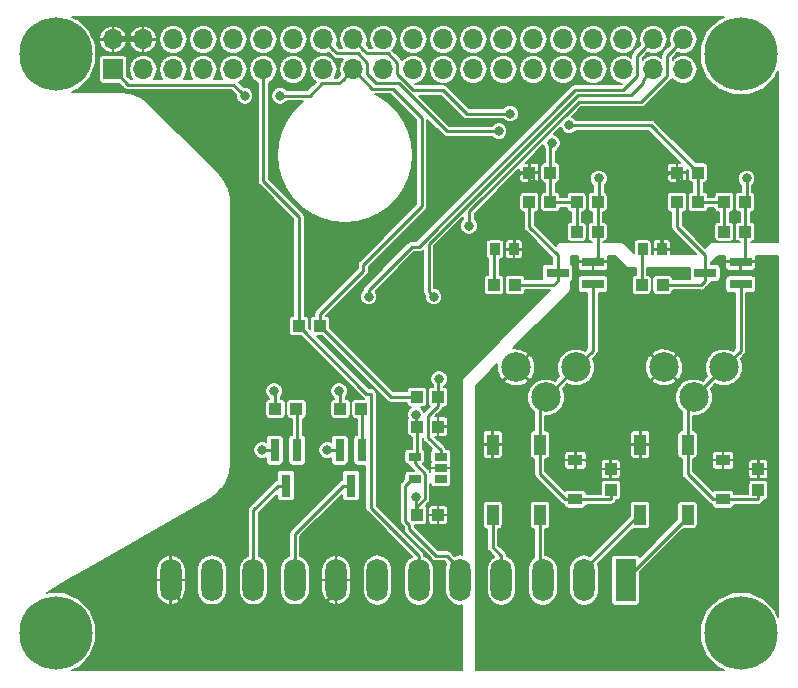
<source format=gbr>
G04 #@! TF.GenerationSoftware,KiCad,Pcbnew,(6.0.0-rc1-dev-1307-g4363cc0be)*
G04 #@! TF.CreationDate,2019-01-19T18:55:04+01:00
G04 #@! TF.ProjectId,authbox-relay-driver,61757468-626f-4782-9d72-656c61792d64,rev?*
G04 #@! TF.SameCoordinates,Original*
G04 #@! TF.FileFunction,Copper,L1,Top*
G04 #@! TF.FilePolarity,Positive*
%FSLAX46Y46*%
G04 Gerber Fmt 4.6, Leading zero omitted, Abs format (unit mm)*
G04 Created by KiCad (PCBNEW (6.0.0-rc1-dev-1307-g4363cc0be)) date Sat 19 Jan 2019 06:55:04 PM CET*
%MOMM*%
%LPD*%
G04 APERTURE LIST*
G04 #@! TA.AperFunction,SMDPad,CuDef*
%ADD10R,1.000000X1.700000*%
G04 #@! TD*
G04 #@! TA.AperFunction,ComponentPad*
%ADD11C,2.500000*%
G04 #@! TD*
G04 #@! TA.AperFunction,ComponentPad*
%ADD12R,1.700000X1.700000*%
G04 #@! TD*
G04 #@! TA.AperFunction,ComponentPad*
%ADD13O,1.700000X1.700000*%
G04 #@! TD*
G04 #@! TA.AperFunction,SMDPad,CuDef*
%ADD14R,0.995000X1.000000*%
G04 #@! TD*
G04 #@! TA.AperFunction,ComponentPad*
%ADD15O,1.800000X3.600000*%
G04 #@! TD*
G04 #@! TA.AperFunction,ComponentPad*
%ADD16R,1.800000X3.600000*%
G04 #@! TD*
G04 #@! TA.AperFunction,SMDPad,CuDef*
%ADD17R,1.060000X0.650000*%
G04 #@! TD*
G04 #@! TA.AperFunction,SMDPad,CuDef*
%ADD18R,1.900000X0.800000*%
G04 #@! TD*
G04 #@! TA.AperFunction,SMDPad,CuDef*
%ADD19R,0.800000X1.900000*%
G04 #@! TD*
G04 #@! TA.AperFunction,SMDPad,CuDef*
%ADD20R,0.820000X1.000000*%
G04 #@! TD*
G04 #@! TA.AperFunction,SMDPad,CuDef*
%ADD21R,1.200000X0.900000*%
G04 #@! TD*
G04 #@! TA.AperFunction,SMDPad,CuDef*
%ADD22R,1.000000X0.995000*%
G04 #@! TD*
G04 #@! TA.AperFunction,ViaPad*
%ADD23C,6.200000*%
G04 #@! TD*
G04 #@! TA.AperFunction,ViaPad*
%ADD24C,0.800000*%
G04 #@! TD*
G04 #@! TA.AperFunction,Conductor*
%ADD25C,0.250000*%
G04 #@! TD*
G04 #@! TA.AperFunction,Conductor*
%ADD26C,0.500000*%
G04 #@! TD*
G04 #@! TA.AperFunction,Conductor*
%ADD27C,0.200000*%
G04 #@! TD*
G04 APERTURE END LIST*
D10*
G04 #@! TO.P,D4,3*
G04 #@! TO.N,/sheet5C9BD5B1/CURR_A*
X166550000Y-129145000D03*
G04 #@! TO.P,D4,4*
G04 #@! TO.N,/sheet5C9BD5B1/CURR_B*
X170550000Y-129145000D03*
G04 #@! TO.P,D4,1*
G04 #@! TO.N,Net-(C3-Pad1)*
X170550000Y-123195000D03*
G04 #@! TO.P,D4,2*
G04 #@! TO.N,GND*
X166550000Y-123195000D03*
G04 #@! TD*
G04 #@! TO.P,D1,4*
G04 #@! TO.N,/current-sense/CURR_B*
X158050000Y-129145000D03*
G04 #@! TO.P,D1,3*
G04 #@! TO.N,/current-sense/CURR_A*
X154050000Y-129145000D03*
G04 #@! TO.P,D1,2*
G04 #@! TO.N,GND*
X154050000Y-123195000D03*
G04 #@! TO.P,D1,1*
G04 #@! TO.N,Net-(C1-Pad1)*
X158050000Y-123195000D03*
G04 #@! TD*
D11*
G04 #@! TO.P,RV2,1*
G04 #@! TO.N,GND*
X168550000Y-116670000D03*
G04 #@! TO.P,RV2,2*
G04 #@! TO.N,Net-(C3-Pad1)*
X171090000Y-119210000D03*
G04 #@! TO.P,RV2,3*
X173630000Y-116670000D03*
G04 #@! TD*
G04 #@! TO.P,RV1,1*
G04 #@! TO.N,GND*
X156050000Y-116670000D03*
G04 #@! TO.P,RV1,2*
G04 #@! TO.N,Net-(C1-Pad1)*
X158590000Y-119210000D03*
G04 #@! TO.P,RV1,3*
X161130000Y-116670000D03*
G04 #@! TD*
D12*
G04 #@! TO.P,J1,1*
G04 #@! TO.N,+3V3*
X121920000Y-91440000D03*
D13*
G04 #@! TO.P,J1,2*
G04 #@! TO.N,+5V*
X121920000Y-88900000D03*
G04 #@! TO.P,J1,3*
G04 #@! TO.N,Net-(J1-Pad3)*
X124460000Y-91440000D03*
G04 #@! TO.P,J1,4*
G04 #@! TO.N,+5V*
X124460000Y-88900000D03*
G04 #@! TO.P,J1,5*
G04 #@! TO.N,Net-(J1-Pad5)*
X127000000Y-91440000D03*
G04 #@! TO.P,J1,6*
G04 #@! TO.N,GND*
X127000000Y-88900000D03*
G04 #@! TO.P,J1,7*
G04 #@! TO.N,Net-(J1-Pad7)*
X129540000Y-91440000D03*
G04 #@! TO.P,J1,8*
G04 #@! TO.N,Net-(J1-Pad8)*
X129540000Y-88900000D03*
G04 #@! TO.P,J1,9*
G04 #@! TO.N,GND*
X132080000Y-91440000D03*
G04 #@! TO.P,J1,10*
G04 #@! TO.N,Net-(J1-Pad10)*
X132080000Y-88900000D03*
G04 #@! TO.P,J1,11*
G04 #@! TO.N,B1_LOGIC*
X134620000Y-91440000D03*
G04 #@! TO.P,J1,12*
G04 #@! TO.N,Net-(J1-Pad12)*
X134620000Y-88900000D03*
G04 #@! TO.P,J1,13*
G04 #@! TO.N,Net-(J1-Pad13)*
X137160000Y-91440000D03*
G04 #@! TO.P,J1,14*
G04 #@! TO.N,GND*
X137160000Y-88900000D03*
G04 #@! TO.P,J1,15*
G04 #@! TO.N,Net-(J1-Pad15)*
X139700000Y-91440000D03*
G04 #@! TO.P,J1,16*
G04 #@! TO.N,CURRENT1*
X139700000Y-88900000D03*
G04 #@! TO.P,J1,17*
G04 #@! TO.N,+3V3*
X142240000Y-91440000D03*
G04 #@! TO.P,J1,18*
G04 #@! TO.N,CURRENT2*
X142240000Y-88900000D03*
G04 #@! TO.P,J1,19*
G04 #@! TO.N,Net-(J1-Pad19)*
X144780000Y-91440000D03*
G04 #@! TO.P,J1,20*
G04 #@! TO.N,GND*
X144780000Y-88900000D03*
G04 #@! TO.P,J1,21*
G04 #@! TO.N,Net-(J1-Pad21)*
X147320000Y-91440000D03*
G04 #@! TO.P,J1,22*
G04 #@! TO.N,Net-(J1-Pad22)*
X147320000Y-88900000D03*
G04 #@! TO.P,J1,23*
G04 #@! TO.N,Net-(J1-Pad23)*
X149860000Y-91440000D03*
G04 #@! TO.P,J1,24*
G04 #@! TO.N,Net-(J1-Pad24)*
X149860000Y-88900000D03*
G04 #@! TO.P,J1,25*
G04 #@! TO.N,GND*
X152400000Y-91440000D03*
G04 #@! TO.P,J1,26*
G04 #@! TO.N,Net-(J1-Pad26)*
X152400000Y-88900000D03*
G04 #@! TO.P,J1,27*
G04 #@! TO.N,Net-(J1-Pad27)*
X154940000Y-91440000D03*
G04 #@! TO.P,J1,28*
G04 #@! TO.N,Net-(J1-Pad28)*
X154940000Y-88900000D03*
G04 #@! TO.P,J1,29*
G04 #@! TO.N,Net-(J1-Pad29)*
X157480000Y-91440000D03*
G04 #@! TO.P,J1,30*
G04 #@! TO.N,GND*
X157480000Y-88900000D03*
G04 #@! TO.P,J1,31*
G04 #@! TO.N,Net-(J1-Pad31)*
X160020000Y-91440000D03*
G04 #@! TO.P,J1,32*
G04 #@! TO.N,Net-(J1-Pad32)*
X160020000Y-88900000D03*
G04 #@! TO.P,J1,33*
G04 #@! TO.N,Net-(J1-Pad33)*
X162560000Y-91440000D03*
G04 #@! TO.P,J1,34*
G04 #@! TO.N,GND*
X162560000Y-88900000D03*
G04 #@! TO.P,J1,35*
G04 #@! TO.N,Net-(J1-Pad35)*
X165100000Y-91440000D03*
G04 #@! TO.P,J1,36*
G04 #@! TO.N,Net-(J1-Pad36)*
X165100000Y-88900000D03*
G04 #@! TO.P,J1,37*
G04 #@! TO.N,L2_LOGIC*
X167640000Y-91440000D03*
G04 #@! TO.P,J1,38*
G04 #@! TO.N,L1_LOGIC*
X167640000Y-88900000D03*
G04 #@! TO.P,J1,39*
G04 #@! TO.N,GND*
X170180000Y-91440000D03*
G04 #@! TO.P,J1,40*
G04 #@! TO.N,HC_LOGIC*
X170180000Y-88900000D03*
G04 #@! TD*
D14*
G04 #@! TO.P,R9,2*
G04 #@! TO.N,CURRENT2*
X171437500Y-100170000D03*
G04 #@! TO.P,R9,1*
G04 #@! TO.N,+5V*
X169662500Y-100170000D03*
G04 #@! TD*
D15*
G04 #@! TO.P,J2,12*
G04 #@! TO.N,+5V*
X126800000Y-134670000D03*
G04 #@! TO.P,J2,11*
G04 #@! TO.N,GND*
X130300000Y-134670000D03*
G04 #@! TO.P,J2,10*
G04 #@! TO.N,LAMP1*
X133800000Y-134670000D03*
G04 #@! TO.P,J2,9*
G04 #@! TO.N,LAMP2*
X137300000Y-134670000D03*
G04 #@! TO.P,J2,8*
G04 #@! TO.N,+5V*
X140800000Y-134670000D03*
G04 #@! TO.P,J2,7*
G04 #@! TO.N,GND*
X144300000Y-134670000D03*
G04 #@! TO.P,J2,6*
G04 #@! TO.N,B1_LOGIC*
X147800000Y-134670000D03*
G04 #@! TO.P,J2,5*
G04 #@! TO.N,Net-(J2-Pad5)*
X151300000Y-134670000D03*
G04 #@! TO.P,J2,4*
G04 #@! TO.N,/current-sense/CURR_A*
X154800000Y-134670000D03*
G04 #@! TO.P,J2,3*
G04 #@! TO.N,/current-sense/CURR_B*
X158300000Y-134670000D03*
G04 #@! TO.P,J2,2*
G04 #@! TO.N,/sheet5C9BD5B1/CURR_A*
X161800000Y-134670000D03*
D16*
G04 #@! TO.P,J2,1*
G04 #@! TO.N,/sheet5C9BD5B1/CURR_B*
X165300000Y-134670000D03*
G04 #@! TD*
D17*
G04 #@! TO.P,U2,5*
G04 #@! TO.N,Net-(J2-Pad5)*
X147450000Y-126120000D03*
G04 #@! TO.P,U2,4*
G04 #@! TO.N,GND*
X147450000Y-124220000D03*
G04 #@! TO.P,U2,3*
G04 #@! TO.N,HC_LOGIC*
X149650000Y-124220000D03*
G04 #@! TO.P,U2,2*
G04 #@! TO.N,+5V*
X149650000Y-125170000D03*
G04 #@! TO.P,U2,1*
G04 #@! TO.N,Net-(U2-Pad1)*
X149650000Y-126120000D03*
G04 #@! TD*
D14*
G04 #@! TO.P,R12,2*
G04 #@! TO.N,Net-(Q3-Pad1)*
X137437500Y-120170000D03*
G04 #@! TO.P,R12,1*
G04 #@! TO.N,L1_LOGIC*
X135662500Y-120170000D03*
G04 #@! TD*
G04 #@! TO.P,R11,2*
G04 #@! TO.N,Net-(Q2-Pad1)*
X142937500Y-120170000D03*
G04 #@! TO.P,R11,1*
G04 #@! TO.N,L2_LOGIC*
X141162500Y-120170000D03*
G04 #@! TD*
G04 #@! TO.P,R10,2*
G04 #@! TO.N,GND*
X175437500Y-102670000D03*
G04 #@! TO.P,R10,1*
G04 #@! TO.N,CURRENT2*
X173662500Y-102670000D03*
G04 #@! TD*
G04 #@! TO.P,R8,2*
G04 #@! TO.N,Net-(Q4-Pad3)*
X169662500Y-102670000D03*
G04 #@! TO.P,R8,1*
G04 #@! TO.N,CURRENT2*
X171437500Y-102670000D03*
G04 #@! TD*
G04 #@! TO.P,R7,2*
G04 #@! TO.N,Net-(Q4-Pad3)*
X168437500Y-109670000D03*
G04 #@! TO.P,R7,1*
G04 #@! TO.N,Net-(D6-Pad1)*
X166662500Y-109670000D03*
G04 #@! TD*
G04 #@! TO.P,R6,2*
G04 #@! TO.N,GND*
X162937500Y-102670000D03*
G04 #@! TO.P,R6,1*
G04 #@! TO.N,CURRENT1*
X161162500Y-102670000D03*
G04 #@! TD*
G04 #@! TO.P,R5,2*
G04 #@! TO.N,CURRENT1*
X158937500Y-100170000D03*
G04 #@! TO.P,R5,1*
G04 #@! TO.N,+5V*
X157162500Y-100170000D03*
G04 #@! TD*
G04 #@! TO.P,R4,2*
G04 #@! TO.N,Net-(Q1-Pad3)*
X157162500Y-102670000D03*
G04 #@! TO.P,R4,1*
G04 #@! TO.N,CURRENT1*
X158937500Y-102670000D03*
G04 #@! TD*
G04 #@! TO.P,R3,2*
G04 #@! TO.N,Net-(Q1-Pad3)*
X155937500Y-109670000D03*
G04 #@! TO.P,R3,1*
G04 #@! TO.N,Net-(D3-Pad1)*
X154162500Y-109670000D03*
G04 #@! TD*
G04 #@! TO.P,R2,2*
G04 #@! TO.N,HC_LOGIC*
X149437500Y-119170000D03*
G04 #@! TO.P,R2,1*
G04 #@! TO.N,+3V3*
X147662500Y-119170000D03*
G04 #@! TD*
G04 #@! TO.P,R1,2*
G04 #@! TO.N,B1_LOGIC*
X137662500Y-113170000D03*
G04 #@! TO.P,R1,1*
G04 #@! TO.N,+3V3*
X139437500Y-113170000D03*
G04 #@! TD*
D18*
G04 #@! TO.P,Q4,3*
G04 #@! TO.N,Net-(Q4-Pad3)*
X172050000Y-108670000D03*
G04 #@! TO.P,Q4,2*
G04 #@! TO.N,GND*
X175050000Y-107720000D03*
G04 #@! TO.P,Q4,1*
G04 #@! TO.N,Net-(C3-Pad1)*
X175050000Y-109620000D03*
G04 #@! TD*
D19*
G04 #@! TO.P,Q3,3*
G04 #@! TO.N,LAMP1*
X136550000Y-126670000D03*
G04 #@! TO.P,Q3,2*
G04 #@! TO.N,GND*
X135600000Y-123670000D03*
G04 #@! TO.P,Q3,1*
G04 #@! TO.N,Net-(Q3-Pad1)*
X137500000Y-123670000D03*
G04 #@! TD*
G04 #@! TO.P,Q2,3*
G04 #@! TO.N,LAMP2*
X142050000Y-126670000D03*
G04 #@! TO.P,Q2,2*
G04 #@! TO.N,GND*
X141100000Y-123670000D03*
G04 #@! TO.P,Q2,1*
G04 #@! TO.N,Net-(Q2-Pad1)*
X143000000Y-123670000D03*
G04 #@! TD*
D18*
G04 #@! TO.P,Q1,3*
G04 #@! TO.N,Net-(Q1-Pad3)*
X159550000Y-108670000D03*
G04 #@! TO.P,Q1,2*
G04 #@! TO.N,GND*
X162550000Y-107720000D03*
G04 #@! TO.P,Q1,1*
G04 #@! TO.N,Net-(C1-Pad1)*
X162550000Y-109620000D03*
G04 #@! TD*
D20*
G04 #@! TO.P,D6,2*
G04 #@! TO.N,+5V*
X168350000Y-106670000D03*
G04 #@! TO.P,D6,1*
G04 #@! TO.N,Net-(D6-Pad1)*
X166750000Y-106670000D03*
G04 #@! TD*
D21*
G04 #@! TO.P,D5,2*
G04 #@! TO.N,GND*
X173550000Y-124520000D03*
G04 #@! TO.P,D5,1*
G04 #@! TO.N,Net-(C3-Pad1)*
X173550000Y-127820000D03*
G04 #@! TD*
D20*
G04 #@! TO.P,D3,2*
G04 #@! TO.N,+5V*
X155850000Y-106670000D03*
G04 #@! TO.P,D3,1*
G04 #@! TO.N,Net-(D3-Pad1)*
X154250000Y-106670000D03*
G04 #@! TD*
D21*
G04 #@! TO.P,D2,2*
G04 #@! TO.N,GND*
X161050000Y-124520000D03*
G04 #@! TO.P,D2,1*
G04 #@! TO.N,Net-(C1-Pad1)*
X161050000Y-127820000D03*
G04 #@! TD*
D14*
G04 #@! TO.P,C6,2*
G04 #@! TO.N,GND*
X175437500Y-105170000D03*
G04 #@! TO.P,C6,1*
G04 #@! TO.N,CURRENT2*
X173662500Y-105170000D03*
G04 #@! TD*
G04 #@! TO.P,C5,2*
G04 #@! TO.N,GND*
X147662500Y-129170000D03*
G04 #@! TO.P,C5,1*
G04 #@! TO.N,+5V*
X149437500Y-129170000D03*
G04 #@! TD*
G04 #@! TO.P,C4,2*
G04 #@! TO.N,GND*
X147662500Y-121670000D03*
G04 #@! TO.P,C4,1*
G04 #@! TO.N,+5V*
X149437500Y-121670000D03*
G04 #@! TD*
D22*
G04 #@! TO.P,C3,2*
G04 #@! TO.N,GND*
X176550000Y-125282500D03*
G04 #@! TO.P,C3,1*
G04 #@! TO.N,Net-(C3-Pad1)*
X176550000Y-127057500D03*
G04 #@! TD*
D14*
G04 #@! TO.P,C2,2*
G04 #@! TO.N,GND*
X162937500Y-105170000D03*
G04 #@! TO.P,C2,1*
G04 #@! TO.N,CURRENT1*
X161162500Y-105170000D03*
G04 #@! TD*
D22*
G04 #@! TO.P,C1,2*
G04 #@! TO.N,GND*
X164050000Y-125282500D03*
G04 #@! TO.P,C1,1*
G04 #@! TO.N,Net-(C1-Pad1)*
X164050000Y-127057500D03*
G04 #@! TD*
D23*
G04 #@! TO.N,*
X117050000Y-90170000D03*
X117050000Y-139170000D03*
X175050000Y-139170000D03*
X175050000Y-90170000D03*
D24*
G04 #@! TO.N,GND*
X175550000Y-100670000D03*
X147550000Y-127670000D03*
X164550000Y-108170000D03*
X177050000Y-108170000D03*
X160550000Y-111170000D03*
X161550000Y-114670000D03*
X174050000Y-114670000D03*
X173050000Y-111170000D03*
X154550000Y-127170000D03*
X156050000Y-128670000D03*
X168550000Y-128670000D03*
X167050000Y-127170000D03*
X140050000Y-123670000D03*
X134550000Y-123670000D03*
X170050000Y-108670000D03*
X153550000Y-141670000D03*
X171050000Y-141670000D03*
X177550000Y-135170000D03*
X153550000Y-118170000D03*
X163050000Y-100670000D03*
X172050000Y-122170000D03*
X159550000Y-122170000D03*
X147550000Y-120670000D03*
G04 #@! TO.N,+3V3*
X133050000Y-93670000D03*
X136050000Y-93670000D03*
G04 #@! TO.N,+5V*
X157550000Y-101170000D03*
X170050000Y-101170000D03*
X139050000Y-111170000D03*
X136550000Y-111170000D03*
X141550000Y-111170000D03*
X147050000Y-95670000D03*
X149050000Y-94170000D03*
X152050000Y-94170000D03*
X154550000Y-102170000D03*
X152550000Y-100170000D03*
X162050000Y-95170000D03*
X159050000Y-93670000D03*
X162050000Y-97170000D03*
X148550000Y-130670000D03*
X145550000Y-131670000D03*
X145550000Y-128670000D03*
G04 #@! TO.N,L2_LOGIC*
X141050000Y-118670000D03*
X149050000Y-110670000D03*
G04 #@! TO.N,L1_LOGIC*
X135550000Y-118670000D03*
X143550000Y-110670000D03*
G04 #@! TO.N,HC_LOGIC*
X152050000Y-104670000D03*
X149534991Y-117670000D03*
G04 #@! TO.N,CURRENT1*
X159050000Y-97670000D03*
X154550000Y-96670000D03*
G04 #@! TO.N,CURRENT2*
X160550000Y-96170000D03*
X155550000Y-95170000D03*
G04 #@! TD*
D25*
G04 #@! TO.N,GND*
X162937500Y-102670000D02*
X162937500Y-105170000D01*
X162937500Y-107332500D02*
X162550000Y-107720000D01*
X162937500Y-105170000D02*
X162937500Y-107332500D01*
X175437500Y-102670000D02*
X175437500Y-105170000D01*
X175437500Y-107332500D02*
X175050000Y-107720000D01*
X175437500Y-105170000D02*
X175437500Y-107332500D01*
X147662500Y-124007500D02*
X147450000Y-124220000D01*
X147662500Y-121670000D02*
X147662500Y-124007500D01*
X147662500Y-128420000D02*
X147662500Y-129170000D01*
X148305001Y-127777499D02*
X147662500Y-128420000D01*
X148305001Y-125650001D02*
X148305001Y-127777499D01*
X147450000Y-124795000D02*
X148305001Y-125650001D01*
X147450000Y-124220000D02*
X147450000Y-124795000D01*
X175550000Y-102557500D02*
X175437500Y-102670000D01*
X175550000Y-100670000D02*
X175550000Y-102557500D01*
X147550000Y-129057500D02*
X147662500Y-129170000D01*
X147550000Y-127670000D02*
X147550000Y-129057500D01*
X141100000Y-123670000D02*
X140050000Y-123670000D01*
X135600000Y-123670000D02*
X134550000Y-123670000D01*
X162937500Y-102670000D02*
X163050000Y-102557500D01*
X163050000Y-102557500D02*
X163050000Y-100670000D01*
X147550000Y-121557500D02*
X147662500Y-121670000D01*
X147550000Y-120670000D02*
X147550000Y-121557500D01*
G04 #@! TO.N,+3V3*
X139437500Y-113172500D02*
X139437500Y-113170000D01*
X145435000Y-119170000D02*
X139437500Y-113172500D01*
X147662500Y-119170000D02*
X145435000Y-119170000D01*
X136050000Y-93670000D02*
X138550000Y-93670000D01*
X141390001Y-92289999D02*
X142240000Y-91440000D01*
X141064999Y-92615001D02*
X141390001Y-92289999D01*
X139604999Y-92615001D02*
X141064999Y-92615001D01*
X138550000Y-93670000D02*
X139604999Y-92615001D01*
X121920000Y-91440000D02*
X123199989Y-92719989D01*
X132650001Y-93270001D02*
X133050000Y-93670000D01*
X132099989Y-92719989D02*
X132650001Y-93270001D01*
X123199989Y-92719989D02*
X132099989Y-92719989D01*
X142240000Y-91440000D02*
X143865012Y-93065012D01*
X139437500Y-112420000D02*
X139437500Y-113170000D01*
X143865012Y-93065012D02*
X145581423Y-93065012D01*
X143099989Y-108483601D02*
X139437500Y-112146089D01*
X143099989Y-107983600D02*
X143099989Y-108483601D01*
X148050000Y-103033590D02*
X143099989Y-107983600D01*
X139437500Y-112146089D02*
X139437500Y-112420000D01*
X148050000Y-95533589D02*
X148050000Y-103033590D01*
X145581423Y-93065012D02*
X148050000Y-95533589D01*
G04 #@! TO.N,+5V*
X155850000Y-100735000D02*
X156415000Y-100170000D01*
X156415000Y-100170000D02*
X157162500Y-100170000D01*
X155850000Y-106670000D02*
X155850000Y-100735000D01*
X168915000Y-100170000D02*
X169662500Y-100170000D01*
X168350000Y-100735000D02*
X168915000Y-100170000D01*
X168350000Y-106670000D02*
X168350000Y-100735000D01*
X126800000Y-135570000D02*
X126800000Y-134670000D01*
X128025010Y-136795010D02*
X126800000Y-135570000D01*
X139574990Y-136795010D02*
X128025010Y-136795010D01*
X140800000Y-135570000D02*
X139574990Y-136795010D01*
X140800000Y-134670000D02*
X140800000Y-135570000D01*
D26*
X121920000Y-88900000D02*
X124460000Y-88900000D01*
D25*
X157162500Y-100170000D02*
X157162500Y-100782500D01*
X157162500Y-100782500D02*
X157550000Y-101170000D01*
X170050000Y-101170000D02*
X169550000Y-100670000D01*
X169662500Y-100557500D02*
X169662500Y-100170000D01*
X169550000Y-100670000D02*
X169662500Y-100557500D01*
G04 #@! TO.N,B1_LOGIC*
X147800000Y-132620000D02*
X143760001Y-128580001D01*
X143760001Y-128580001D02*
X143760001Y-118880001D01*
X147800000Y-134670000D02*
X147800000Y-132620000D01*
X137662500Y-113172500D02*
X137662500Y-113170000D01*
X143370001Y-118880001D02*
X137662500Y-113172500D01*
X143760001Y-118880001D02*
X143370001Y-118880001D01*
X134620000Y-100876411D02*
X137662500Y-103918911D01*
X137662500Y-112420000D02*
X137662500Y-113170000D01*
X134620000Y-91440000D02*
X134620000Y-100876411D01*
X137662500Y-103918911D02*
X137662500Y-112420000D01*
G04 #@! TO.N,L2_LOGIC*
X141162500Y-120170000D02*
X141162500Y-118782500D01*
X141162500Y-118782500D02*
X141050000Y-118670000D01*
X149050000Y-110670000D02*
X148650001Y-110270001D01*
X166790001Y-92289999D02*
X167640000Y-91440000D01*
X148650001Y-106206409D02*
X161236399Y-93620011D01*
X166790001Y-92566410D02*
X166790001Y-92289999D01*
X148650001Y-110270001D02*
X148650001Y-106206409D01*
X161236399Y-93620011D02*
X165736400Y-93620011D01*
X165736400Y-93620011D02*
X166790001Y-92566410D01*
G04 #@! TO.N,L1_LOGIC*
X135662500Y-120170000D02*
X135662500Y-118782500D01*
X135662500Y-118782500D02*
X135550000Y-118670000D01*
X166275001Y-92004001D02*
X166275001Y-90264999D01*
X165109002Y-93170000D02*
X166275001Y-92004001D01*
X166275001Y-90264999D02*
X166790001Y-89749999D01*
X166790001Y-89749999D02*
X167640000Y-88900000D01*
X147775001Y-106444999D02*
X161050000Y-93170000D01*
X161050000Y-93170000D02*
X165109002Y-93170000D01*
X143550000Y-110104315D02*
X147209316Y-106444999D01*
X147209316Y-106444999D02*
X147775001Y-106444999D01*
X143550000Y-110670000D02*
X143550000Y-110104315D01*
G04 #@! TO.N,HC_LOGIC*
X149437500Y-119920000D02*
X149437500Y-119170000D01*
X148614999Y-120742501D02*
X149437500Y-119920000D01*
X148614999Y-122609999D02*
X148614999Y-120742501D01*
X149650000Y-123645000D02*
X148614999Y-122609999D01*
X149650000Y-124220000D02*
X149650000Y-123645000D01*
X152050000Y-103442820D02*
X161322821Y-94170000D01*
X168815001Y-90264999D02*
X169330001Y-89749999D01*
X166649002Y-94170000D02*
X168815001Y-92004001D01*
X169330001Y-89749999D02*
X170180000Y-88900000D01*
X161322821Y-94170000D02*
X166649002Y-94170000D01*
X168815001Y-92004001D02*
X168815001Y-90264999D01*
X152050000Y-104670000D02*
X152050000Y-103442820D01*
X149437500Y-117767491D02*
X149534991Y-117670000D01*
X149437500Y-119170000D02*
X149437500Y-117767491D01*
G04 #@! TO.N,Net-(C1-Pad1)*
X158590000Y-119210000D02*
X159309999Y-118490001D01*
X164035000Y-127820000D02*
X164050000Y-127805000D01*
X160200000Y-127820000D02*
X161050000Y-127820000D01*
X162550000Y-115250000D02*
X161130000Y-116670000D01*
X162550000Y-109620000D02*
X162550000Y-115250000D01*
X159309999Y-118490001D02*
X161130000Y-116670000D01*
X164050000Y-127805000D02*
X164050000Y-127057500D01*
X161050000Y-127820000D02*
X164035000Y-127820000D01*
X158050000Y-119750000D02*
X158590000Y-119210000D01*
X158050000Y-123195000D02*
X158050000Y-119750000D01*
X158050000Y-125670000D02*
X160200000Y-127820000D01*
X158050000Y-123195000D02*
X158050000Y-125670000D01*
G04 #@! TO.N,CURRENT1*
X161162500Y-103420000D02*
X161162500Y-105170000D01*
X161162500Y-102670000D02*
X161162500Y-103420000D01*
X158937500Y-102670000D02*
X161162500Y-102670000D01*
X158937500Y-102670000D02*
X158937500Y-100170000D01*
X158937500Y-100170000D02*
X158937500Y-97782500D01*
X158937500Y-97782500D02*
X159050000Y-97670000D01*
X150174587Y-96670000D02*
X146119589Y-92615001D01*
X140549999Y-89749999D02*
X139700000Y-88900000D01*
X143415001Y-90875999D02*
X142614003Y-90075001D01*
X143415001Y-91814003D02*
X143415001Y-90875999D01*
X146119589Y-92615001D02*
X144215999Y-92615001D01*
X154550000Y-96670000D02*
X150174587Y-96670000D01*
X144215999Y-92615001D02*
X143415001Y-91814003D01*
X140875001Y-90075001D02*
X140549999Y-89749999D01*
X142614003Y-90075001D02*
X140875001Y-90075001D01*
G04 #@! TO.N,Net-(C3-Pad1)*
X175050000Y-115250000D02*
X173630000Y-116670000D01*
X175050000Y-109620000D02*
X175050000Y-115250000D01*
X171809999Y-118490001D02*
X173630000Y-116670000D01*
X171090000Y-119210000D02*
X171809999Y-118490001D01*
X176535000Y-127820000D02*
X176550000Y-127805000D01*
X176550000Y-127805000D02*
X176550000Y-127057500D01*
X173550000Y-127820000D02*
X176535000Y-127820000D01*
X172700000Y-127820000D02*
X173550000Y-127820000D01*
X170550000Y-123195000D02*
X170550000Y-125670000D01*
X170550000Y-125670000D02*
X172700000Y-127820000D01*
X170550000Y-119750000D02*
X171090000Y-119210000D01*
X170550000Y-123195000D02*
X170550000Y-119750000D01*
G04 #@! TO.N,CURRENT2*
X171437500Y-102670000D02*
X173662500Y-102670000D01*
X173662500Y-103420000D02*
X173662500Y-105170000D01*
X173662500Y-102670000D02*
X173662500Y-103420000D01*
X171437500Y-102670000D02*
X171437500Y-100170000D01*
X167440000Y-96170000D02*
X160550000Y-96170000D01*
X171437500Y-100170000D02*
X171437500Y-100167500D01*
X171437500Y-100167500D02*
X167440000Y-96170000D01*
X151850998Y-95170000D02*
X149850998Y-93170000D01*
X155550000Y-95170000D02*
X151850998Y-95170000D01*
X149850998Y-93170000D02*
X147310998Y-93170000D01*
X143089999Y-89749999D02*
X142240000Y-88900000D01*
X143415001Y-90075001D02*
X143089999Y-89749999D01*
X145154003Y-90075001D02*
X143415001Y-90075001D01*
X145955001Y-90875999D02*
X145154003Y-90075001D01*
X145955001Y-91814003D02*
X145955001Y-90875999D01*
X147310998Y-93170000D02*
X145955001Y-91814003D01*
G04 #@! TO.N,/current-sense/CURR_A*
X154800000Y-132620000D02*
X154800000Y-134670000D01*
X154050000Y-131870000D02*
X154800000Y-132620000D01*
X154050000Y-129145000D02*
X154050000Y-131870000D01*
G04 #@! TO.N,/current-sense/CURR_B*
X158050000Y-134420000D02*
X158300000Y-134670000D01*
X158050000Y-129145000D02*
X158050000Y-134420000D01*
G04 #@! TO.N,Net-(D3-Pad1)*
X154162500Y-106757500D02*
X154250000Y-106670000D01*
X154162500Y-109670000D02*
X154162500Y-106757500D01*
G04 #@! TO.N,/sheet5C9BD5B1/CURR_A*
X161800000Y-133770000D02*
X166425000Y-129145000D01*
X166425000Y-129145000D02*
X166550000Y-129145000D01*
X161800000Y-134670000D02*
X161800000Y-133770000D01*
G04 #@! TO.N,/sheet5C9BD5B1/CURR_B*
X165300000Y-134545000D02*
X165300000Y-134670000D01*
X170550000Y-129295000D02*
X165300000Y-134545000D01*
X170550000Y-129145000D02*
X170550000Y-129295000D01*
G04 #@! TO.N,Net-(D6-Pad1)*
X166662500Y-106757500D02*
X166750000Y-106670000D01*
X166662500Y-109670000D02*
X166662500Y-106757500D01*
G04 #@! TO.N,LAMP1*
X135900000Y-126670000D02*
X136550000Y-126670000D01*
X133800000Y-128770000D02*
X135900000Y-126670000D01*
X133800000Y-134670000D02*
X133800000Y-128770000D01*
G04 #@! TO.N,LAMP2*
X137300000Y-130770000D02*
X141400000Y-126670000D01*
X141400000Y-126670000D02*
X142050000Y-126670000D01*
X137300000Y-134670000D02*
X137300000Y-130770000D01*
G04 #@! TO.N,Net-(J2-Pad5)*
X150150000Y-132620000D02*
X151300000Y-133770000D01*
X147450000Y-126120000D02*
X147245000Y-126120000D01*
X147245000Y-126120000D02*
X146670000Y-126695000D01*
X146670000Y-126695000D02*
X146670000Y-129653589D01*
X147000011Y-130370011D02*
X149250000Y-132620000D01*
X149250000Y-132620000D02*
X150150000Y-132620000D01*
X151300000Y-133770000D02*
X151300000Y-134670000D01*
X146670000Y-129653589D02*
X147000011Y-129983600D01*
X147000011Y-129983600D02*
X147000011Y-130370011D01*
G04 #@! TO.N,Net-(Q1-Pad3)*
X159550000Y-108670000D02*
X159550000Y-107170000D01*
X159200000Y-109670000D02*
X159550000Y-109320000D01*
X155937500Y-109670000D02*
X159200000Y-109670000D01*
X159550000Y-109320000D02*
X159550000Y-108670000D01*
X159550000Y-107170000D02*
X157162500Y-104782500D01*
X157162500Y-104782500D02*
X157162500Y-102670000D01*
G04 #@! TO.N,Net-(Q2-Pad1)*
X143000000Y-120232500D02*
X142937500Y-120170000D01*
X143000000Y-123670000D02*
X143000000Y-120232500D01*
G04 #@! TO.N,Net-(Q3-Pad1)*
X137500000Y-120232500D02*
X137437500Y-120170000D01*
X137500000Y-123670000D02*
X137500000Y-120232500D01*
G04 #@! TO.N,Net-(Q4-Pad3)*
X172050000Y-109320000D02*
X172050000Y-108670000D01*
X171700000Y-109670000D02*
X172050000Y-109320000D01*
X168437500Y-109670000D02*
X171700000Y-109670000D01*
X172050000Y-108670000D02*
X172050000Y-107170000D01*
X169662500Y-104782500D02*
X169662500Y-102670000D01*
X172050000Y-107170000D02*
X169662500Y-104782500D01*
G04 #@! TD*
D27*
G04 #@! TO.N,+5V*
G36*
X173095732Y-87245232D02*
G01*
X172125232Y-88215732D01*
X171600000Y-89483752D01*
X171600000Y-90856248D01*
X172125232Y-92124268D01*
X173095732Y-93094768D01*
X174363752Y-93620000D01*
X175736248Y-93620000D01*
X177004268Y-93094768D01*
X177974768Y-92124268D01*
X178200001Y-91580508D01*
X178200001Y-106070000D01*
X175912500Y-106070000D01*
X175912500Y-106026856D01*
X175935000Y-106026856D01*
X176071563Y-105999692D01*
X176187335Y-105922335D01*
X176264692Y-105806563D01*
X176291856Y-105670000D01*
X176291856Y-104670000D01*
X176264692Y-104533437D01*
X176187335Y-104417665D01*
X176071563Y-104340308D01*
X175935000Y-104313144D01*
X175912500Y-104313144D01*
X175912500Y-103526856D01*
X175935000Y-103526856D01*
X176071563Y-103499692D01*
X176187335Y-103422335D01*
X176264692Y-103306563D01*
X176291856Y-103170000D01*
X176291856Y-102170000D01*
X176264692Y-102033437D01*
X176187335Y-101917665D01*
X176071563Y-101840308D01*
X176025000Y-101831046D01*
X176025000Y-101255660D01*
X176185819Y-101094841D01*
X176300000Y-100819184D01*
X176300000Y-100520816D01*
X176185819Y-100245159D01*
X175974841Y-100034181D01*
X175699184Y-99920000D01*
X175400816Y-99920000D01*
X175125159Y-100034181D01*
X174914181Y-100245159D01*
X174800000Y-100520816D01*
X174800000Y-100819184D01*
X174914181Y-101094841D01*
X175075000Y-101255660D01*
X175075001Y-101813144D01*
X174940000Y-101813144D01*
X174803437Y-101840308D01*
X174687665Y-101917665D01*
X174610308Y-102033437D01*
X174583144Y-102170000D01*
X174583144Y-103170000D01*
X174610308Y-103306563D01*
X174687665Y-103422335D01*
X174803437Y-103499692D01*
X174940000Y-103526856D01*
X174962500Y-103526856D01*
X174962501Y-104313144D01*
X174940000Y-104313144D01*
X174803437Y-104340308D01*
X174687665Y-104417665D01*
X174610308Y-104533437D01*
X174583144Y-104670000D01*
X174583144Y-105670000D01*
X174610308Y-105806563D01*
X174687665Y-105922335D01*
X174803437Y-105999692D01*
X174940000Y-106026856D01*
X174962500Y-106026856D01*
X174962500Y-106070000D01*
X172591421Y-106070000D01*
X172553153Y-106077612D01*
X172482443Y-106106901D01*
X172450000Y-106128578D01*
X172065164Y-106513414D01*
X170137500Y-104585750D01*
X170137500Y-103526856D01*
X170160000Y-103526856D01*
X170296563Y-103499692D01*
X170412335Y-103422335D01*
X170489692Y-103306563D01*
X170516856Y-103170000D01*
X170516856Y-102170000D01*
X170489692Y-102033437D01*
X170412335Y-101917665D01*
X170296563Y-101840308D01*
X170160000Y-101813144D01*
X169165000Y-101813144D01*
X169028437Y-101840308D01*
X168912665Y-101917665D01*
X168835308Y-102033437D01*
X168808144Y-102170000D01*
X168808144Y-103170000D01*
X168835308Y-103306563D01*
X168912665Y-103422335D01*
X169028437Y-103499692D01*
X169165000Y-103526856D01*
X169187501Y-103526856D01*
X169187500Y-104735726D01*
X169178196Y-104782500D01*
X169187500Y-104829274D01*
X169187500Y-104829278D01*
X169215061Y-104967834D01*
X169320045Y-105124955D01*
X169359705Y-105151455D01*
X171278249Y-107070000D01*
X169110000Y-107070000D01*
X169110000Y-106782500D01*
X169022500Y-106695000D01*
X168375000Y-106695000D01*
X168375000Y-106715000D01*
X168325000Y-106715000D01*
X168325000Y-106695000D01*
X167677500Y-106695000D01*
X167590000Y-106782500D01*
X167590000Y-107070000D01*
X167516856Y-107070000D01*
X167516856Y-106170000D01*
X167503008Y-106100380D01*
X167590000Y-106100380D01*
X167590000Y-106557500D01*
X167677500Y-106645000D01*
X168325000Y-106645000D01*
X168325000Y-105907500D01*
X168375000Y-105907500D01*
X168375000Y-106645000D01*
X169022500Y-106645000D01*
X169110000Y-106557500D01*
X169110000Y-106100380D01*
X169056715Y-105971741D01*
X168958259Y-105873284D01*
X168829619Y-105820000D01*
X168462500Y-105820000D01*
X168375000Y-105907500D01*
X168325000Y-105907500D01*
X168237500Y-105820000D01*
X167870381Y-105820000D01*
X167741741Y-105873284D01*
X167643285Y-105971741D01*
X167590000Y-106100380D01*
X167503008Y-106100380D01*
X167489692Y-106033437D01*
X167412335Y-105917665D01*
X167296563Y-105840308D01*
X167160000Y-105813144D01*
X166340000Y-105813144D01*
X166203437Y-105840308D01*
X166087665Y-105917665D01*
X166010308Y-106033437D01*
X165983144Y-106170000D01*
X165983144Y-106961722D01*
X165150000Y-106128578D01*
X165117557Y-106106901D01*
X165046847Y-106077612D01*
X165008579Y-106070000D01*
X163412500Y-106070000D01*
X163412500Y-106026856D01*
X163435000Y-106026856D01*
X163571563Y-105999692D01*
X163687335Y-105922335D01*
X163764692Y-105806563D01*
X163791856Y-105670000D01*
X163791856Y-104670000D01*
X163764692Y-104533437D01*
X163687335Y-104417665D01*
X163571563Y-104340308D01*
X163435000Y-104313144D01*
X163412500Y-104313144D01*
X163412500Y-103526856D01*
X163435000Y-103526856D01*
X163571563Y-103499692D01*
X163687335Y-103422335D01*
X163764692Y-103306563D01*
X163791856Y-103170000D01*
X163791856Y-102170000D01*
X163764692Y-102033437D01*
X163687335Y-101917665D01*
X163571563Y-101840308D01*
X163525000Y-101831046D01*
X163525000Y-101255660D01*
X163685819Y-101094841D01*
X163800000Y-100819184D01*
X163800000Y-100520816D01*
X163701287Y-100282500D01*
X168815000Y-100282500D01*
X168815000Y-100739620D01*
X168868285Y-100868259D01*
X168966741Y-100966716D01*
X169095381Y-101020000D01*
X169550000Y-101020000D01*
X169637500Y-100932500D01*
X169637500Y-100195000D01*
X169687500Y-100195000D01*
X169687500Y-100932500D01*
X169775000Y-101020000D01*
X170229619Y-101020000D01*
X170358259Y-100966716D01*
X170456715Y-100868259D01*
X170510000Y-100739620D01*
X170510000Y-100282500D01*
X170422500Y-100195000D01*
X169687500Y-100195000D01*
X169637500Y-100195000D01*
X168902500Y-100195000D01*
X168815000Y-100282500D01*
X163701287Y-100282500D01*
X163685819Y-100245159D01*
X163474841Y-100034181D01*
X163199184Y-99920000D01*
X162900816Y-99920000D01*
X162625159Y-100034181D01*
X162414181Y-100245159D01*
X162300000Y-100520816D01*
X162300000Y-100819184D01*
X162414181Y-101094841D01*
X162575001Y-101255661D01*
X162575000Y-101813144D01*
X162440000Y-101813144D01*
X162303437Y-101840308D01*
X162187665Y-101917665D01*
X162110308Y-102033437D01*
X162083144Y-102170000D01*
X162083144Y-103170000D01*
X162110308Y-103306563D01*
X162187665Y-103422335D01*
X162303437Y-103499692D01*
X162440000Y-103526856D01*
X162462500Y-103526856D01*
X162462501Y-104313144D01*
X162440000Y-104313144D01*
X162303437Y-104340308D01*
X162187665Y-104417665D01*
X162110308Y-104533437D01*
X162083144Y-104670000D01*
X162083144Y-105670000D01*
X162110308Y-105806563D01*
X162187665Y-105922335D01*
X162303437Y-105999692D01*
X162440000Y-106026856D01*
X162462500Y-106026856D01*
X162462500Y-106070000D01*
X159650000Y-106070000D01*
X159611732Y-106077612D01*
X159579289Y-106099289D01*
X159479289Y-106199289D01*
X159457612Y-106231732D01*
X159450000Y-106270000D01*
X159450000Y-106398249D01*
X157637500Y-104585750D01*
X157637500Y-103526856D01*
X157660000Y-103526856D01*
X157796563Y-103499692D01*
X157912335Y-103422335D01*
X157989692Y-103306563D01*
X158016856Y-103170000D01*
X158016856Y-102170000D01*
X157989692Y-102033437D01*
X157912335Y-101917665D01*
X157796563Y-101840308D01*
X157660000Y-101813144D01*
X156665000Y-101813144D01*
X156528437Y-101840308D01*
X156412665Y-101917665D01*
X156335308Y-102033437D01*
X156308144Y-102170000D01*
X156308144Y-103170000D01*
X156335308Y-103306563D01*
X156412665Y-103422335D01*
X156528437Y-103499692D01*
X156665000Y-103526856D01*
X156687501Y-103526856D01*
X156687500Y-104735726D01*
X156678196Y-104782500D01*
X156687500Y-104829274D01*
X156687500Y-104829278D01*
X156715061Y-104967834D01*
X156820045Y-105124955D01*
X156859705Y-105151455D01*
X159075001Y-107366752D01*
X159075001Y-107913144D01*
X158600000Y-107913144D01*
X158463437Y-107940308D01*
X158347665Y-108017665D01*
X158270308Y-108133437D01*
X158243144Y-108270000D01*
X158243144Y-109070000D01*
X158268008Y-109195000D01*
X156791856Y-109195000D01*
X156791856Y-109170000D01*
X156764692Y-109033437D01*
X156687335Y-108917665D01*
X156571563Y-108840308D01*
X156435000Y-108813144D01*
X155440000Y-108813144D01*
X155303437Y-108840308D01*
X155187665Y-108917665D01*
X155110308Y-109033437D01*
X155083144Y-109170000D01*
X155083144Y-110170000D01*
X155110308Y-110306563D01*
X155187665Y-110422335D01*
X155303437Y-110499692D01*
X155440000Y-110526856D01*
X156435000Y-110526856D01*
X156571563Y-110499692D01*
X156687335Y-110422335D01*
X156764692Y-110306563D01*
X156791856Y-110170000D01*
X156791856Y-110145000D01*
X158933578Y-110145000D01*
X151508578Y-117570000D01*
X151486901Y-117602443D01*
X151457612Y-117673153D01*
X151450000Y-117711421D01*
X151450000Y-132525349D01*
X151300000Y-132495512D01*
X150812276Y-132592527D01*
X150801487Y-132599736D01*
X150518955Y-132317205D01*
X150492455Y-132277545D01*
X150335335Y-132172561D01*
X150196779Y-132145000D01*
X150196774Y-132145000D01*
X150150000Y-132135696D01*
X150103226Y-132145000D01*
X149446751Y-132145000D01*
X147475011Y-130173261D01*
X147475011Y-130030373D01*
X147475711Y-130026856D01*
X148160000Y-130026856D01*
X148296563Y-129999692D01*
X148412335Y-129922335D01*
X148489692Y-129806563D01*
X148516856Y-129670000D01*
X148516856Y-129282500D01*
X148590000Y-129282500D01*
X148590000Y-129739620D01*
X148643285Y-129868259D01*
X148741741Y-129966716D01*
X148870381Y-130020000D01*
X149325000Y-130020000D01*
X149412500Y-129932500D01*
X149412500Y-129195000D01*
X149462500Y-129195000D01*
X149462500Y-129932500D01*
X149550000Y-130020000D01*
X150004619Y-130020000D01*
X150133259Y-129966716D01*
X150231715Y-129868259D01*
X150285000Y-129739620D01*
X150285000Y-129282500D01*
X150197500Y-129195000D01*
X149462500Y-129195000D01*
X149412500Y-129195000D01*
X148677500Y-129195000D01*
X148590000Y-129282500D01*
X148516856Y-129282500D01*
X148516856Y-128670000D01*
X148503008Y-128600380D01*
X148590000Y-128600380D01*
X148590000Y-129057500D01*
X148677500Y-129145000D01*
X149412500Y-129145000D01*
X149412500Y-128407500D01*
X149462500Y-128407500D01*
X149462500Y-129145000D01*
X150197500Y-129145000D01*
X150285000Y-129057500D01*
X150285000Y-128600380D01*
X150231715Y-128471741D01*
X150133259Y-128373284D01*
X150004619Y-128320000D01*
X149550000Y-128320000D01*
X149462500Y-128407500D01*
X149412500Y-128407500D01*
X149325000Y-128320000D01*
X148870381Y-128320000D01*
X148741741Y-128373284D01*
X148643285Y-128471741D01*
X148590000Y-128600380D01*
X148503008Y-128600380D01*
X148489692Y-128533437D01*
X148412335Y-128417665D01*
X148366927Y-128387324D01*
X148607799Y-128146452D01*
X148647456Y-128119954D01*
X148724042Y-128005335D01*
X148752440Y-127962835D01*
X148762580Y-127911856D01*
X148780001Y-127824278D01*
X148780001Y-127824274D01*
X148789305Y-127777499D01*
X148780001Y-127730724D01*
X148780001Y-126529746D01*
X148790308Y-126581563D01*
X148867665Y-126697335D01*
X148983437Y-126774692D01*
X149120000Y-126801856D01*
X150180000Y-126801856D01*
X150316563Y-126774692D01*
X150432335Y-126697335D01*
X150509692Y-126581563D01*
X150536856Y-126445000D01*
X150536856Y-125795000D01*
X150509692Y-125658437D01*
X150498239Y-125641296D01*
X150530000Y-125564620D01*
X150530000Y-125282500D01*
X150442500Y-125195000D01*
X149675000Y-125195000D01*
X149675000Y-125215000D01*
X149625000Y-125215000D01*
X149625000Y-125195000D01*
X148857500Y-125195000D01*
X148770000Y-125282500D01*
X148770000Y-125552944D01*
X148752440Y-125464666D01*
X148647456Y-125307546D01*
X148607800Y-125281049D01*
X148167444Y-124840694D01*
X148232335Y-124797335D01*
X148309692Y-124681563D01*
X148336856Y-124545000D01*
X148336856Y-123895000D01*
X148309692Y-123758437D01*
X148232335Y-123642665D01*
X148137500Y-123579298D01*
X148137500Y-122644210D01*
X148139999Y-122656773D01*
X148139999Y-122656777D01*
X148167560Y-122795333D01*
X148272544Y-122952454D01*
X148312203Y-122978953D01*
X148932555Y-123599306D01*
X148867665Y-123642665D01*
X148790308Y-123758437D01*
X148763144Y-123895000D01*
X148763144Y-124545000D01*
X148790308Y-124681563D01*
X148801761Y-124698704D01*
X148770000Y-124775380D01*
X148770000Y-125057500D01*
X148857500Y-125145000D01*
X149625000Y-125145000D01*
X149625000Y-125125000D01*
X149675000Y-125125000D01*
X149675000Y-125145000D01*
X150442500Y-125145000D01*
X150530000Y-125057500D01*
X150530000Y-124775380D01*
X150498239Y-124698704D01*
X150509692Y-124681563D01*
X150536856Y-124545000D01*
X150536856Y-123895000D01*
X150509692Y-123758437D01*
X150432335Y-123642665D01*
X150316563Y-123565308D01*
X150180000Y-123538144D01*
X150113050Y-123538144D01*
X150097439Y-123459665D01*
X150044432Y-123380334D01*
X150018953Y-123342201D01*
X150018951Y-123342199D01*
X149992455Y-123302545D01*
X149952801Y-123276049D01*
X149196751Y-122520000D01*
X149325000Y-122520000D01*
X149412500Y-122432500D01*
X149412500Y-121695000D01*
X149462500Y-121695000D01*
X149462500Y-122432500D01*
X149550000Y-122520000D01*
X150004619Y-122520000D01*
X150133259Y-122466716D01*
X150231715Y-122368259D01*
X150285000Y-122239620D01*
X150285000Y-121782500D01*
X150197500Y-121695000D01*
X149462500Y-121695000D01*
X149412500Y-121695000D01*
X149392500Y-121695000D01*
X149392500Y-121645000D01*
X149412500Y-121645000D01*
X149412500Y-120907500D01*
X149462500Y-120907500D01*
X149462500Y-121645000D01*
X150197500Y-121645000D01*
X150285000Y-121557500D01*
X150285000Y-121100380D01*
X150231715Y-120971741D01*
X150133259Y-120873284D01*
X150004619Y-120820000D01*
X149550000Y-120820000D01*
X149462500Y-120907500D01*
X149412500Y-120907500D01*
X149325000Y-120820000D01*
X149209251Y-120820000D01*
X149740301Y-120288950D01*
X149779955Y-120262455D01*
X149806451Y-120222801D01*
X149806453Y-120222799D01*
X149884938Y-120105336D01*
X149884939Y-120105335D01*
X149900550Y-120026856D01*
X149935000Y-120026856D01*
X150071563Y-119999692D01*
X150187335Y-119922335D01*
X150264692Y-119806563D01*
X150291856Y-119670000D01*
X150291856Y-118670000D01*
X150264692Y-118533437D01*
X150187335Y-118417665D01*
X150071563Y-118340308D01*
X149939829Y-118314105D01*
X149959832Y-118305819D01*
X150170810Y-118094841D01*
X150284991Y-117819184D01*
X150284991Y-117520816D01*
X150170810Y-117245159D01*
X149959832Y-117034181D01*
X149684175Y-116920000D01*
X149385807Y-116920000D01*
X149110150Y-117034181D01*
X148899172Y-117245159D01*
X148784991Y-117520816D01*
X148784991Y-117819184D01*
X148899172Y-118094841D01*
X148962501Y-118158170D01*
X148962501Y-118313144D01*
X148940000Y-118313144D01*
X148803437Y-118340308D01*
X148687665Y-118417665D01*
X148610308Y-118533437D01*
X148583144Y-118670000D01*
X148583144Y-119670000D01*
X148610308Y-119806563D01*
X148687665Y-119922335D01*
X148733073Y-119952676D01*
X148312201Y-120373549D01*
X148272545Y-120400046D01*
X148258612Y-120420898D01*
X148185819Y-120245159D01*
X147974841Y-120034181D01*
X147957157Y-120026856D01*
X148160000Y-120026856D01*
X148296563Y-119999692D01*
X148412335Y-119922335D01*
X148489692Y-119806563D01*
X148516856Y-119670000D01*
X148516856Y-118670000D01*
X148489692Y-118533437D01*
X148412335Y-118417665D01*
X148296563Y-118340308D01*
X148160000Y-118313144D01*
X147165000Y-118313144D01*
X147028437Y-118340308D01*
X146912665Y-118417665D01*
X146835308Y-118533437D01*
X146808144Y-118670000D01*
X146808144Y-118695000D01*
X145631751Y-118695000D01*
X140291856Y-113355106D01*
X140291856Y-112670000D01*
X140264692Y-112533437D01*
X140187335Y-112417665D01*
X140071563Y-112340308D01*
X139941001Y-112314338D01*
X141734524Y-110520816D01*
X142800000Y-110520816D01*
X142800000Y-110819184D01*
X142914181Y-111094841D01*
X143125159Y-111305819D01*
X143400816Y-111420000D01*
X143699184Y-111420000D01*
X143974841Y-111305819D01*
X144185819Y-111094841D01*
X144300000Y-110819184D01*
X144300000Y-110520816D01*
X144185819Y-110245159D01*
X144133363Y-110192703D01*
X147406068Y-106919999D01*
X147728227Y-106919999D01*
X147775001Y-106929303D01*
X147821775Y-106919999D01*
X147821780Y-106919999D01*
X147960336Y-106892438D01*
X148117456Y-106787454D01*
X148143956Y-106747794D01*
X148175002Y-106716748D01*
X148175001Y-110223227D01*
X148165697Y-110270001D01*
X148175001Y-110316775D01*
X148175001Y-110316779D01*
X148202562Y-110455335D01*
X148300000Y-110601163D01*
X148300000Y-110819184D01*
X148414181Y-111094841D01*
X148625159Y-111305819D01*
X148900816Y-111420000D01*
X149199184Y-111420000D01*
X149474841Y-111305819D01*
X149685819Y-111094841D01*
X149800000Y-110819184D01*
X149800000Y-110520816D01*
X149685819Y-110245159D01*
X149474841Y-110034181D01*
X149199184Y-109920000D01*
X149125001Y-109920000D01*
X149125001Y-109170000D01*
X153308144Y-109170000D01*
X153308144Y-110170000D01*
X153335308Y-110306563D01*
X153412665Y-110422335D01*
X153528437Y-110499692D01*
X153665000Y-110526856D01*
X154660000Y-110526856D01*
X154796563Y-110499692D01*
X154912335Y-110422335D01*
X154989692Y-110306563D01*
X155016856Y-110170000D01*
X155016856Y-109170000D01*
X154989692Y-109033437D01*
X154912335Y-108917665D01*
X154796563Y-108840308D01*
X154660000Y-108813144D01*
X154637500Y-108813144D01*
X154637500Y-107526856D01*
X154660000Y-107526856D01*
X154796563Y-107499692D01*
X154912335Y-107422335D01*
X154989692Y-107306563D01*
X155016856Y-107170000D01*
X155016856Y-106782500D01*
X155090000Y-106782500D01*
X155090000Y-107239620D01*
X155143285Y-107368259D01*
X155241741Y-107466716D01*
X155370381Y-107520000D01*
X155737500Y-107520000D01*
X155825000Y-107432500D01*
X155825000Y-106695000D01*
X155875000Y-106695000D01*
X155875000Y-107432500D01*
X155962500Y-107520000D01*
X156329619Y-107520000D01*
X156458259Y-107466716D01*
X156556715Y-107368259D01*
X156610000Y-107239620D01*
X156610000Y-106782500D01*
X156522500Y-106695000D01*
X155875000Y-106695000D01*
X155825000Y-106695000D01*
X155177500Y-106695000D01*
X155090000Y-106782500D01*
X155016856Y-106782500D01*
X155016856Y-106170000D01*
X155003008Y-106100380D01*
X155090000Y-106100380D01*
X155090000Y-106557500D01*
X155177500Y-106645000D01*
X155825000Y-106645000D01*
X155825000Y-105907500D01*
X155875000Y-105907500D01*
X155875000Y-106645000D01*
X156522500Y-106645000D01*
X156610000Y-106557500D01*
X156610000Y-106100380D01*
X156556715Y-105971741D01*
X156458259Y-105873284D01*
X156329619Y-105820000D01*
X155962500Y-105820000D01*
X155875000Y-105907500D01*
X155825000Y-105907500D01*
X155737500Y-105820000D01*
X155370381Y-105820000D01*
X155241741Y-105873284D01*
X155143285Y-105971741D01*
X155090000Y-106100380D01*
X155003008Y-106100380D01*
X154989692Y-106033437D01*
X154912335Y-105917665D01*
X154796563Y-105840308D01*
X154660000Y-105813144D01*
X153840000Y-105813144D01*
X153703437Y-105840308D01*
X153587665Y-105917665D01*
X153510308Y-106033437D01*
X153483144Y-106170000D01*
X153483144Y-107170000D01*
X153510308Y-107306563D01*
X153587665Y-107422335D01*
X153687501Y-107489044D01*
X153687500Y-108813144D01*
X153665000Y-108813144D01*
X153528437Y-108840308D01*
X153412665Y-108917665D01*
X153335308Y-109033437D01*
X153308144Y-109170000D01*
X149125001Y-109170000D01*
X149125001Y-106403159D01*
X151575001Y-103953160D01*
X151575000Y-104084340D01*
X151414181Y-104245159D01*
X151300000Y-104520816D01*
X151300000Y-104819184D01*
X151414181Y-105094841D01*
X151625159Y-105305819D01*
X151900816Y-105420000D01*
X152199184Y-105420000D01*
X152474841Y-105305819D01*
X152685819Y-105094841D01*
X152800000Y-104819184D01*
X152800000Y-104520816D01*
X152685819Y-104245159D01*
X152525000Y-104084340D01*
X152525000Y-103639570D01*
X155882070Y-100282500D01*
X156315000Y-100282500D01*
X156315000Y-100739620D01*
X156368285Y-100868259D01*
X156466741Y-100966716D01*
X156595381Y-101020000D01*
X157050000Y-101020000D01*
X157137500Y-100932500D01*
X157137500Y-100195000D01*
X157187500Y-100195000D01*
X157187500Y-100932500D01*
X157275000Y-101020000D01*
X157729619Y-101020000D01*
X157858259Y-100966716D01*
X157956715Y-100868259D01*
X158010000Y-100739620D01*
X158010000Y-100282500D01*
X157922500Y-100195000D01*
X157187500Y-100195000D01*
X157137500Y-100195000D01*
X156402500Y-100195000D01*
X156315000Y-100282500D01*
X155882070Y-100282500D01*
X156315000Y-99849571D01*
X156315000Y-100057500D01*
X156402500Y-100145000D01*
X157137500Y-100145000D01*
X157137500Y-99407500D01*
X157187500Y-99407500D01*
X157187500Y-100145000D01*
X157922500Y-100145000D01*
X158010000Y-100057500D01*
X158010000Y-99600380D01*
X157956715Y-99471741D01*
X157858259Y-99373284D01*
X157729619Y-99320000D01*
X157275000Y-99320000D01*
X157187500Y-99407500D01*
X157137500Y-99407500D01*
X157050000Y-99320000D01*
X156844571Y-99320000D01*
X158313294Y-97851278D01*
X158414181Y-98094841D01*
X158462501Y-98143161D01*
X158462500Y-99313144D01*
X158440000Y-99313144D01*
X158303437Y-99340308D01*
X158187665Y-99417665D01*
X158110308Y-99533437D01*
X158083144Y-99670000D01*
X158083144Y-100670000D01*
X158110308Y-100806563D01*
X158187665Y-100922335D01*
X158303437Y-100999692D01*
X158440000Y-101026856D01*
X158462501Y-101026856D01*
X158462500Y-101813144D01*
X158440000Y-101813144D01*
X158303437Y-101840308D01*
X158187665Y-101917665D01*
X158110308Y-102033437D01*
X158083144Y-102170000D01*
X158083144Y-103170000D01*
X158110308Y-103306563D01*
X158187665Y-103422335D01*
X158303437Y-103499692D01*
X158440000Y-103526856D01*
X159435000Y-103526856D01*
X159571563Y-103499692D01*
X159687335Y-103422335D01*
X159764692Y-103306563D01*
X159791856Y-103170000D01*
X159791856Y-103145000D01*
X160308144Y-103145000D01*
X160308144Y-103170000D01*
X160335308Y-103306563D01*
X160412665Y-103422335D01*
X160528437Y-103499692D01*
X160665000Y-103526856D01*
X160687500Y-103526856D01*
X160687501Y-104313144D01*
X160665000Y-104313144D01*
X160528437Y-104340308D01*
X160412665Y-104417665D01*
X160335308Y-104533437D01*
X160308144Y-104670000D01*
X160308144Y-105670000D01*
X160335308Y-105806563D01*
X160412665Y-105922335D01*
X160528437Y-105999692D01*
X160665000Y-106026856D01*
X161660000Y-106026856D01*
X161796563Y-105999692D01*
X161912335Y-105922335D01*
X161989692Y-105806563D01*
X162016856Y-105670000D01*
X162016856Y-104670000D01*
X161989692Y-104533437D01*
X161912335Y-104417665D01*
X161796563Y-104340308D01*
X161660000Y-104313144D01*
X161637500Y-104313144D01*
X161637500Y-103526856D01*
X161660000Y-103526856D01*
X161796563Y-103499692D01*
X161912335Y-103422335D01*
X161989692Y-103306563D01*
X162016856Y-103170000D01*
X162016856Y-102170000D01*
X161989692Y-102033437D01*
X161912335Y-101917665D01*
X161796563Y-101840308D01*
X161660000Y-101813144D01*
X160665000Y-101813144D01*
X160528437Y-101840308D01*
X160412665Y-101917665D01*
X160335308Y-102033437D01*
X160308144Y-102170000D01*
X160308144Y-102195000D01*
X159791856Y-102195000D01*
X159791856Y-102170000D01*
X159764692Y-102033437D01*
X159687335Y-101917665D01*
X159571563Y-101840308D01*
X159435000Y-101813144D01*
X159412500Y-101813144D01*
X159412500Y-101026856D01*
X159435000Y-101026856D01*
X159571563Y-100999692D01*
X159687335Y-100922335D01*
X159764692Y-100806563D01*
X159791856Y-100670000D01*
X159791856Y-99670000D01*
X159778008Y-99600380D01*
X168815000Y-99600380D01*
X168815000Y-100057500D01*
X168902500Y-100145000D01*
X169637500Y-100145000D01*
X169637500Y-99407500D01*
X169550000Y-99320000D01*
X169095381Y-99320000D01*
X168966741Y-99373284D01*
X168868285Y-99471741D01*
X168815000Y-99600380D01*
X159778008Y-99600380D01*
X159764692Y-99533437D01*
X159687335Y-99417665D01*
X159571563Y-99340308D01*
X159435000Y-99313144D01*
X159412500Y-99313144D01*
X159412500Y-98331642D01*
X159474841Y-98305819D01*
X159685819Y-98094841D01*
X159800000Y-97819184D01*
X159800000Y-97520816D01*
X159685819Y-97245159D01*
X159474841Y-97034181D01*
X159231278Y-96933294D01*
X159813294Y-96351278D01*
X159914181Y-96594841D01*
X160125159Y-96805819D01*
X160400816Y-96920000D01*
X160699184Y-96920000D01*
X160974841Y-96805819D01*
X161135660Y-96645000D01*
X167243250Y-96645000D01*
X169918249Y-99320000D01*
X169775000Y-99320000D01*
X169687500Y-99407500D01*
X169687500Y-100145000D01*
X170422500Y-100145000D01*
X170510000Y-100057500D01*
X170510000Y-99911751D01*
X170583144Y-99984895D01*
X170583144Y-100670000D01*
X170610308Y-100806563D01*
X170687665Y-100922335D01*
X170803437Y-100999692D01*
X170940000Y-101026856D01*
X170962501Y-101026856D01*
X170962500Y-101813144D01*
X170940000Y-101813144D01*
X170803437Y-101840308D01*
X170687665Y-101917665D01*
X170610308Y-102033437D01*
X170583144Y-102170000D01*
X170583144Y-103170000D01*
X170610308Y-103306563D01*
X170687665Y-103422335D01*
X170803437Y-103499692D01*
X170940000Y-103526856D01*
X171935000Y-103526856D01*
X172071563Y-103499692D01*
X172187335Y-103422335D01*
X172264692Y-103306563D01*
X172291856Y-103170000D01*
X172291856Y-103145000D01*
X172808144Y-103145000D01*
X172808144Y-103170000D01*
X172835308Y-103306563D01*
X172912665Y-103422335D01*
X173028437Y-103499692D01*
X173165000Y-103526856D01*
X173187500Y-103526856D01*
X173187501Y-104313144D01*
X173165000Y-104313144D01*
X173028437Y-104340308D01*
X172912665Y-104417665D01*
X172835308Y-104533437D01*
X172808144Y-104670000D01*
X172808144Y-105670000D01*
X172835308Y-105806563D01*
X172912665Y-105922335D01*
X173028437Y-105999692D01*
X173165000Y-106026856D01*
X174160000Y-106026856D01*
X174296563Y-105999692D01*
X174412335Y-105922335D01*
X174489692Y-105806563D01*
X174516856Y-105670000D01*
X174516856Y-104670000D01*
X174489692Y-104533437D01*
X174412335Y-104417665D01*
X174296563Y-104340308D01*
X174160000Y-104313144D01*
X174137500Y-104313144D01*
X174137500Y-103526856D01*
X174160000Y-103526856D01*
X174296563Y-103499692D01*
X174412335Y-103422335D01*
X174489692Y-103306563D01*
X174516856Y-103170000D01*
X174516856Y-102170000D01*
X174489692Y-102033437D01*
X174412335Y-101917665D01*
X174296563Y-101840308D01*
X174160000Y-101813144D01*
X173165000Y-101813144D01*
X173028437Y-101840308D01*
X172912665Y-101917665D01*
X172835308Y-102033437D01*
X172808144Y-102170000D01*
X172808144Y-102195000D01*
X172291856Y-102195000D01*
X172291856Y-102170000D01*
X172264692Y-102033437D01*
X172187335Y-101917665D01*
X172071563Y-101840308D01*
X171935000Y-101813144D01*
X171912500Y-101813144D01*
X171912500Y-101026856D01*
X171935000Y-101026856D01*
X172071563Y-100999692D01*
X172187335Y-100922335D01*
X172264692Y-100806563D01*
X172291856Y-100670000D01*
X172291856Y-99670000D01*
X172264692Y-99533437D01*
X172187335Y-99417665D01*
X172071563Y-99340308D01*
X171935000Y-99313144D01*
X171254895Y-99313144D01*
X167808955Y-95867205D01*
X167782455Y-95827545D01*
X167625335Y-95722561D01*
X167486779Y-95695000D01*
X167486774Y-95695000D01*
X167440000Y-95685696D01*
X167393226Y-95695000D01*
X161135660Y-95695000D01*
X160974841Y-95534181D01*
X160731278Y-95433294D01*
X161519572Y-94645000D01*
X166602228Y-94645000D01*
X166649002Y-94654304D01*
X166695776Y-94645000D01*
X166695781Y-94645000D01*
X166834337Y-94617439D01*
X166991457Y-94512455D01*
X167017957Y-94472795D01*
X169117803Y-92372951D01*
X169157456Y-92346456D01*
X169183952Y-92306802D01*
X169183954Y-92306800D01*
X169246032Y-92213892D01*
X169249951Y-92208027D01*
X169314848Y-92305152D01*
X169711783Y-92570375D01*
X170061812Y-92640000D01*
X170298188Y-92640000D01*
X170648217Y-92570375D01*
X171045152Y-92305152D01*
X171310375Y-91908217D01*
X171403509Y-91440000D01*
X171310375Y-90971783D01*
X171045152Y-90574848D01*
X170648217Y-90309625D01*
X170298188Y-90240000D01*
X170061812Y-90240000D01*
X169711783Y-90309625D01*
X169314848Y-90574848D01*
X169290001Y-90612034D01*
X169290001Y-90461749D01*
X169698954Y-90052797D01*
X169698956Y-90052794D01*
X169719784Y-90031966D01*
X170061812Y-90100000D01*
X170298188Y-90100000D01*
X170648217Y-90030375D01*
X171045152Y-89765152D01*
X171310375Y-89368217D01*
X171403509Y-88900000D01*
X171310375Y-88431783D01*
X171045152Y-88034848D01*
X170648217Y-87769625D01*
X170298188Y-87700000D01*
X170061812Y-87700000D01*
X169711783Y-87769625D01*
X169314848Y-88034848D01*
X169049625Y-88431783D01*
X168956491Y-88900000D01*
X169048034Y-89360216D01*
X169027206Y-89381044D01*
X169027203Y-89381046D01*
X168512203Y-89896047D01*
X168472547Y-89922544D01*
X168446049Y-89962201D01*
X168446048Y-89962202D01*
X168367563Y-90079664D01*
X168330697Y-90264999D01*
X168340002Y-90311777D01*
X168340002Y-90464498D01*
X168108217Y-90309625D01*
X167758188Y-90240000D01*
X167521812Y-90240000D01*
X167171783Y-90309625D01*
X166774848Y-90574848D01*
X166750001Y-90612034D01*
X166750001Y-90461749D01*
X167158954Y-90052797D01*
X167158956Y-90052794D01*
X167179784Y-90031966D01*
X167521812Y-90100000D01*
X167758188Y-90100000D01*
X168108217Y-90030375D01*
X168505152Y-89765152D01*
X168770375Y-89368217D01*
X168863509Y-88900000D01*
X168770375Y-88431783D01*
X168505152Y-88034848D01*
X168108217Y-87769625D01*
X167758188Y-87700000D01*
X167521812Y-87700000D01*
X167171783Y-87769625D01*
X166774848Y-88034848D01*
X166509625Y-88431783D01*
X166416491Y-88900000D01*
X166508034Y-89360216D01*
X166487206Y-89381044D01*
X166487203Y-89381046D01*
X165972203Y-89896047D01*
X165932547Y-89922544D01*
X165906049Y-89962201D01*
X165906048Y-89962202D01*
X165827563Y-90079664D01*
X165790697Y-90264999D01*
X165800002Y-90311777D01*
X165800002Y-90464498D01*
X165568217Y-90309625D01*
X165218188Y-90240000D01*
X164981812Y-90240000D01*
X164631783Y-90309625D01*
X164234848Y-90574848D01*
X163969625Y-90971783D01*
X163876491Y-91440000D01*
X163969625Y-91908217D01*
X164234848Y-92305152D01*
X164631783Y-92570375D01*
X164969668Y-92637584D01*
X164912252Y-92695000D01*
X161096775Y-92695000D01*
X161050000Y-92685696D01*
X161003225Y-92695000D01*
X161003221Y-92695000D01*
X160893272Y-92716871D01*
X160864664Y-92722561D01*
X160754655Y-92796067D01*
X160707545Y-92827545D01*
X160681048Y-92867201D01*
X147578251Y-105969999D01*
X147256089Y-105969999D01*
X147209315Y-105960695D01*
X147162541Y-105969999D01*
X147162537Y-105969999D01*
X147023981Y-105997560D01*
X146988790Y-106021074D01*
X146906517Y-106076046D01*
X146906515Y-106076048D01*
X146866861Y-106102544D01*
X146840365Y-106142198D01*
X143247203Y-109735362D01*
X143207546Y-109761860D01*
X143181048Y-109801517D01*
X143181047Y-109801518D01*
X143145089Y-109855334D01*
X143102562Y-109918980D01*
X143078698Y-110038953D01*
X143068346Y-110090994D01*
X142914181Y-110245159D01*
X142800000Y-110520816D01*
X141734524Y-110520816D01*
X143402787Y-108852554D01*
X143442444Y-108826056D01*
X143547428Y-108668936D01*
X143574989Y-108530380D01*
X143574989Y-108530376D01*
X143584293Y-108483602D01*
X143574989Y-108436828D01*
X143574989Y-108180350D01*
X148352798Y-103402543D01*
X148392455Y-103376045D01*
X148497439Y-103218925D01*
X148525000Y-103080369D01*
X148525000Y-103080365D01*
X148534304Y-103033591D01*
X148525000Y-102986817D01*
X148525000Y-95692163D01*
X149805634Y-96972798D01*
X149832132Y-97012455D01*
X149989252Y-97117439D01*
X150127808Y-97145000D01*
X150127813Y-97145000D01*
X150174587Y-97154304D01*
X150221361Y-97145000D01*
X153964340Y-97145000D01*
X154125159Y-97305819D01*
X154400816Y-97420000D01*
X154699184Y-97420000D01*
X154974841Y-97305819D01*
X155185819Y-97094841D01*
X155300000Y-96819184D01*
X155300000Y-96520816D01*
X155185819Y-96245159D01*
X154974841Y-96034181D01*
X154699184Y-95920000D01*
X154400816Y-95920000D01*
X154125159Y-96034181D01*
X153964340Y-96195000D01*
X150371338Y-96195000D01*
X147821339Y-93645000D01*
X149654248Y-93645000D01*
X151482047Y-95472801D01*
X151508543Y-95512455D01*
X151548197Y-95538951D01*
X151548199Y-95538953D01*
X151630138Y-95593702D01*
X151665663Y-95617439D01*
X151804219Y-95645000D01*
X151804223Y-95645000D01*
X151850997Y-95654304D01*
X151897771Y-95645000D01*
X154964340Y-95645000D01*
X155125159Y-95805819D01*
X155400816Y-95920000D01*
X155699184Y-95920000D01*
X155974841Y-95805819D01*
X156185819Y-95594841D01*
X156300000Y-95319184D01*
X156300000Y-95020816D01*
X156185819Y-94745159D01*
X155974841Y-94534181D01*
X155699184Y-94420000D01*
X155400816Y-94420000D01*
X155125159Y-94534181D01*
X154964340Y-94695000D01*
X152047750Y-94695000D01*
X150219953Y-92867205D01*
X150193453Y-92827545D01*
X150036333Y-92722561D01*
X149897777Y-92695000D01*
X149897772Y-92695000D01*
X149850998Y-92685696D01*
X149804224Y-92695000D01*
X147507750Y-92695000D01*
X147450334Y-92637584D01*
X147788217Y-92570375D01*
X148185152Y-92305152D01*
X148450375Y-91908217D01*
X148543509Y-91440000D01*
X148636491Y-91440000D01*
X148729625Y-91908217D01*
X148994848Y-92305152D01*
X149391783Y-92570375D01*
X149741812Y-92640000D01*
X149978188Y-92640000D01*
X150328217Y-92570375D01*
X150725152Y-92305152D01*
X150990375Y-91908217D01*
X151083509Y-91440000D01*
X151176491Y-91440000D01*
X151269625Y-91908217D01*
X151534848Y-92305152D01*
X151931783Y-92570375D01*
X152281812Y-92640000D01*
X152518188Y-92640000D01*
X152868217Y-92570375D01*
X153265152Y-92305152D01*
X153530375Y-91908217D01*
X153623509Y-91440000D01*
X153716491Y-91440000D01*
X153809625Y-91908217D01*
X154074848Y-92305152D01*
X154471783Y-92570375D01*
X154821812Y-92640000D01*
X155058188Y-92640000D01*
X155408217Y-92570375D01*
X155805152Y-92305152D01*
X156070375Y-91908217D01*
X156163509Y-91440000D01*
X156256491Y-91440000D01*
X156349625Y-91908217D01*
X156614848Y-92305152D01*
X157011783Y-92570375D01*
X157361812Y-92640000D01*
X157598188Y-92640000D01*
X157948217Y-92570375D01*
X158345152Y-92305152D01*
X158610375Y-91908217D01*
X158703509Y-91440000D01*
X158796491Y-91440000D01*
X158889625Y-91908217D01*
X159154848Y-92305152D01*
X159551783Y-92570375D01*
X159901812Y-92640000D01*
X160138188Y-92640000D01*
X160488217Y-92570375D01*
X160885152Y-92305152D01*
X161150375Y-91908217D01*
X161243509Y-91440000D01*
X161336491Y-91440000D01*
X161429625Y-91908217D01*
X161694848Y-92305152D01*
X162091783Y-92570375D01*
X162441812Y-92640000D01*
X162678188Y-92640000D01*
X163028217Y-92570375D01*
X163425152Y-92305152D01*
X163690375Y-91908217D01*
X163783509Y-91440000D01*
X163690375Y-90971783D01*
X163425152Y-90574848D01*
X163028217Y-90309625D01*
X162678188Y-90240000D01*
X162441812Y-90240000D01*
X162091783Y-90309625D01*
X161694848Y-90574848D01*
X161429625Y-90971783D01*
X161336491Y-91440000D01*
X161243509Y-91440000D01*
X161150375Y-90971783D01*
X160885152Y-90574848D01*
X160488217Y-90309625D01*
X160138188Y-90240000D01*
X159901812Y-90240000D01*
X159551783Y-90309625D01*
X159154848Y-90574848D01*
X158889625Y-90971783D01*
X158796491Y-91440000D01*
X158703509Y-91440000D01*
X158610375Y-90971783D01*
X158345152Y-90574848D01*
X157948217Y-90309625D01*
X157598188Y-90240000D01*
X157361812Y-90240000D01*
X157011783Y-90309625D01*
X156614848Y-90574848D01*
X156349625Y-90971783D01*
X156256491Y-91440000D01*
X156163509Y-91440000D01*
X156070375Y-90971783D01*
X155805152Y-90574848D01*
X155408217Y-90309625D01*
X155058188Y-90240000D01*
X154821812Y-90240000D01*
X154471783Y-90309625D01*
X154074848Y-90574848D01*
X153809625Y-90971783D01*
X153716491Y-91440000D01*
X153623509Y-91440000D01*
X153530375Y-90971783D01*
X153265152Y-90574848D01*
X152868217Y-90309625D01*
X152518188Y-90240000D01*
X152281812Y-90240000D01*
X151931783Y-90309625D01*
X151534848Y-90574848D01*
X151269625Y-90971783D01*
X151176491Y-91440000D01*
X151083509Y-91440000D01*
X150990375Y-90971783D01*
X150725152Y-90574848D01*
X150328217Y-90309625D01*
X149978188Y-90240000D01*
X149741812Y-90240000D01*
X149391783Y-90309625D01*
X148994848Y-90574848D01*
X148729625Y-90971783D01*
X148636491Y-91440000D01*
X148543509Y-91440000D01*
X148450375Y-90971783D01*
X148185152Y-90574848D01*
X147788217Y-90309625D01*
X147438188Y-90240000D01*
X147201812Y-90240000D01*
X146851783Y-90309625D01*
X146454848Y-90574848D01*
X146389951Y-90671973D01*
X146367844Y-90638887D01*
X146323954Y-90573200D01*
X146323952Y-90573198D01*
X146297456Y-90533544D01*
X146257802Y-90507048D01*
X145567674Y-89816921D01*
X145645152Y-89765152D01*
X145910375Y-89368217D01*
X146003509Y-88900000D01*
X146096491Y-88900000D01*
X146189625Y-89368217D01*
X146454848Y-89765152D01*
X146851783Y-90030375D01*
X147201812Y-90100000D01*
X147438188Y-90100000D01*
X147788217Y-90030375D01*
X148185152Y-89765152D01*
X148450375Y-89368217D01*
X148543509Y-88900000D01*
X148636491Y-88900000D01*
X148729625Y-89368217D01*
X148994848Y-89765152D01*
X149391783Y-90030375D01*
X149741812Y-90100000D01*
X149978188Y-90100000D01*
X150328217Y-90030375D01*
X150725152Y-89765152D01*
X150990375Y-89368217D01*
X151083509Y-88900000D01*
X151176491Y-88900000D01*
X151269625Y-89368217D01*
X151534848Y-89765152D01*
X151931783Y-90030375D01*
X152281812Y-90100000D01*
X152518188Y-90100000D01*
X152868217Y-90030375D01*
X153265152Y-89765152D01*
X153530375Y-89368217D01*
X153623509Y-88900000D01*
X153716491Y-88900000D01*
X153809625Y-89368217D01*
X154074848Y-89765152D01*
X154471783Y-90030375D01*
X154821812Y-90100000D01*
X155058188Y-90100000D01*
X155408217Y-90030375D01*
X155805152Y-89765152D01*
X156070375Y-89368217D01*
X156163509Y-88900000D01*
X156256491Y-88900000D01*
X156349625Y-89368217D01*
X156614848Y-89765152D01*
X157011783Y-90030375D01*
X157361812Y-90100000D01*
X157598188Y-90100000D01*
X157948217Y-90030375D01*
X158345152Y-89765152D01*
X158610375Y-89368217D01*
X158703509Y-88900000D01*
X158796491Y-88900000D01*
X158889625Y-89368217D01*
X159154848Y-89765152D01*
X159551783Y-90030375D01*
X159901812Y-90100000D01*
X160138188Y-90100000D01*
X160488217Y-90030375D01*
X160885152Y-89765152D01*
X161150375Y-89368217D01*
X161243509Y-88900000D01*
X161336491Y-88900000D01*
X161429625Y-89368217D01*
X161694848Y-89765152D01*
X162091783Y-90030375D01*
X162441812Y-90100000D01*
X162678188Y-90100000D01*
X163028217Y-90030375D01*
X163425152Y-89765152D01*
X163690375Y-89368217D01*
X163783509Y-88900000D01*
X163876491Y-88900000D01*
X163969625Y-89368217D01*
X164234848Y-89765152D01*
X164631783Y-90030375D01*
X164981812Y-90100000D01*
X165218188Y-90100000D01*
X165568217Y-90030375D01*
X165965152Y-89765152D01*
X166230375Y-89368217D01*
X166323509Y-88900000D01*
X166230375Y-88431783D01*
X165965152Y-88034848D01*
X165568217Y-87769625D01*
X165218188Y-87700000D01*
X164981812Y-87700000D01*
X164631783Y-87769625D01*
X164234848Y-88034848D01*
X163969625Y-88431783D01*
X163876491Y-88900000D01*
X163783509Y-88900000D01*
X163690375Y-88431783D01*
X163425152Y-88034848D01*
X163028217Y-87769625D01*
X162678188Y-87700000D01*
X162441812Y-87700000D01*
X162091783Y-87769625D01*
X161694848Y-88034848D01*
X161429625Y-88431783D01*
X161336491Y-88900000D01*
X161243509Y-88900000D01*
X161150375Y-88431783D01*
X160885152Y-88034848D01*
X160488217Y-87769625D01*
X160138188Y-87700000D01*
X159901812Y-87700000D01*
X159551783Y-87769625D01*
X159154848Y-88034848D01*
X158889625Y-88431783D01*
X158796491Y-88900000D01*
X158703509Y-88900000D01*
X158610375Y-88431783D01*
X158345152Y-88034848D01*
X157948217Y-87769625D01*
X157598188Y-87700000D01*
X157361812Y-87700000D01*
X157011783Y-87769625D01*
X156614848Y-88034848D01*
X156349625Y-88431783D01*
X156256491Y-88900000D01*
X156163509Y-88900000D01*
X156070375Y-88431783D01*
X155805152Y-88034848D01*
X155408217Y-87769625D01*
X155058188Y-87700000D01*
X154821812Y-87700000D01*
X154471783Y-87769625D01*
X154074848Y-88034848D01*
X153809625Y-88431783D01*
X153716491Y-88900000D01*
X153623509Y-88900000D01*
X153530375Y-88431783D01*
X153265152Y-88034848D01*
X152868217Y-87769625D01*
X152518188Y-87700000D01*
X152281812Y-87700000D01*
X151931783Y-87769625D01*
X151534848Y-88034848D01*
X151269625Y-88431783D01*
X151176491Y-88900000D01*
X151083509Y-88900000D01*
X150990375Y-88431783D01*
X150725152Y-88034848D01*
X150328217Y-87769625D01*
X149978188Y-87700000D01*
X149741812Y-87700000D01*
X149391783Y-87769625D01*
X148994848Y-88034848D01*
X148729625Y-88431783D01*
X148636491Y-88900000D01*
X148543509Y-88900000D01*
X148450375Y-88431783D01*
X148185152Y-88034848D01*
X147788217Y-87769625D01*
X147438188Y-87700000D01*
X147201812Y-87700000D01*
X146851783Y-87769625D01*
X146454848Y-88034848D01*
X146189625Y-88431783D01*
X146096491Y-88900000D01*
X146003509Y-88900000D01*
X145910375Y-88431783D01*
X145645152Y-88034848D01*
X145248217Y-87769625D01*
X144898188Y-87700000D01*
X144661812Y-87700000D01*
X144311783Y-87769625D01*
X143914848Y-88034848D01*
X143649625Y-88431783D01*
X143556491Y-88900000D01*
X143649625Y-89368217D01*
X143804498Y-89600001D01*
X143611752Y-89600001D01*
X143458955Y-89447205D01*
X143458952Y-89447200D01*
X143371967Y-89360215D01*
X143463509Y-88900000D01*
X143370375Y-88431783D01*
X143105152Y-88034848D01*
X142708217Y-87769625D01*
X142358188Y-87700000D01*
X142121812Y-87700000D01*
X141771783Y-87769625D01*
X141374848Y-88034848D01*
X141109625Y-88431783D01*
X141016491Y-88900000D01*
X141109625Y-89368217D01*
X141264498Y-89600001D01*
X141071752Y-89600001D01*
X140918955Y-89447205D01*
X140918952Y-89447200D01*
X140831967Y-89360215D01*
X140923509Y-88900000D01*
X140830375Y-88431783D01*
X140565152Y-88034848D01*
X140168217Y-87769625D01*
X139818188Y-87700000D01*
X139581812Y-87700000D01*
X139231783Y-87769625D01*
X138834848Y-88034848D01*
X138569625Y-88431783D01*
X138476491Y-88900000D01*
X138569625Y-89368217D01*
X138834848Y-89765152D01*
X139231783Y-90030375D01*
X139581812Y-90100000D01*
X139818188Y-90100000D01*
X140160215Y-90031967D01*
X140247200Y-90118952D01*
X140247205Y-90118955D01*
X140506050Y-90377801D01*
X140532546Y-90417456D01*
X140572200Y-90443952D01*
X140572202Y-90443954D01*
X140586395Y-90453437D01*
X140689666Y-90522440D01*
X140828222Y-90550001D01*
X140828226Y-90550001D01*
X140875000Y-90559305D01*
X140921774Y-90550001D01*
X141412034Y-90550001D01*
X141374848Y-90574848D01*
X141109625Y-90971783D01*
X141016491Y-91440000D01*
X141108034Y-91900216D01*
X141087208Y-91921042D01*
X141087202Y-91921046D01*
X140868248Y-92140001D01*
X140675502Y-92140001D01*
X140830375Y-91908217D01*
X140923509Y-91440000D01*
X140830375Y-90971783D01*
X140565152Y-90574848D01*
X140168217Y-90309625D01*
X139818188Y-90240000D01*
X139581812Y-90240000D01*
X139231783Y-90309625D01*
X138834848Y-90574848D01*
X138569625Y-90971783D01*
X138476491Y-91440000D01*
X138569625Y-91908217D01*
X138834848Y-92305152D01*
X139079576Y-92468674D01*
X138353250Y-93195000D01*
X136635660Y-93195000D01*
X136474841Y-93034181D01*
X136199184Y-92920000D01*
X135900816Y-92920000D01*
X135625159Y-93034181D01*
X135414181Y-93245159D01*
X135300000Y-93520816D01*
X135300000Y-93819184D01*
X135414181Y-94094841D01*
X135625159Y-94305819D01*
X135900816Y-94420000D01*
X136199184Y-94420000D01*
X136474841Y-94305819D01*
X136635660Y-94145000D01*
X138016728Y-94145000D01*
X137850651Y-94261288D01*
X137141288Y-94970651D01*
X136565881Y-95792418D01*
X136141914Y-96701618D01*
X135882269Y-97670626D01*
X135794835Y-98670000D01*
X135882269Y-99669374D01*
X136141914Y-100638382D01*
X136565881Y-101547582D01*
X137141288Y-102369349D01*
X137850651Y-103078712D01*
X138672417Y-103654119D01*
X139581618Y-104078086D01*
X140550626Y-104337731D01*
X141550000Y-104425165D01*
X142549374Y-104337731D01*
X143518382Y-104078086D01*
X144427583Y-103654119D01*
X145249349Y-103078712D01*
X145958712Y-102369349D01*
X146534119Y-101547582D01*
X146958086Y-100638382D01*
X147217731Y-99669374D01*
X147305165Y-98670000D01*
X147217731Y-97670626D01*
X146958086Y-96701618D01*
X146534119Y-95792418D01*
X145958712Y-94970651D01*
X145249349Y-94261288D01*
X144427583Y-93685881D01*
X144114766Y-93540012D01*
X145384673Y-93540012D01*
X147575000Y-95730341D01*
X147575001Y-102836838D01*
X142797191Y-107614647D01*
X142757534Y-107641145D01*
X142652550Y-107798266D01*
X142624989Y-107936822D01*
X142624989Y-107936826D01*
X142615685Y-107983600D01*
X142624989Y-108030374D01*
X142624990Y-108286849D01*
X139134702Y-111777136D01*
X139095045Y-111803634D01*
X138990061Y-111960755D01*
X138962500Y-112099311D01*
X138962500Y-112099315D01*
X138953196Y-112146089D01*
X138962500Y-112192863D01*
X138962500Y-112313144D01*
X138940000Y-112313144D01*
X138803437Y-112340308D01*
X138687665Y-112417665D01*
X138610308Y-112533437D01*
X138583144Y-112670000D01*
X138583144Y-113421394D01*
X138516856Y-113355106D01*
X138516856Y-112670000D01*
X138489692Y-112533437D01*
X138412335Y-112417665D01*
X138296563Y-112340308D01*
X138160000Y-112313144D01*
X138137500Y-112313144D01*
X138137500Y-103965685D01*
X138146804Y-103918911D01*
X138137500Y-103872137D01*
X138137500Y-103872132D01*
X138109939Y-103733576D01*
X138004955Y-103576456D01*
X137965299Y-103549959D01*
X135095000Y-100679661D01*
X135095000Y-92565843D01*
X135485152Y-92305152D01*
X135750375Y-91908217D01*
X135843509Y-91440000D01*
X135936491Y-91440000D01*
X136029625Y-91908217D01*
X136294848Y-92305152D01*
X136691783Y-92570375D01*
X137041812Y-92640000D01*
X137278188Y-92640000D01*
X137628217Y-92570375D01*
X138025152Y-92305152D01*
X138290375Y-91908217D01*
X138383509Y-91440000D01*
X138290375Y-90971783D01*
X138025152Y-90574848D01*
X137628217Y-90309625D01*
X137278188Y-90240000D01*
X137041812Y-90240000D01*
X136691783Y-90309625D01*
X136294848Y-90574848D01*
X136029625Y-90971783D01*
X135936491Y-91440000D01*
X135843509Y-91440000D01*
X135750375Y-90971783D01*
X135485152Y-90574848D01*
X135088217Y-90309625D01*
X134738188Y-90240000D01*
X134501812Y-90240000D01*
X134151783Y-90309625D01*
X133754848Y-90574848D01*
X133489625Y-90971783D01*
X133396491Y-91440000D01*
X133489625Y-91908217D01*
X133754848Y-92305152D01*
X134145000Y-92565843D01*
X134145001Y-100829632D01*
X134135696Y-100876411D01*
X134145001Y-100923190D01*
X134172562Y-101061746D01*
X134277546Y-101218866D01*
X134317203Y-101245364D01*
X137187500Y-104115662D01*
X137187501Y-112313144D01*
X137165000Y-112313144D01*
X137028437Y-112340308D01*
X136912665Y-112417665D01*
X136835308Y-112533437D01*
X136808144Y-112670000D01*
X136808144Y-113670000D01*
X136835308Y-113806563D01*
X136912665Y-113922335D01*
X137028437Y-113999692D01*
X137165000Y-114026856D01*
X137845106Y-114026856D01*
X143001050Y-119182802D01*
X143027546Y-119222456D01*
X143067200Y-119248952D01*
X143067202Y-119248954D01*
X143147432Y-119302561D01*
X143163270Y-119313144D01*
X142440000Y-119313144D01*
X142303437Y-119340308D01*
X142187665Y-119417665D01*
X142110308Y-119533437D01*
X142083144Y-119670000D01*
X142083144Y-120670000D01*
X142110308Y-120806563D01*
X142187665Y-120922335D01*
X142303437Y-120999692D01*
X142440000Y-121026856D01*
X142525001Y-121026856D01*
X142525000Y-122378062D01*
X142463437Y-122390308D01*
X142347665Y-122467665D01*
X142270308Y-122583437D01*
X142243144Y-122720000D01*
X142243144Y-124620000D01*
X142270308Y-124756563D01*
X142347665Y-124872335D01*
X142463437Y-124949692D01*
X142600000Y-124976856D01*
X143285001Y-124976856D01*
X143285001Y-128533227D01*
X143275697Y-128580001D01*
X143285001Y-128626775D01*
X143285001Y-128626779D01*
X143312562Y-128765335D01*
X143417546Y-128922456D01*
X143457206Y-128948956D01*
X147185490Y-132677242D01*
X146898802Y-132868801D01*
X146622528Y-133282275D01*
X146550001Y-133646891D01*
X146550000Y-135693108D01*
X146622527Y-136057724D01*
X146898801Y-136471199D01*
X147312275Y-136747473D01*
X147800000Y-136844488D01*
X148287724Y-136747473D01*
X148701199Y-136471199D01*
X148977473Y-136057725D01*
X149050000Y-135693109D01*
X149050000Y-133646891D01*
X148977473Y-133282275D01*
X148701199Y-132868801D01*
X148287725Y-132592527D01*
X148278473Y-132590687D01*
X148275000Y-132573225D01*
X148275000Y-132573221D01*
X148247439Y-132434665D01*
X148223702Y-132399140D01*
X148168953Y-132317201D01*
X148168951Y-132317199D01*
X148142455Y-132277545D01*
X148102801Y-132251049D01*
X144235001Y-128383251D01*
X144235001Y-118926780D01*
X144244306Y-118880001D01*
X144207440Y-118694666D01*
X144102456Y-118537546D01*
X143945336Y-118432562D01*
X143806780Y-118405001D01*
X143760001Y-118395696D01*
X143713223Y-118405001D01*
X143566753Y-118405001D01*
X139188606Y-114026856D01*
X139620106Y-114026856D01*
X145066047Y-119472798D01*
X145092545Y-119512455D01*
X145249665Y-119617439D01*
X145388221Y-119645000D01*
X145388226Y-119645000D01*
X145435000Y-119654304D01*
X145481774Y-119645000D01*
X146808144Y-119645000D01*
X146808144Y-119670000D01*
X146835308Y-119806563D01*
X146912665Y-119922335D01*
X147028437Y-119999692D01*
X147150031Y-120023879D01*
X147125159Y-120034181D01*
X146914181Y-120245159D01*
X146800000Y-120520816D01*
X146800000Y-120819184D01*
X146868297Y-120984066D01*
X146835308Y-121033437D01*
X146808144Y-121170000D01*
X146808144Y-122170000D01*
X146835308Y-122306563D01*
X146912665Y-122422335D01*
X147028437Y-122499692D01*
X147165000Y-122526856D01*
X147187500Y-122526856D01*
X147187501Y-123538144D01*
X146920000Y-123538144D01*
X146783437Y-123565308D01*
X146667665Y-123642665D01*
X146590308Y-123758437D01*
X146563144Y-123895000D01*
X146563144Y-124545000D01*
X146590308Y-124681563D01*
X146667665Y-124797335D01*
X146783437Y-124874692D01*
X146920000Y-124901856D01*
X146986951Y-124901856D01*
X147002562Y-124980335D01*
X147059755Y-125065930D01*
X147107546Y-125137455D01*
X147147202Y-125163953D01*
X147421394Y-125438144D01*
X146920000Y-125438144D01*
X146783437Y-125465308D01*
X146667665Y-125542665D01*
X146590308Y-125658437D01*
X146563144Y-125795000D01*
X146563144Y-126130106D01*
X146367204Y-126326045D01*
X146327545Y-126352545D01*
X146222561Y-126509666D01*
X146195000Y-126648222D01*
X146195000Y-126648226D01*
X146185696Y-126695000D01*
X146195000Y-126741774D01*
X146195001Y-129606810D01*
X146185696Y-129653589D01*
X146222562Y-129838924D01*
X146287975Y-129936821D01*
X146327546Y-129996044D01*
X146367202Y-130022541D01*
X146525011Y-130180351D01*
X146525011Y-130323237D01*
X146515707Y-130370011D01*
X146525011Y-130416785D01*
X146525011Y-130416790D01*
X146552573Y-130555346D01*
X146657557Y-130712466D01*
X146697214Y-130738964D01*
X148881046Y-132922797D01*
X148907545Y-132962455D01*
X149064665Y-133067439D01*
X149203221Y-133095000D01*
X149203226Y-133095000D01*
X149250000Y-133104304D01*
X149296774Y-133095000D01*
X149953250Y-133095000D01*
X150129736Y-133271487D01*
X150122528Y-133282275D01*
X150050001Y-133646891D01*
X150050000Y-135693108D01*
X150122527Y-136057724D01*
X150398801Y-136471199D01*
X150812275Y-136747473D01*
X151300000Y-136844488D01*
X151450000Y-136814651D01*
X151450000Y-142320000D01*
X118460511Y-142320000D01*
X119004268Y-142094768D01*
X119974768Y-141124268D01*
X120500000Y-139856248D01*
X120500000Y-138483752D01*
X119974768Y-137215732D01*
X119004268Y-136245232D01*
X117736248Y-135720000D01*
X116363752Y-135720000D01*
X116348874Y-135726163D01*
X118134900Y-134695000D01*
X125550000Y-134695000D01*
X125550000Y-135595000D01*
X125654718Y-136071451D01*
X125933794Y-136471561D01*
X126344742Y-136734416D01*
X126579804Y-136800453D01*
X126775000Y-136732231D01*
X126775000Y-134695000D01*
X126825000Y-134695000D01*
X126825000Y-136732231D01*
X127020196Y-136800453D01*
X127255258Y-136734416D01*
X127666206Y-136471561D01*
X127945282Y-136071451D01*
X128028437Y-135693108D01*
X129050000Y-135693108D01*
X129122527Y-136057724D01*
X129398801Y-136471199D01*
X129812275Y-136747473D01*
X130300000Y-136844488D01*
X130787724Y-136747473D01*
X131201199Y-136471199D01*
X131477473Y-136057725D01*
X131550000Y-135693109D01*
X131550000Y-135693108D01*
X132550000Y-135693108D01*
X132622527Y-136057724D01*
X132898801Y-136471199D01*
X133312275Y-136747473D01*
X133800000Y-136844488D01*
X134287724Y-136747473D01*
X134701199Y-136471199D01*
X134977473Y-136057725D01*
X135050000Y-135693109D01*
X135050000Y-135693108D01*
X136050000Y-135693108D01*
X136122527Y-136057724D01*
X136398801Y-136471199D01*
X136812275Y-136747473D01*
X137300000Y-136844488D01*
X137787724Y-136747473D01*
X138201199Y-136471199D01*
X138477473Y-136057725D01*
X138550000Y-135693109D01*
X138550000Y-134695000D01*
X139550000Y-134695000D01*
X139550000Y-135595000D01*
X139654718Y-136071451D01*
X139933794Y-136471561D01*
X140344742Y-136734416D01*
X140579804Y-136800453D01*
X140775000Y-136732231D01*
X140775000Y-134695000D01*
X140825000Y-134695000D01*
X140825000Y-136732231D01*
X141020196Y-136800453D01*
X141255258Y-136734416D01*
X141666206Y-136471561D01*
X141945282Y-136071451D01*
X142028437Y-135693108D01*
X143050000Y-135693108D01*
X143122527Y-136057724D01*
X143398801Y-136471199D01*
X143812275Y-136747473D01*
X144300000Y-136844488D01*
X144787724Y-136747473D01*
X145201199Y-136471199D01*
X145477473Y-136057725D01*
X145550000Y-135693109D01*
X145550000Y-133646891D01*
X145477473Y-133282275D01*
X145201199Y-132868801D01*
X144787725Y-132592527D01*
X144300000Y-132495512D01*
X143812276Y-132592527D01*
X143398802Y-132868801D01*
X143122528Y-133282275D01*
X143050001Y-133646891D01*
X143050000Y-135693108D01*
X142028437Y-135693108D01*
X142050000Y-135595000D01*
X142050000Y-134695000D01*
X140825000Y-134695000D01*
X140775000Y-134695000D01*
X139550000Y-134695000D01*
X138550000Y-134695000D01*
X138550000Y-133745000D01*
X139550000Y-133745000D01*
X139550000Y-134645000D01*
X140775000Y-134645000D01*
X140775000Y-132607769D01*
X140825000Y-132607769D01*
X140825000Y-134645000D01*
X142050000Y-134645000D01*
X142050000Y-133745000D01*
X141945282Y-133268549D01*
X141666206Y-132868439D01*
X141255258Y-132605584D01*
X141020196Y-132539547D01*
X140825000Y-132607769D01*
X140775000Y-132607769D01*
X140579804Y-132539547D01*
X140344742Y-132605584D01*
X139933794Y-132868439D01*
X139654718Y-133268549D01*
X139550000Y-133745000D01*
X138550000Y-133745000D01*
X138550000Y-133646891D01*
X138477473Y-133282275D01*
X138201199Y-132868801D01*
X137787725Y-132592527D01*
X137775000Y-132589996D01*
X137775000Y-130966750D01*
X141293144Y-127448607D01*
X141293144Y-127620000D01*
X141320308Y-127756563D01*
X141397665Y-127872335D01*
X141513437Y-127949692D01*
X141650000Y-127976856D01*
X142450000Y-127976856D01*
X142586563Y-127949692D01*
X142702335Y-127872335D01*
X142779692Y-127756563D01*
X142806856Y-127620000D01*
X142806856Y-125720000D01*
X142779692Y-125583437D01*
X142702335Y-125467665D01*
X142586563Y-125390308D01*
X142450000Y-125363144D01*
X141650000Y-125363144D01*
X141513437Y-125390308D01*
X141397665Y-125467665D01*
X141320308Y-125583437D01*
X141293144Y-125720000D01*
X141293144Y-126206950D01*
X141243272Y-126216871D01*
X141214664Y-126222561D01*
X141134252Y-126276291D01*
X141057545Y-126327545D01*
X141031047Y-126367202D01*
X136997203Y-130401047D01*
X136957546Y-130427545D01*
X136931048Y-130467202D01*
X136931047Y-130467203D01*
X136852562Y-130584665D01*
X136815696Y-130770000D01*
X136825001Y-130816779D01*
X136825001Y-132589996D01*
X136812276Y-132592527D01*
X136398802Y-132868801D01*
X136122528Y-133282275D01*
X136050001Y-133646891D01*
X136050000Y-135693108D01*
X135050000Y-135693108D01*
X135050000Y-133646891D01*
X134977473Y-133282275D01*
X134701199Y-132868801D01*
X134287725Y-132592527D01*
X134275000Y-132589996D01*
X134275000Y-128966750D01*
X135793144Y-127448608D01*
X135793144Y-127620000D01*
X135820308Y-127756563D01*
X135897665Y-127872335D01*
X136013437Y-127949692D01*
X136150000Y-127976856D01*
X136950000Y-127976856D01*
X137086563Y-127949692D01*
X137202335Y-127872335D01*
X137279692Y-127756563D01*
X137306856Y-127620000D01*
X137306856Y-125720000D01*
X137279692Y-125583437D01*
X137202335Y-125467665D01*
X137086563Y-125390308D01*
X136950000Y-125363144D01*
X136150000Y-125363144D01*
X136013437Y-125390308D01*
X135897665Y-125467665D01*
X135820308Y-125583437D01*
X135793144Y-125720000D01*
X135793144Y-126206950D01*
X135714665Y-126222561D01*
X135714663Y-126222562D01*
X135714664Y-126222562D01*
X135597201Y-126301047D01*
X135597199Y-126301049D01*
X135557545Y-126327545D01*
X135531049Y-126367199D01*
X133497203Y-128401047D01*
X133457546Y-128427545D01*
X133431048Y-128467202D01*
X133431047Y-128467203D01*
X133352562Y-128584665D01*
X133315696Y-128770000D01*
X133325001Y-128816779D01*
X133325000Y-132589996D01*
X133312276Y-132592527D01*
X132898802Y-132868801D01*
X132622528Y-133282275D01*
X132550001Y-133646891D01*
X132550000Y-135693108D01*
X131550000Y-135693108D01*
X131550000Y-133646891D01*
X131477473Y-133282275D01*
X131201199Y-132868801D01*
X130787725Y-132592527D01*
X130300000Y-132495512D01*
X129812276Y-132592527D01*
X129398802Y-132868801D01*
X129122528Y-133282275D01*
X129050001Y-133646891D01*
X129050000Y-135693108D01*
X128028437Y-135693108D01*
X128050000Y-135595000D01*
X128050000Y-134695000D01*
X126825000Y-134695000D01*
X126775000Y-134695000D01*
X125550000Y-134695000D01*
X118134900Y-134695000D01*
X119780348Y-133745000D01*
X125550000Y-133745000D01*
X125550000Y-134645000D01*
X126775000Y-134645000D01*
X126775000Y-132607769D01*
X126825000Y-132607769D01*
X126825000Y-134645000D01*
X128050000Y-134645000D01*
X128050000Y-133745000D01*
X127945282Y-133268549D01*
X127666206Y-132868439D01*
X127255258Y-132605584D01*
X127020196Y-132539547D01*
X126825000Y-132607769D01*
X126775000Y-132607769D01*
X126579804Y-132539547D01*
X126344742Y-132605584D01*
X125933794Y-132868439D01*
X125654718Y-133268549D01*
X125550000Y-133745000D01*
X119780348Y-133745000D01*
X130254850Y-127697545D01*
X130262711Y-127690651D01*
X130539739Y-127507985D01*
X130546665Y-127502163D01*
X130554521Y-127497682D01*
X130587774Y-127469879D01*
X131092197Y-126992034D01*
X131104361Y-126977486D01*
X131118231Y-126964552D01*
X131144188Y-126929854D01*
X131144195Y-126929846D01*
X131144197Y-126929842D01*
X131525162Y-126348774D01*
X131533655Y-126331814D01*
X131544175Y-126316040D01*
X131561459Y-126276291D01*
X131798533Y-125623164D01*
X131802895Y-125604709D01*
X131809506Y-125586934D01*
X131817181Y-125544275D01*
X131896018Y-124868071D01*
X131899998Y-124848063D01*
X131899998Y-123520816D01*
X133800000Y-123520816D01*
X133800000Y-123819184D01*
X133914181Y-124094841D01*
X134125159Y-124305819D01*
X134400816Y-124420000D01*
X134699184Y-124420000D01*
X134843144Y-124360370D01*
X134843144Y-124620000D01*
X134870308Y-124756563D01*
X134947665Y-124872335D01*
X135063437Y-124949692D01*
X135200000Y-124976856D01*
X136000000Y-124976856D01*
X136136563Y-124949692D01*
X136252335Y-124872335D01*
X136329692Y-124756563D01*
X136356856Y-124620000D01*
X136356856Y-122720000D01*
X136329692Y-122583437D01*
X136252335Y-122467665D01*
X136136563Y-122390308D01*
X136000000Y-122363144D01*
X135200000Y-122363144D01*
X135063437Y-122390308D01*
X134947665Y-122467665D01*
X134870308Y-122583437D01*
X134843144Y-122720000D01*
X134843144Y-122979630D01*
X134699184Y-122920000D01*
X134400816Y-122920000D01*
X134125159Y-123034181D01*
X133914181Y-123245159D01*
X133800000Y-123520816D01*
X131899998Y-123520816D01*
X131899998Y-118520816D01*
X134800000Y-118520816D01*
X134800000Y-118819184D01*
X134914181Y-119094841D01*
X135125159Y-119305819D01*
X135150031Y-119316121D01*
X135028437Y-119340308D01*
X134912665Y-119417665D01*
X134835308Y-119533437D01*
X134808144Y-119670000D01*
X134808144Y-120670000D01*
X134835308Y-120806563D01*
X134912665Y-120922335D01*
X135028437Y-120999692D01*
X135165000Y-121026856D01*
X136160000Y-121026856D01*
X136296563Y-120999692D01*
X136412335Y-120922335D01*
X136489692Y-120806563D01*
X136516856Y-120670000D01*
X136516856Y-119670000D01*
X136583144Y-119670000D01*
X136583144Y-120670000D01*
X136610308Y-120806563D01*
X136687665Y-120922335D01*
X136803437Y-120999692D01*
X136940000Y-121026856D01*
X137025001Y-121026856D01*
X137025000Y-122378062D01*
X136963437Y-122390308D01*
X136847665Y-122467665D01*
X136770308Y-122583437D01*
X136743144Y-122720000D01*
X136743144Y-124620000D01*
X136770308Y-124756563D01*
X136847665Y-124872335D01*
X136963437Y-124949692D01*
X137100000Y-124976856D01*
X137900000Y-124976856D01*
X138036563Y-124949692D01*
X138152335Y-124872335D01*
X138229692Y-124756563D01*
X138256856Y-124620000D01*
X138256856Y-123520816D01*
X139300000Y-123520816D01*
X139300000Y-123819184D01*
X139414181Y-124094841D01*
X139625159Y-124305819D01*
X139900816Y-124420000D01*
X140199184Y-124420000D01*
X140343144Y-124360370D01*
X140343144Y-124620000D01*
X140370308Y-124756563D01*
X140447665Y-124872335D01*
X140563437Y-124949692D01*
X140700000Y-124976856D01*
X141500000Y-124976856D01*
X141636563Y-124949692D01*
X141752335Y-124872335D01*
X141829692Y-124756563D01*
X141856856Y-124620000D01*
X141856856Y-122720000D01*
X141829692Y-122583437D01*
X141752335Y-122467665D01*
X141636563Y-122390308D01*
X141500000Y-122363144D01*
X140700000Y-122363144D01*
X140563437Y-122390308D01*
X140447665Y-122467665D01*
X140370308Y-122583437D01*
X140343144Y-122720000D01*
X140343144Y-122979630D01*
X140199184Y-122920000D01*
X139900816Y-122920000D01*
X139625159Y-123034181D01*
X139414181Y-123245159D01*
X139300000Y-123520816D01*
X138256856Y-123520816D01*
X138256856Y-122720000D01*
X138229692Y-122583437D01*
X138152335Y-122467665D01*
X138036563Y-122390308D01*
X137975000Y-122378062D01*
X137975000Y-121018900D01*
X138071563Y-120999692D01*
X138187335Y-120922335D01*
X138264692Y-120806563D01*
X138291856Y-120670000D01*
X138291856Y-119670000D01*
X138264692Y-119533437D01*
X138187335Y-119417665D01*
X138071563Y-119340308D01*
X137935000Y-119313144D01*
X136940000Y-119313144D01*
X136803437Y-119340308D01*
X136687665Y-119417665D01*
X136610308Y-119533437D01*
X136583144Y-119670000D01*
X136516856Y-119670000D01*
X136489692Y-119533437D01*
X136412335Y-119417665D01*
X136296563Y-119340308D01*
X136160000Y-119313144D01*
X136137500Y-119313144D01*
X136137500Y-119143160D01*
X136185819Y-119094841D01*
X136300000Y-118819184D01*
X136300000Y-118520816D01*
X140300000Y-118520816D01*
X140300000Y-118819184D01*
X140414181Y-119094841D01*
X140625159Y-119305819D01*
X140650031Y-119316121D01*
X140528437Y-119340308D01*
X140412665Y-119417665D01*
X140335308Y-119533437D01*
X140308144Y-119670000D01*
X140308144Y-120670000D01*
X140335308Y-120806563D01*
X140412665Y-120922335D01*
X140528437Y-120999692D01*
X140665000Y-121026856D01*
X141660000Y-121026856D01*
X141796563Y-120999692D01*
X141912335Y-120922335D01*
X141989692Y-120806563D01*
X142016856Y-120670000D01*
X142016856Y-119670000D01*
X141989692Y-119533437D01*
X141912335Y-119417665D01*
X141796563Y-119340308D01*
X141660000Y-119313144D01*
X141637500Y-119313144D01*
X141637500Y-119143160D01*
X141685819Y-119094841D01*
X141800000Y-118819184D01*
X141800000Y-118520816D01*
X141685819Y-118245159D01*
X141474841Y-118034181D01*
X141199184Y-117920000D01*
X140900816Y-117920000D01*
X140625159Y-118034181D01*
X140414181Y-118245159D01*
X140300000Y-118520816D01*
X136300000Y-118520816D01*
X136185819Y-118245159D01*
X135974841Y-118034181D01*
X135699184Y-117920000D01*
X135400816Y-117920000D01*
X135125159Y-118034181D01*
X134914181Y-118245159D01*
X134800000Y-118520816D01*
X131899998Y-118520816D01*
X131900000Y-102635533D01*
X131898469Y-102627835D01*
X131887776Y-102387745D01*
X131886746Y-102381386D01*
X131886971Y-102374944D01*
X131880789Y-102332043D01*
X131739294Y-101651778D01*
X131733307Y-101633782D01*
X131729592Y-101615188D01*
X131713712Y-101574876D01*
X131713707Y-101574860D01*
X131713703Y-101574853D01*
X131419511Y-100945392D01*
X131409546Y-100929257D01*
X131401652Y-100912015D01*
X131376924Y-100876436D01*
X131376916Y-100876423D01*
X131376911Y-100876418D01*
X130954520Y-100342537D01*
X130943179Y-100325564D01*
X124894434Y-94276821D01*
X124887917Y-94272467D01*
X124710581Y-94110252D01*
X124705354Y-94106482D01*
X124700959Y-94101769D01*
X124666252Y-94075805D01*
X124085180Y-93694837D01*
X124068221Y-93686344D01*
X124052446Y-93675824D01*
X124012705Y-93658543D01*
X124012698Y-93658540D01*
X124012695Y-93658539D01*
X123359569Y-93421466D01*
X123341111Y-93417103D01*
X123323340Y-93410494D01*
X123280681Y-93402818D01*
X122604488Y-93323982D01*
X122584468Y-93320000D01*
X118460511Y-93320000D01*
X119004268Y-93094768D01*
X119974768Y-92124268D01*
X120500000Y-90856248D01*
X120500000Y-90590000D01*
X120713144Y-90590000D01*
X120713144Y-92290000D01*
X120740308Y-92426563D01*
X120817665Y-92542335D01*
X120933437Y-92619692D01*
X121070000Y-92646856D01*
X122455105Y-92646856D01*
X122831035Y-93022786D01*
X122857534Y-93062444D01*
X122897191Y-93088942D01*
X122923803Y-93106724D01*
X123014654Y-93167428D01*
X123153210Y-93194989D01*
X123153215Y-93194989D01*
X123199989Y-93204293D01*
X123246763Y-93194989D01*
X131903238Y-93194989D01*
X132300000Y-93591752D01*
X132300000Y-93819184D01*
X132414181Y-94094841D01*
X132625159Y-94305819D01*
X132900816Y-94420000D01*
X133199184Y-94420000D01*
X133474841Y-94305819D01*
X133685819Y-94094841D01*
X133800000Y-93819184D01*
X133800000Y-93520816D01*
X133685819Y-93245159D01*
X133474841Y-93034181D01*
X133199184Y-92920000D01*
X132971752Y-92920000D01*
X132592522Y-92540771D01*
X132945152Y-92305152D01*
X133210375Y-91908217D01*
X133303509Y-91440000D01*
X133210375Y-90971783D01*
X132945152Y-90574848D01*
X132548217Y-90309625D01*
X132198188Y-90240000D01*
X131961812Y-90240000D01*
X131611783Y-90309625D01*
X131214848Y-90574848D01*
X130949625Y-90971783D01*
X130856491Y-91440000D01*
X130949625Y-91908217D01*
X131174648Y-92244989D01*
X130445352Y-92244989D01*
X130670375Y-91908217D01*
X130763509Y-91440000D01*
X130670375Y-90971783D01*
X130405152Y-90574848D01*
X130008217Y-90309625D01*
X129658188Y-90240000D01*
X129421812Y-90240000D01*
X129071783Y-90309625D01*
X128674848Y-90574848D01*
X128409625Y-90971783D01*
X128316491Y-91440000D01*
X128409625Y-91908217D01*
X128634648Y-92244989D01*
X127905352Y-92244989D01*
X128130375Y-91908217D01*
X128223509Y-91440000D01*
X128130375Y-90971783D01*
X127865152Y-90574848D01*
X127468217Y-90309625D01*
X127118188Y-90240000D01*
X126881812Y-90240000D01*
X126531783Y-90309625D01*
X126134848Y-90574848D01*
X125869625Y-90971783D01*
X125776491Y-91440000D01*
X125869625Y-91908217D01*
X126094648Y-92244989D01*
X125365352Y-92244989D01*
X125590375Y-91908217D01*
X125683509Y-91440000D01*
X125590375Y-90971783D01*
X125325152Y-90574848D01*
X124928217Y-90309625D01*
X124578188Y-90240000D01*
X124341812Y-90240000D01*
X123991783Y-90309625D01*
X123594848Y-90574848D01*
X123329625Y-90971783D01*
X123236491Y-91440000D01*
X123329625Y-91908217D01*
X123554648Y-92244989D01*
X123396740Y-92244989D01*
X123126856Y-91975105D01*
X123126856Y-90590000D01*
X123099692Y-90453437D01*
X123022335Y-90337665D01*
X122906563Y-90260308D01*
X122770000Y-90233144D01*
X121070000Y-90233144D01*
X120933437Y-90260308D01*
X120817665Y-90337665D01*
X120740308Y-90453437D01*
X120713144Y-90590000D01*
X120500000Y-90590000D01*
X120500000Y-89483752D01*
X120346170Y-89112373D01*
X120738940Y-89112373D01*
X120910114Y-89548179D01*
X121235034Y-89885306D01*
X121664234Y-90072429D01*
X121707627Y-90081058D01*
X121895000Y-90012219D01*
X121895000Y-88925000D01*
X121945000Y-88925000D01*
X121945000Y-90012219D01*
X122132373Y-90081058D01*
X122175766Y-90072429D01*
X122604966Y-89885306D01*
X122929886Y-89548179D01*
X123101060Y-89112373D01*
X123278940Y-89112373D01*
X123450114Y-89548179D01*
X123775034Y-89885306D01*
X124204234Y-90072429D01*
X124247627Y-90081058D01*
X124435000Y-90012219D01*
X124435000Y-88925000D01*
X124485000Y-88925000D01*
X124485000Y-90012219D01*
X124672373Y-90081058D01*
X124715766Y-90072429D01*
X125144966Y-89885306D01*
X125469886Y-89548179D01*
X125641060Y-89112373D01*
X125572242Y-88925000D01*
X124485000Y-88925000D01*
X124435000Y-88925000D01*
X123347758Y-88925000D01*
X123278940Y-89112373D01*
X123101060Y-89112373D01*
X123032242Y-88925000D01*
X121945000Y-88925000D01*
X121895000Y-88925000D01*
X120807758Y-88925000D01*
X120738940Y-89112373D01*
X120346170Y-89112373D01*
X120258202Y-88900000D01*
X125776491Y-88900000D01*
X125869625Y-89368217D01*
X126134848Y-89765152D01*
X126531783Y-90030375D01*
X126881812Y-90100000D01*
X127118188Y-90100000D01*
X127468217Y-90030375D01*
X127865152Y-89765152D01*
X128130375Y-89368217D01*
X128223509Y-88900000D01*
X128316491Y-88900000D01*
X128409625Y-89368217D01*
X128674848Y-89765152D01*
X129071783Y-90030375D01*
X129421812Y-90100000D01*
X129658188Y-90100000D01*
X130008217Y-90030375D01*
X130405152Y-89765152D01*
X130670375Y-89368217D01*
X130763509Y-88900000D01*
X130856491Y-88900000D01*
X130949625Y-89368217D01*
X131214848Y-89765152D01*
X131611783Y-90030375D01*
X131961812Y-90100000D01*
X132198188Y-90100000D01*
X132548217Y-90030375D01*
X132945152Y-89765152D01*
X133210375Y-89368217D01*
X133303509Y-88900000D01*
X133396491Y-88900000D01*
X133489625Y-89368217D01*
X133754848Y-89765152D01*
X134151783Y-90030375D01*
X134501812Y-90100000D01*
X134738188Y-90100000D01*
X135088217Y-90030375D01*
X135485152Y-89765152D01*
X135750375Y-89368217D01*
X135843509Y-88900000D01*
X135936491Y-88900000D01*
X136029625Y-89368217D01*
X136294848Y-89765152D01*
X136691783Y-90030375D01*
X137041812Y-90100000D01*
X137278188Y-90100000D01*
X137628217Y-90030375D01*
X138025152Y-89765152D01*
X138290375Y-89368217D01*
X138383509Y-88900000D01*
X138290375Y-88431783D01*
X138025152Y-88034848D01*
X137628217Y-87769625D01*
X137278188Y-87700000D01*
X137041812Y-87700000D01*
X136691783Y-87769625D01*
X136294848Y-88034848D01*
X136029625Y-88431783D01*
X135936491Y-88900000D01*
X135843509Y-88900000D01*
X135750375Y-88431783D01*
X135485152Y-88034848D01*
X135088217Y-87769625D01*
X134738188Y-87700000D01*
X134501812Y-87700000D01*
X134151783Y-87769625D01*
X133754848Y-88034848D01*
X133489625Y-88431783D01*
X133396491Y-88900000D01*
X133303509Y-88900000D01*
X133210375Y-88431783D01*
X132945152Y-88034848D01*
X132548217Y-87769625D01*
X132198188Y-87700000D01*
X131961812Y-87700000D01*
X131611783Y-87769625D01*
X131214848Y-88034848D01*
X130949625Y-88431783D01*
X130856491Y-88900000D01*
X130763509Y-88900000D01*
X130670375Y-88431783D01*
X130405152Y-88034848D01*
X130008217Y-87769625D01*
X129658188Y-87700000D01*
X129421812Y-87700000D01*
X129071783Y-87769625D01*
X128674848Y-88034848D01*
X128409625Y-88431783D01*
X128316491Y-88900000D01*
X128223509Y-88900000D01*
X128130375Y-88431783D01*
X127865152Y-88034848D01*
X127468217Y-87769625D01*
X127118188Y-87700000D01*
X126881812Y-87700000D01*
X126531783Y-87769625D01*
X126134848Y-88034848D01*
X125869625Y-88431783D01*
X125776491Y-88900000D01*
X120258202Y-88900000D01*
X120170234Y-88687627D01*
X120738940Y-88687627D01*
X120807758Y-88875000D01*
X121895000Y-88875000D01*
X121895000Y-87787781D01*
X121945000Y-87787781D01*
X121945000Y-88875000D01*
X123032242Y-88875000D01*
X123101060Y-88687627D01*
X123278940Y-88687627D01*
X123347758Y-88875000D01*
X124435000Y-88875000D01*
X124435000Y-87787781D01*
X124485000Y-87787781D01*
X124485000Y-88875000D01*
X125572242Y-88875000D01*
X125641060Y-88687627D01*
X125469886Y-88251821D01*
X125144966Y-87914694D01*
X124715766Y-87727571D01*
X124672373Y-87718942D01*
X124485000Y-87787781D01*
X124435000Y-87787781D01*
X124247627Y-87718942D01*
X124204234Y-87727571D01*
X123775034Y-87914694D01*
X123450114Y-88251821D01*
X123278940Y-88687627D01*
X123101060Y-88687627D01*
X122929886Y-88251821D01*
X122604966Y-87914694D01*
X122175766Y-87727571D01*
X122132373Y-87718942D01*
X121945000Y-87787781D01*
X121895000Y-87787781D01*
X121707627Y-87718942D01*
X121664234Y-87727571D01*
X121235034Y-87914694D01*
X120910114Y-88251821D01*
X120738940Y-88687627D01*
X120170234Y-88687627D01*
X119974768Y-88215732D01*
X119004268Y-87245232D01*
X118460511Y-87020000D01*
X173639489Y-87020000D01*
X173095732Y-87245232D01*
X173095732Y-87245232D01*
G37*
X173095732Y-87245232D02*
X172125232Y-88215732D01*
X171600000Y-89483752D01*
X171600000Y-90856248D01*
X172125232Y-92124268D01*
X173095732Y-93094768D01*
X174363752Y-93620000D01*
X175736248Y-93620000D01*
X177004268Y-93094768D01*
X177974768Y-92124268D01*
X178200001Y-91580508D01*
X178200001Y-106070000D01*
X175912500Y-106070000D01*
X175912500Y-106026856D01*
X175935000Y-106026856D01*
X176071563Y-105999692D01*
X176187335Y-105922335D01*
X176264692Y-105806563D01*
X176291856Y-105670000D01*
X176291856Y-104670000D01*
X176264692Y-104533437D01*
X176187335Y-104417665D01*
X176071563Y-104340308D01*
X175935000Y-104313144D01*
X175912500Y-104313144D01*
X175912500Y-103526856D01*
X175935000Y-103526856D01*
X176071563Y-103499692D01*
X176187335Y-103422335D01*
X176264692Y-103306563D01*
X176291856Y-103170000D01*
X176291856Y-102170000D01*
X176264692Y-102033437D01*
X176187335Y-101917665D01*
X176071563Y-101840308D01*
X176025000Y-101831046D01*
X176025000Y-101255660D01*
X176185819Y-101094841D01*
X176300000Y-100819184D01*
X176300000Y-100520816D01*
X176185819Y-100245159D01*
X175974841Y-100034181D01*
X175699184Y-99920000D01*
X175400816Y-99920000D01*
X175125159Y-100034181D01*
X174914181Y-100245159D01*
X174800000Y-100520816D01*
X174800000Y-100819184D01*
X174914181Y-101094841D01*
X175075000Y-101255660D01*
X175075001Y-101813144D01*
X174940000Y-101813144D01*
X174803437Y-101840308D01*
X174687665Y-101917665D01*
X174610308Y-102033437D01*
X174583144Y-102170000D01*
X174583144Y-103170000D01*
X174610308Y-103306563D01*
X174687665Y-103422335D01*
X174803437Y-103499692D01*
X174940000Y-103526856D01*
X174962500Y-103526856D01*
X174962501Y-104313144D01*
X174940000Y-104313144D01*
X174803437Y-104340308D01*
X174687665Y-104417665D01*
X174610308Y-104533437D01*
X174583144Y-104670000D01*
X174583144Y-105670000D01*
X174610308Y-105806563D01*
X174687665Y-105922335D01*
X174803437Y-105999692D01*
X174940000Y-106026856D01*
X174962500Y-106026856D01*
X174962500Y-106070000D01*
X172591421Y-106070000D01*
X172553153Y-106077612D01*
X172482443Y-106106901D01*
X172450000Y-106128578D01*
X172065164Y-106513414D01*
X170137500Y-104585750D01*
X170137500Y-103526856D01*
X170160000Y-103526856D01*
X170296563Y-103499692D01*
X170412335Y-103422335D01*
X170489692Y-103306563D01*
X170516856Y-103170000D01*
X170516856Y-102170000D01*
X170489692Y-102033437D01*
X170412335Y-101917665D01*
X170296563Y-101840308D01*
X170160000Y-101813144D01*
X169165000Y-101813144D01*
X169028437Y-101840308D01*
X168912665Y-101917665D01*
X168835308Y-102033437D01*
X168808144Y-102170000D01*
X168808144Y-103170000D01*
X168835308Y-103306563D01*
X168912665Y-103422335D01*
X169028437Y-103499692D01*
X169165000Y-103526856D01*
X169187501Y-103526856D01*
X169187500Y-104735726D01*
X169178196Y-104782500D01*
X169187500Y-104829274D01*
X169187500Y-104829278D01*
X169215061Y-104967834D01*
X169320045Y-105124955D01*
X169359705Y-105151455D01*
X171278249Y-107070000D01*
X169110000Y-107070000D01*
X169110000Y-106782500D01*
X169022500Y-106695000D01*
X168375000Y-106695000D01*
X168375000Y-106715000D01*
X168325000Y-106715000D01*
X168325000Y-106695000D01*
X167677500Y-106695000D01*
X167590000Y-106782500D01*
X167590000Y-107070000D01*
X167516856Y-107070000D01*
X167516856Y-106170000D01*
X167503008Y-106100380D01*
X167590000Y-106100380D01*
X167590000Y-106557500D01*
X167677500Y-106645000D01*
X168325000Y-106645000D01*
X168325000Y-105907500D01*
X168375000Y-105907500D01*
X168375000Y-106645000D01*
X169022500Y-106645000D01*
X169110000Y-106557500D01*
X169110000Y-106100380D01*
X169056715Y-105971741D01*
X168958259Y-105873284D01*
X168829619Y-105820000D01*
X168462500Y-105820000D01*
X168375000Y-105907500D01*
X168325000Y-105907500D01*
X168237500Y-105820000D01*
X167870381Y-105820000D01*
X167741741Y-105873284D01*
X167643285Y-105971741D01*
X167590000Y-106100380D01*
X167503008Y-106100380D01*
X167489692Y-106033437D01*
X167412335Y-105917665D01*
X167296563Y-105840308D01*
X167160000Y-105813144D01*
X166340000Y-105813144D01*
X166203437Y-105840308D01*
X166087665Y-105917665D01*
X166010308Y-106033437D01*
X165983144Y-106170000D01*
X165983144Y-106961722D01*
X165150000Y-106128578D01*
X165117557Y-106106901D01*
X165046847Y-106077612D01*
X165008579Y-106070000D01*
X163412500Y-106070000D01*
X163412500Y-106026856D01*
X163435000Y-106026856D01*
X163571563Y-105999692D01*
X163687335Y-105922335D01*
X163764692Y-105806563D01*
X163791856Y-105670000D01*
X163791856Y-104670000D01*
X163764692Y-104533437D01*
X163687335Y-104417665D01*
X163571563Y-104340308D01*
X163435000Y-104313144D01*
X163412500Y-104313144D01*
X163412500Y-103526856D01*
X163435000Y-103526856D01*
X163571563Y-103499692D01*
X163687335Y-103422335D01*
X163764692Y-103306563D01*
X163791856Y-103170000D01*
X163791856Y-102170000D01*
X163764692Y-102033437D01*
X163687335Y-101917665D01*
X163571563Y-101840308D01*
X163525000Y-101831046D01*
X163525000Y-101255660D01*
X163685819Y-101094841D01*
X163800000Y-100819184D01*
X163800000Y-100520816D01*
X163701287Y-100282500D01*
X168815000Y-100282500D01*
X168815000Y-100739620D01*
X168868285Y-100868259D01*
X168966741Y-100966716D01*
X169095381Y-101020000D01*
X169550000Y-101020000D01*
X169637500Y-100932500D01*
X169637500Y-100195000D01*
X169687500Y-100195000D01*
X169687500Y-100932500D01*
X169775000Y-101020000D01*
X170229619Y-101020000D01*
X170358259Y-100966716D01*
X170456715Y-100868259D01*
X170510000Y-100739620D01*
X170510000Y-100282500D01*
X170422500Y-100195000D01*
X169687500Y-100195000D01*
X169637500Y-100195000D01*
X168902500Y-100195000D01*
X168815000Y-100282500D01*
X163701287Y-100282500D01*
X163685819Y-100245159D01*
X163474841Y-100034181D01*
X163199184Y-99920000D01*
X162900816Y-99920000D01*
X162625159Y-100034181D01*
X162414181Y-100245159D01*
X162300000Y-100520816D01*
X162300000Y-100819184D01*
X162414181Y-101094841D01*
X162575001Y-101255661D01*
X162575000Y-101813144D01*
X162440000Y-101813144D01*
X162303437Y-101840308D01*
X162187665Y-101917665D01*
X162110308Y-102033437D01*
X162083144Y-102170000D01*
X162083144Y-103170000D01*
X162110308Y-103306563D01*
X162187665Y-103422335D01*
X162303437Y-103499692D01*
X162440000Y-103526856D01*
X162462500Y-103526856D01*
X162462501Y-104313144D01*
X162440000Y-104313144D01*
X162303437Y-104340308D01*
X162187665Y-104417665D01*
X162110308Y-104533437D01*
X162083144Y-104670000D01*
X162083144Y-105670000D01*
X162110308Y-105806563D01*
X162187665Y-105922335D01*
X162303437Y-105999692D01*
X162440000Y-106026856D01*
X162462500Y-106026856D01*
X162462500Y-106070000D01*
X159650000Y-106070000D01*
X159611732Y-106077612D01*
X159579289Y-106099289D01*
X159479289Y-106199289D01*
X159457612Y-106231732D01*
X159450000Y-106270000D01*
X159450000Y-106398249D01*
X157637500Y-104585750D01*
X157637500Y-103526856D01*
X157660000Y-103526856D01*
X157796563Y-103499692D01*
X157912335Y-103422335D01*
X157989692Y-103306563D01*
X158016856Y-103170000D01*
X158016856Y-102170000D01*
X157989692Y-102033437D01*
X157912335Y-101917665D01*
X157796563Y-101840308D01*
X157660000Y-101813144D01*
X156665000Y-101813144D01*
X156528437Y-101840308D01*
X156412665Y-101917665D01*
X156335308Y-102033437D01*
X156308144Y-102170000D01*
X156308144Y-103170000D01*
X156335308Y-103306563D01*
X156412665Y-103422335D01*
X156528437Y-103499692D01*
X156665000Y-103526856D01*
X156687501Y-103526856D01*
X156687500Y-104735726D01*
X156678196Y-104782500D01*
X156687500Y-104829274D01*
X156687500Y-104829278D01*
X156715061Y-104967834D01*
X156820045Y-105124955D01*
X156859705Y-105151455D01*
X159075001Y-107366752D01*
X159075001Y-107913144D01*
X158600000Y-107913144D01*
X158463437Y-107940308D01*
X158347665Y-108017665D01*
X158270308Y-108133437D01*
X158243144Y-108270000D01*
X158243144Y-109070000D01*
X158268008Y-109195000D01*
X156791856Y-109195000D01*
X156791856Y-109170000D01*
X156764692Y-109033437D01*
X156687335Y-108917665D01*
X156571563Y-108840308D01*
X156435000Y-108813144D01*
X155440000Y-108813144D01*
X155303437Y-108840308D01*
X155187665Y-108917665D01*
X155110308Y-109033437D01*
X155083144Y-109170000D01*
X155083144Y-110170000D01*
X155110308Y-110306563D01*
X155187665Y-110422335D01*
X155303437Y-110499692D01*
X155440000Y-110526856D01*
X156435000Y-110526856D01*
X156571563Y-110499692D01*
X156687335Y-110422335D01*
X156764692Y-110306563D01*
X156791856Y-110170000D01*
X156791856Y-110145000D01*
X158933578Y-110145000D01*
X151508578Y-117570000D01*
X151486901Y-117602443D01*
X151457612Y-117673153D01*
X151450000Y-117711421D01*
X151450000Y-132525349D01*
X151300000Y-132495512D01*
X150812276Y-132592527D01*
X150801487Y-132599736D01*
X150518955Y-132317205D01*
X150492455Y-132277545D01*
X150335335Y-132172561D01*
X150196779Y-132145000D01*
X150196774Y-132145000D01*
X150150000Y-132135696D01*
X150103226Y-132145000D01*
X149446751Y-132145000D01*
X147475011Y-130173261D01*
X147475011Y-130030373D01*
X147475711Y-130026856D01*
X148160000Y-130026856D01*
X148296563Y-129999692D01*
X148412335Y-129922335D01*
X148489692Y-129806563D01*
X148516856Y-129670000D01*
X148516856Y-129282500D01*
X148590000Y-129282500D01*
X148590000Y-129739620D01*
X148643285Y-129868259D01*
X148741741Y-129966716D01*
X148870381Y-130020000D01*
X149325000Y-130020000D01*
X149412500Y-129932500D01*
X149412500Y-129195000D01*
X149462500Y-129195000D01*
X149462500Y-129932500D01*
X149550000Y-130020000D01*
X150004619Y-130020000D01*
X150133259Y-129966716D01*
X150231715Y-129868259D01*
X150285000Y-129739620D01*
X150285000Y-129282500D01*
X150197500Y-129195000D01*
X149462500Y-129195000D01*
X149412500Y-129195000D01*
X148677500Y-129195000D01*
X148590000Y-129282500D01*
X148516856Y-129282500D01*
X148516856Y-128670000D01*
X148503008Y-128600380D01*
X148590000Y-128600380D01*
X148590000Y-129057500D01*
X148677500Y-129145000D01*
X149412500Y-129145000D01*
X149412500Y-128407500D01*
X149462500Y-128407500D01*
X149462500Y-129145000D01*
X150197500Y-129145000D01*
X150285000Y-129057500D01*
X150285000Y-128600380D01*
X150231715Y-128471741D01*
X150133259Y-128373284D01*
X150004619Y-128320000D01*
X149550000Y-128320000D01*
X149462500Y-128407500D01*
X149412500Y-128407500D01*
X149325000Y-128320000D01*
X148870381Y-128320000D01*
X148741741Y-128373284D01*
X148643285Y-128471741D01*
X148590000Y-128600380D01*
X148503008Y-128600380D01*
X148489692Y-128533437D01*
X148412335Y-128417665D01*
X148366927Y-128387324D01*
X148607799Y-128146452D01*
X148647456Y-128119954D01*
X148724042Y-128005335D01*
X148752440Y-127962835D01*
X148762580Y-127911856D01*
X148780001Y-127824278D01*
X148780001Y-127824274D01*
X148789305Y-127777499D01*
X148780001Y-127730724D01*
X148780001Y-126529746D01*
X148790308Y-126581563D01*
X148867665Y-126697335D01*
X148983437Y-126774692D01*
X149120000Y-126801856D01*
X150180000Y-126801856D01*
X150316563Y-126774692D01*
X150432335Y-126697335D01*
X150509692Y-126581563D01*
X150536856Y-126445000D01*
X150536856Y-125795000D01*
X150509692Y-125658437D01*
X150498239Y-125641296D01*
X150530000Y-125564620D01*
X150530000Y-125282500D01*
X150442500Y-125195000D01*
X149675000Y-125195000D01*
X149675000Y-125215000D01*
X149625000Y-125215000D01*
X149625000Y-125195000D01*
X148857500Y-125195000D01*
X148770000Y-125282500D01*
X148770000Y-125552944D01*
X148752440Y-125464666D01*
X148647456Y-125307546D01*
X148607800Y-125281049D01*
X148167444Y-124840694D01*
X148232335Y-124797335D01*
X148309692Y-124681563D01*
X148336856Y-124545000D01*
X148336856Y-123895000D01*
X148309692Y-123758437D01*
X148232335Y-123642665D01*
X148137500Y-123579298D01*
X148137500Y-122644210D01*
X148139999Y-122656773D01*
X148139999Y-122656777D01*
X148167560Y-122795333D01*
X148272544Y-122952454D01*
X148312203Y-122978953D01*
X148932555Y-123599306D01*
X148867665Y-123642665D01*
X148790308Y-123758437D01*
X148763144Y-123895000D01*
X148763144Y-124545000D01*
X148790308Y-124681563D01*
X148801761Y-124698704D01*
X148770000Y-124775380D01*
X148770000Y-125057500D01*
X148857500Y-125145000D01*
X149625000Y-125145000D01*
X149625000Y-125125000D01*
X149675000Y-125125000D01*
X149675000Y-125145000D01*
X150442500Y-125145000D01*
X150530000Y-125057500D01*
X150530000Y-124775380D01*
X150498239Y-124698704D01*
X150509692Y-124681563D01*
X150536856Y-124545000D01*
X150536856Y-123895000D01*
X150509692Y-123758437D01*
X150432335Y-123642665D01*
X150316563Y-123565308D01*
X150180000Y-123538144D01*
X150113050Y-123538144D01*
X150097439Y-123459665D01*
X150044432Y-123380334D01*
X150018953Y-123342201D01*
X150018951Y-123342199D01*
X149992455Y-123302545D01*
X149952801Y-123276049D01*
X149196751Y-122520000D01*
X149325000Y-122520000D01*
X149412500Y-122432500D01*
X149412500Y-121695000D01*
X149462500Y-121695000D01*
X149462500Y-122432500D01*
X149550000Y-122520000D01*
X150004619Y-122520000D01*
X150133259Y-122466716D01*
X150231715Y-122368259D01*
X150285000Y-122239620D01*
X150285000Y-121782500D01*
X150197500Y-121695000D01*
X149462500Y-121695000D01*
X149412500Y-121695000D01*
X149392500Y-121695000D01*
X149392500Y-121645000D01*
X149412500Y-121645000D01*
X149412500Y-120907500D01*
X149462500Y-120907500D01*
X149462500Y-121645000D01*
X150197500Y-121645000D01*
X150285000Y-121557500D01*
X150285000Y-121100380D01*
X150231715Y-120971741D01*
X150133259Y-120873284D01*
X150004619Y-120820000D01*
X149550000Y-120820000D01*
X149462500Y-120907500D01*
X149412500Y-120907500D01*
X149325000Y-120820000D01*
X149209251Y-120820000D01*
X149740301Y-120288950D01*
X149779955Y-120262455D01*
X149806451Y-120222801D01*
X149806453Y-120222799D01*
X149884938Y-120105336D01*
X149884939Y-120105335D01*
X149900550Y-120026856D01*
X149935000Y-120026856D01*
X150071563Y-119999692D01*
X150187335Y-119922335D01*
X150264692Y-119806563D01*
X150291856Y-119670000D01*
X150291856Y-118670000D01*
X150264692Y-118533437D01*
X150187335Y-118417665D01*
X150071563Y-118340308D01*
X149939829Y-118314105D01*
X149959832Y-118305819D01*
X150170810Y-118094841D01*
X150284991Y-117819184D01*
X150284991Y-117520816D01*
X150170810Y-117245159D01*
X149959832Y-117034181D01*
X149684175Y-116920000D01*
X149385807Y-116920000D01*
X149110150Y-117034181D01*
X148899172Y-117245159D01*
X148784991Y-117520816D01*
X148784991Y-117819184D01*
X148899172Y-118094841D01*
X148962501Y-118158170D01*
X148962501Y-118313144D01*
X148940000Y-118313144D01*
X148803437Y-118340308D01*
X148687665Y-118417665D01*
X148610308Y-118533437D01*
X148583144Y-118670000D01*
X148583144Y-119670000D01*
X148610308Y-119806563D01*
X148687665Y-119922335D01*
X148733073Y-119952676D01*
X148312201Y-120373549D01*
X148272545Y-120400046D01*
X148258612Y-120420898D01*
X148185819Y-120245159D01*
X147974841Y-120034181D01*
X147957157Y-120026856D01*
X148160000Y-120026856D01*
X148296563Y-119999692D01*
X148412335Y-119922335D01*
X148489692Y-119806563D01*
X148516856Y-119670000D01*
X148516856Y-118670000D01*
X148489692Y-118533437D01*
X148412335Y-118417665D01*
X148296563Y-118340308D01*
X148160000Y-118313144D01*
X147165000Y-118313144D01*
X147028437Y-118340308D01*
X146912665Y-118417665D01*
X146835308Y-118533437D01*
X146808144Y-118670000D01*
X146808144Y-118695000D01*
X145631751Y-118695000D01*
X140291856Y-113355106D01*
X140291856Y-112670000D01*
X140264692Y-112533437D01*
X140187335Y-112417665D01*
X140071563Y-112340308D01*
X139941001Y-112314338D01*
X141734524Y-110520816D01*
X142800000Y-110520816D01*
X142800000Y-110819184D01*
X142914181Y-111094841D01*
X143125159Y-111305819D01*
X143400816Y-111420000D01*
X143699184Y-111420000D01*
X143974841Y-111305819D01*
X144185819Y-111094841D01*
X144300000Y-110819184D01*
X144300000Y-110520816D01*
X144185819Y-110245159D01*
X144133363Y-110192703D01*
X147406068Y-106919999D01*
X147728227Y-106919999D01*
X147775001Y-106929303D01*
X147821775Y-106919999D01*
X147821780Y-106919999D01*
X147960336Y-106892438D01*
X148117456Y-106787454D01*
X148143956Y-106747794D01*
X148175002Y-106716748D01*
X148175001Y-110223227D01*
X148165697Y-110270001D01*
X148175001Y-110316775D01*
X148175001Y-110316779D01*
X148202562Y-110455335D01*
X148300000Y-110601163D01*
X148300000Y-110819184D01*
X148414181Y-111094841D01*
X148625159Y-111305819D01*
X148900816Y-111420000D01*
X149199184Y-111420000D01*
X149474841Y-111305819D01*
X149685819Y-111094841D01*
X149800000Y-110819184D01*
X149800000Y-110520816D01*
X149685819Y-110245159D01*
X149474841Y-110034181D01*
X149199184Y-109920000D01*
X149125001Y-109920000D01*
X149125001Y-109170000D01*
X153308144Y-109170000D01*
X153308144Y-110170000D01*
X153335308Y-110306563D01*
X153412665Y-110422335D01*
X153528437Y-110499692D01*
X153665000Y-110526856D01*
X154660000Y-110526856D01*
X154796563Y-110499692D01*
X154912335Y-110422335D01*
X154989692Y-110306563D01*
X155016856Y-110170000D01*
X155016856Y-109170000D01*
X154989692Y-109033437D01*
X154912335Y-108917665D01*
X154796563Y-108840308D01*
X154660000Y-108813144D01*
X154637500Y-108813144D01*
X154637500Y-107526856D01*
X154660000Y-107526856D01*
X154796563Y-107499692D01*
X154912335Y-107422335D01*
X154989692Y-107306563D01*
X155016856Y-107170000D01*
X155016856Y-106782500D01*
X155090000Y-106782500D01*
X155090000Y-107239620D01*
X155143285Y-107368259D01*
X155241741Y-107466716D01*
X155370381Y-107520000D01*
X155737500Y-107520000D01*
X155825000Y-107432500D01*
X155825000Y-106695000D01*
X155875000Y-106695000D01*
X155875000Y-107432500D01*
X155962500Y-107520000D01*
X156329619Y-107520000D01*
X156458259Y-107466716D01*
X156556715Y-107368259D01*
X156610000Y-107239620D01*
X156610000Y-106782500D01*
X156522500Y-106695000D01*
X155875000Y-106695000D01*
X155825000Y-106695000D01*
X155177500Y-106695000D01*
X155090000Y-106782500D01*
X155016856Y-106782500D01*
X155016856Y-106170000D01*
X155003008Y-106100380D01*
X155090000Y-106100380D01*
X155090000Y-106557500D01*
X155177500Y-106645000D01*
X155825000Y-106645000D01*
X155825000Y-105907500D01*
X155875000Y-105907500D01*
X155875000Y-106645000D01*
X156522500Y-106645000D01*
X156610000Y-106557500D01*
X156610000Y-106100380D01*
X156556715Y-105971741D01*
X156458259Y-105873284D01*
X156329619Y-105820000D01*
X155962500Y-105820000D01*
X155875000Y-105907500D01*
X155825000Y-105907500D01*
X155737500Y-105820000D01*
X155370381Y-105820000D01*
X155241741Y-105873284D01*
X155143285Y-105971741D01*
X155090000Y-106100380D01*
X155003008Y-106100380D01*
X154989692Y-106033437D01*
X154912335Y-105917665D01*
X154796563Y-105840308D01*
X154660000Y-105813144D01*
X153840000Y-105813144D01*
X153703437Y-105840308D01*
X153587665Y-105917665D01*
X153510308Y-106033437D01*
X153483144Y-106170000D01*
X153483144Y-107170000D01*
X153510308Y-107306563D01*
X153587665Y-107422335D01*
X153687501Y-107489044D01*
X153687500Y-108813144D01*
X153665000Y-108813144D01*
X153528437Y-108840308D01*
X153412665Y-108917665D01*
X153335308Y-109033437D01*
X153308144Y-109170000D01*
X149125001Y-109170000D01*
X149125001Y-106403159D01*
X151575001Y-103953160D01*
X151575000Y-104084340D01*
X151414181Y-104245159D01*
X151300000Y-104520816D01*
X151300000Y-104819184D01*
X151414181Y-105094841D01*
X151625159Y-105305819D01*
X151900816Y-105420000D01*
X152199184Y-105420000D01*
X152474841Y-105305819D01*
X152685819Y-105094841D01*
X152800000Y-104819184D01*
X152800000Y-104520816D01*
X152685819Y-104245159D01*
X152525000Y-104084340D01*
X152525000Y-103639570D01*
X155882070Y-100282500D01*
X156315000Y-100282500D01*
X156315000Y-100739620D01*
X156368285Y-100868259D01*
X156466741Y-100966716D01*
X156595381Y-101020000D01*
X157050000Y-101020000D01*
X157137500Y-100932500D01*
X157137500Y-100195000D01*
X157187500Y-100195000D01*
X157187500Y-100932500D01*
X157275000Y-101020000D01*
X157729619Y-101020000D01*
X157858259Y-100966716D01*
X157956715Y-100868259D01*
X158010000Y-100739620D01*
X158010000Y-100282500D01*
X157922500Y-100195000D01*
X157187500Y-100195000D01*
X157137500Y-100195000D01*
X156402500Y-100195000D01*
X156315000Y-100282500D01*
X155882070Y-100282500D01*
X156315000Y-99849571D01*
X156315000Y-100057500D01*
X156402500Y-100145000D01*
X157137500Y-100145000D01*
X157137500Y-99407500D01*
X157187500Y-99407500D01*
X157187500Y-100145000D01*
X157922500Y-100145000D01*
X158010000Y-100057500D01*
X158010000Y-99600380D01*
X157956715Y-99471741D01*
X157858259Y-99373284D01*
X157729619Y-99320000D01*
X157275000Y-99320000D01*
X157187500Y-99407500D01*
X157137500Y-99407500D01*
X157050000Y-99320000D01*
X156844571Y-99320000D01*
X158313294Y-97851278D01*
X158414181Y-98094841D01*
X158462501Y-98143161D01*
X158462500Y-99313144D01*
X158440000Y-99313144D01*
X158303437Y-99340308D01*
X158187665Y-99417665D01*
X158110308Y-99533437D01*
X158083144Y-99670000D01*
X158083144Y-100670000D01*
X158110308Y-100806563D01*
X158187665Y-100922335D01*
X158303437Y-100999692D01*
X158440000Y-101026856D01*
X158462501Y-101026856D01*
X158462500Y-101813144D01*
X158440000Y-101813144D01*
X158303437Y-101840308D01*
X158187665Y-101917665D01*
X158110308Y-102033437D01*
X158083144Y-102170000D01*
X158083144Y-103170000D01*
X158110308Y-103306563D01*
X158187665Y-103422335D01*
X158303437Y-103499692D01*
X158440000Y-103526856D01*
X159435000Y-103526856D01*
X159571563Y-103499692D01*
X159687335Y-103422335D01*
X159764692Y-103306563D01*
X159791856Y-103170000D01*
X159791856Y-103145000D01*
X160308144Y-103145000D01*
X160308144Y-103170000D01*
X160335308Y-103306563D01*
X160412665Y-103422335D01*
X160528437Y-103499692D01*
X160665000Y-103526856D01*
X160687500Y-103526856D01*
X160687501Y-104313144D01*
X160665000Y-104313144D01*
X160528437Y-104340308D01*
X160412665Y-104417665D01*
X160335308Y-104533437D01*
X160308144Y-104670000D01*
X160308144Y-105670000D01*
X160335308Y-105806563D01*
X160412665Y-105922335D01*
X160528437Y-105999692D01*
X160665000Y-106026856D01*
X161660000Y-106026856D01*
X161796563Y-105999692D01*
X161912335Y-105922335D01*
X161989692Y-105806563D01*
X162016856Y-105670000D01*
X162016856Y-104670000D01*
X161989692Y-104533437D01*
X161912335Y-104417665D01*
X161796563Y-104340308D01*
X161660000Y-104313144D01*
X161637500Y-104313144D01*
X161637500Y-103526856D01*
X161660000Y-103526856D01*
X161796563Y-103499692D01*
X161912335Y-103422335D01*
X161989692Y-103306563D01*
X162016856Y-103170000D01*
X162016856Y-102170000D01*
X161989692Y-102033437D01*
X161912335Y-101917665D01*
X161796563Y-101840308D01*
X161660000Y-101813144D01*
X160665000Y-101813144D01*
X160528437Y-101840308D01*
X160412665Y-101917665D01*
X160335308Y-102033437D01*
X160308144Y-102170000D01*
X160308144Y-102195000D01*
X159791856Y-102195000D01*
X159791856Y-102170000D01*
X159764692Y-102033437D01*
X159687335Y-101917665D01*
X159571563Y-101840308D01*
X159435000Y-101813144D01*
X159412500Y-101813144D01*
X159412500Y-101026856D01*
X159435000Y-101026856D01*
X159571563Y-100999692D01*
X159687335Y-100922335D01*
X159764692Y-100806563D01*
X159791856Y-100670000D01*
X159791856Y-99670000D01*
X159778008Y-99600380D01*
X168815000Y-99600380D01*
X168815000Y-100057500D01*
X168902500Y-100145000D01*
X169637500Y-100145000D01*
X169637500Y-99407500D01*
X169550000Y-99320000D01*
X169095381Y-99320000D01*
X168966741Y-99373284D01*
X168868285Y-99471741D01*
X168815000Y-99600380D01*
X159778008Y-99600380D01*
X159764692Y-99533437D01*
X159687335Y-99417665D01*
X159571563Y-99340308D01*
X159435000Y-99313144D01*
X159412500Y-99313144D01*
X159412500Y-98331642D01*
X159474841Y-98305819D01*
X159685819Y-98094841D01*
X159800000Y-97819184D01*
X159800000Y-97520816D01*
X159685819Y-97245159D01*
X159474841Y-97034181D01*
X159231278Y-96933294D01*
X159813294Y-96351278D01*
X159914181Y-96594841D01*
X160125159Y-96805819D01*
X160400816Y-96920000D01*
X160699184Y-96920000D01*
X160974841Y-96805819D01*
X161135660Y-96645000D01*
X167243250Y-96645000D01*
X169918249Y-99320000D01*
X169775000Y-99320000D01*
X169687500Y-99407500D01*
X169687500Y-100145000D01*
X170422500Y-100145000D01*
X170510000Y-100057500D01*
X170510000Y-99911751D01*
X170583144Y-99984895D01*
X170583144Y-100670000D01*
X170610308Y-100806563D01*
X170687665Y-100922335D01*
X170803437Y-100999692D01*
X170940000Y-101026856D01*
X170962501Y-101026856D01*
X170962500Y-101813144D01*
X170940000Y-101813144D01*
X170803437Y-101840308D01*
X170687665Y-101917665D01*
X170610308Y-102033437D01*
X170583144Y-102170000D01*
X170583144Y-103170000D01*
X170610308Y-103306563D01*
X170687665Y-103422335D01*
X170803437Y-103499692D01*
X170940000Y-103526856D01*
X171935000Y-103526856D01*
X172071563Y-103499692D01*
X172187335Y-103422335D01*
X172264692Y-103306563D01*
X172291856Y-103170000D01*
X172291856Y-103145000D01*
X172808144Y-103145000D01*
X172808144Y-103170000D01*
X172835308Y-103306563D01*
X172912665Y-103422335D01*
X173028437Y-103499692D01*
X173165000Y-103526856D01*
X173187500Y-103526856D01*
X173187501Y-104313144D01*
X173165000Y-104313144D01*
X173028437Y-104340308D01*
X172912665Y-104417665D01*
X172835308Y-104533437D01*
X172808144Y-104670000D01*
X172808144Y-105670000D01*
X172835308Y-105806563D01*
X172912665Y-105922335D01*
X173028437Y-105999692D01*
X173165000Y-106026856D01*
X174160000Y-106026856D01*
X174296563Y-105999692D01*
X174412335Y-105922335D01*
X174489692Y-105806563D01*
X174516856Y-105670000D01*
X174516856Y-104670000D01*
X174489692Y-104533437D01*
X174412335Y-104417665D01*
X174296563Y-104340308D01*
X174160000Y-104313144D01*
X174137500Y-104313144D01*
X174137500Y-103526856D01*
X174160000Y-103526856D01*
X174296563Y-103499692D01*
X174412335Y-103422335D01*
X174489692Y-103306563D01*
X174516856Y-103170000D01*
X174516856Y-102170000D01*
X174489692Y-102033437D01*
X174412335Y-101917665D01*
X174296563Y-101840308D01*
X174160000Y-101813144D01*
X173165000Y-101813144D01*
X173028437Y-101840308D01*
X172912665Y-101917665D01*
X172835308Y-102033437D01*
X172808144Y-102170000D01*
X172808144Y-102195000D01*
X172291856Y-102195000D01*
X172291856Y-102170000D01*
X172264692Y-102033437D01*
X172187335Y-101917665D01*
X172071563Y-101840308D01*
X171935000Y-101813144D01*
X171912500Y-101813144D01*
X171912500Y-101026856D01*
X171935000Y-101026856D01*
X172071563Y-100999692D01*
X172187335Y-100922335D01*
X172264692Y-100806563D01*
X172291856Y-100670000D01*
X172291856Y-99670000D01*
X172264692Y-99533437D01*
X172187335Y-99417665D01*
X172071563Y-99340308D01*
X171935000Y-99313144D01*
X171254895Y-99313144D01*
X167808955Y-95867205D01*
X167782455Y-95827545D01*
X167625335Y-95722561D01*
X167486779Y-95695000D01*
X167486774Y-95695000D01*
X167440000Y-95685696D01*
X167393226Y-95695000D01*
X161135660Y-95695000D01*
X160974841Y-95534181D01*
X160731278Y-95433294D01*
X161519572Y-94645000D01*
X166602228Y-94645000D01*
X166649002Y-94654304D01*
X166695776Y-94645000D01*
X166695781Y-94645000D01*
X166834337Y-94617439D01*
X166991457Y-94512455D01*
X167017957Y-94472795D01*
X169117803Y-92372951D01*
X169157456Y-92346456D01*
X169183952Y-92306802D01*
X169183954Y-92306800D01*
X169246032Y-92213892D01*
X169249951Y-92208027D01*
X169314848Y-92305152D01*
X169711783Y-92570375D01*
X170061812Y-92640000D01*
X170298188Y-92640000D01*
X170648217Y-92570375D01*
X171045152Y-92305152D01*
X171310375Y-91908217D01*
X171403509Y-91440000D01*
X171310375Y-90971783D01*
X171045152Y-90574848D01*
X170648217Y-90309625D01*
X170298188Y-90240000D01*
X170061812Y-90240000D01*
X169711783Y-90309625D01*
X169314848Y-90574848D01*
X169290001Y-90612034D01*
X169290001Y-90461749D01*
X169698954Y-90052797D01*
X169698956Y-90052794D01*
X169719784Y-90031966D01*
X170061812Y-90100000D01*
X170298188Y-90100000D01*
X170648217Y-90030375D01*
X171045152Y-89765152D01*
X171310375Y-89368217D01*
X171403509Y-88900000D01*
X171310375Y-88431783D01*
X171045152Y-88034848D01*
X170648217Y-87769625D01*
X170298188Y-87700000D01*
X170061812Y-87700000D01*
X169711783Y-87769625D01*
X169314848Y-88034848D01*
X169049625Y-88431783D01*
X168956491Y-88900000D01*
X169048034Y-89360216D01*
X169027206Y-89381044D01*
X169027203Y-89381046D01*
X168512203Y-89896047D01*
X168472547Y-89922544D01*
X168446049Y-89962201D01*
X168446048Y-89962202D01*
X168367563Y-90079664D01*
X168330697Y-90264999D01*
X168340002Y-90311777D01*
X168340002Y-90464498D01*
X168108217Y-90309625D01*
X167758188Y-90240000D01*
X167521812Y-90240000D01*
X167171783Y-90309625D01*
X166774848Y-90574848D01*
X166750001Y-90612034D01*
X166750001Y-90461749D01*
X167158954Y-90052797D01*
X167158956Y-90052794D01*
X167179784Y-90031966D01*
X167521812Y-90100000D01*
X167758188Y-90100000D01*
X168108217Y-90030375D01*
X168505152Y-89765152D01*
X168770375Y-89368217D01*
X168863509Y-88900000D01*
X168770375Y-88431783D01*
X168505152Y-88034848D01*
X168108217Y-87769625D01*
X167758188Y-87700000D01*
X167521812Y-87700000D01*
X167171783Y-87769625D01*
X166774848Y-88034848D01*
X166509625Y-88431783D01*
X166416491Y-88900000D01*
X166508034Y-89360216D01*
X166487206Y-89381044D01*
X166487203Y-89381046D01*
X165972203Y-89896047D01*
X165932547Y-89922544D01*
X165906049Y-89962201D01*
X165906048Y-89962202D01*
X165827563Y-90079664D01*
X165790697Y-90264999D01*
X165800002Y-90311777D01*
X165800002Y-90464498D01*
X165568217Y-90309625D01*
X165218188Y-90240000D01*
X164981812Y-90240000D01*
X164631783Y-90309625D01*
X164234848Y-90574848D01*
X163969625Y-90971783D01*
X163876491Y-91440000D01*
X163969625Y-91908217D01*
X164234848Y-92305152D01*
X164631783Y-92570375D01*
X164969668Y-92637584D01*
X164912252Y-92695000D01*
X161096775Y-92695000D01*
X161050000Y-92685696D01*
X161003225Y-92695000D01*
X161003221Y-92695000D01*
X160893272Y-92716871D01*
X160864664Y-92722561D01*
X160754655Y-92796067D01*
X160707545Y-92827545D01*
X160681048Y-92867201D01*
X147578251Y-105969999D01*
X147256089Y-105969999D01*
X147209315Y-105960695D01*
X147162541Y-105969999D01*
X147162537Y-105969999D01*
X147023981Y-105997560D01*
X146988790Y-106021074D01*
X146906517Y-106076046D01*
X146906515Y-106076048D01*
X146866861Y-106102544D01*
X146840365Y-106142198D01*
X143247203Y-109735362D01*
X143207546Y-109761860D01*
X143181048Y-109801517D01*
X143181047Y-109801518D01*
X143145089Y-109855334D01*
X143102562Y-109918980D01*
X143078698Y-110038953D01*
X143068346Y-110090994D01*
X142914181Y-110245159D01*
X142800000Y-110520816D01*
X141734524Y-110520816D01*
X143402787Y-108852554D01*
X143442444Y-108826056D01*
X143547428Y-108668936D01*
X143574989Y-108530380D01*
X143574989Y-108530376D01*
X143584293Y-108483602D01*
X143574989Y-108436828D01*
X143574989Y-108180350D01*
X148352798Y-103402543D01*
X148392455Y-103376045D01*
X148497439Y-103218925D01*
X148525000Y-103080369D01*
X148525000Y-103080365D01*
X148534304Y-103033591D01*
X148525000Y-102986817D01*
X148525000Y-95692163D01*
X149805634Y-96972798D01*
X149832132Y-97012455D01*
X149989252Y-97117439D01*
X150127808Y-97145000D01*
X150127813Y-97145000D01*
X150174587Y-97154304D01*
X150221361Y-97145000D01*
X153964340Y-97145000D01*
X154125159Y-97305819D01*
X154400816Y-97420000D01*
X154699184Y-97420000D01*
X154974841Y-97305819D01*
X155185819Y-97094841D01*
X155300000Y-96819184D01*
X155300000Y-96520816D01*
X155185819Y-96245159D01*
X154974841Y-96034181D01*
X154699184Y-95920000D01*
X154400816Y-95920000D01*
X154125159Y-96034181D01*
X153964340Y-96195000D01*
X150371338Y-96195000D01*
X147821339Y-93645000D01*
X149654248Y-93645000D01*
X151482047Y-95472801D01*
X151508543Y-95512455D01*
X151548197Y-95538951D01*
X151548199Y-95538953D01*
X151630138Y-95593702D01*
X151665663Y-95617439D01*
X151804219Y-95645000D01*
X151804223Y-95645000D01*
X151850997Y-95654304D01*
X151897771Y-95645000D01*
X154964340Y-95645000D01*
X155125159Y-95805819D01*
X155400816Y-95920000D01*
X155699184Y-95920000D01*
X155974841Y-95805819D01*
X156185819Y-95594841D01*
X156300000Y-95319184D01*
X156300000Y-95020816D01*
X156185819Y-94745159D01*
X155974841Y-94534181D01*
X155699184Y-94420000D01*
X155400816Y-94420000D01*
X155125159Y-94534181D01*
X154964340Y-94695000D01*
X152047750Y-94695000D01*
X150219953Y-92867205D01*
X150193453Y-92827545D01*
X150036333Y-92722561D01*
X149897777Y-92695000D01*
X149897772Y-92695000D01*
X149850998Y-92685696D01*
X149804224Y-92695000D01*
X147507750Y-92695000D01*
X147450334Y-92637584D01*
X147788217Y-92570375D01*
X148185152Y-92305152D01*
X148450375Y-91908217D01*
X148543509Y-91440000D01*
X148636491Y-91440000D01*
X148729625Y-91908217D01*
X148994848Y-92305152D01*
X149391783Y-92570375D01*
X149741812Y-92640000D01*
X149978188Y-92640000D01*
X150328217Y-92570375D01*
X150725152Y-92305152D01*
X150990375Y-91908217D01*
X151083509Y-91440000D01*
X151176491Y-91440000D01*
X151269625Y-91908217D01*
X151534848Y-92305152D01*
X151931783Y-92570375D01*
X152281812Y-92640000D01*
X152518188Y-92640000D01*
X152868217Y-92570375D01*
X153265152Y-92305152D01*
X153530375Y-91908217D01*
X153623509Y-91440000D01*
X153716491Y-91440000D01*
X153809625Y-91908217D01*
X154074848Y-92305152D01*
X154471783Y-92570375D01*
X154821812Y-92640000D01*
X155058188Y-92640000D01*
X155408217Y-92570375D01*
X155805152Y-92305152D01*
X156070375Y-91908217D01*
X156163509Y-91440000D01*
X156256491Y-91440000D01*
X156349625Y-91908217D01*
X156614848Y-92305152D01*
X157011783Y-92570375D01*
X157361812Y-92640000D01*
X157598188Y-92640000D01*
X157948217Y-92570375D01*
X158345152Y-92305152D01*
X158610375Y-91908217D01*
X158703509Y-91440000D01*
X158796491Y-91440000D01*
X158889625Y-91908217D01*
X159154848Y-92305152D01*
X159551783Y-92570375D01*
X159901812Y-92640000D01*
X160138188Y-92640000D01*
X160488217Y-92570375D01*
X160885152Y-92305152D01*
X161150375Y-91908217D01*
X161243509Y-91440000D01*
X161336491Y-91440000D01*
X161429625Y-91908217D01*
X161694848Y-92305152D01*
X162091783Y-92570375D01*
X162441812Y-92640000D01*
X162678188Y-92640000D01*
X163028217Y-92570375D01*
X163425152Y-92305152D01*
X163690375Y-91908217D01*
X163783509Y-91440000D01*
X163690375Y-90971783D01*
X163425152Y-90574848D01*
X163028217Y-90309625D01*
X162678188Y-90240000D01*
X162441812Y-90240000D01*
X162091783Y-90309625D01*
X161694848Y-90574848D01*
X161429625Y-90971783D01*
X161336491Y-91440000D01*
X161243509Y-91440000D01*
X161150375Y-90971783D01*
X160885152Y-90574848D01*
X160488217Y-90309625D01*
X160138188Y-90240000D01*
X159901812Y-90240000D01*
X159551783Y-90309625D01*
X159154848Y-90574848D01*
X158889625Y-90971783D01*
X158796491Y-91440000D01*
X158703509Y-91440000D01*
X158610375Y-90971783D01*
X158345152Y-90574848D01*
X157948217Y-90309625D01*
X157598188Y-90240000D01*
X157361812Y-90240000D01*
X157011783Y-90309625D01*
X156614848Y-90574848D01*
X156349625Y-90971783D01*
X156256491Y-91440000D01*
X156163509Y-91440000D01*
X156070375Y-90971783D01*
X155805152Y-90574848D01*
X155408217Y-90309625D01*
X155058188Y-90240000D01*
X154821812Y-90240000D01*
X154471783Y-90309625D01*
X154074848Y-90574848D01*
X153809625Y-90971783D01*
X153716491Y-91440000D01*
X153623509Y-91440000D01*
X153530375Y-90971783D01*
X153265152Y-90574848D01*
X152868217Y-90309625D01*
X152518188Y-90240000D01*
X152281812Y-90240000D01*
X151931783Y-90309625D01*
X151534848Y-90574848D01*
X151269625Y-90971783D01*
X151176491Y-91440000D01*
X151083509Y-91440000D01*
X150990375Y-90971783D01*
X150725152Y-90574848D01*
X150328217Y-90309625D01*
X149978188Y-90240000D01*
X149741812Y-90240000D01*
X149391783Y-90309625D01*
X148994848Y-90574848D01*
X148729625Y-90971783D01*
X148636491Y-91440000D01*
X148543509Y-91440000D01*
X148450375Y-90971783D01*
X148185152Y-90574848D01*
X147788217Y-90309625D01*
X147438188Y-90240000D01*
X147201812Y-90240000D01*
X146851783Y-90309625D01*
X146454848Y-90574848D01*
X146389951Y-90671973D01*
X146367844Y-90638887D01*
X146323954Y-90573200D01*
X146323952Y-90573198D01*
X146297456Y-90533544D01*
X146257802Y-90507048D01*
X145567674Y-89816921D01*
X145645152Y-89765152D01*
X145910375Y-89368217D01*
X146003509Y-88900000D01*
X146096491Y-88900000D01*
X146189625Y-89368217D01*
X146454848Y-89765152D01*
X146851783Y-90030375D01*
X147201812Y-90100000D01*
X147438188Y-90100000D01*
X147788217Y-90030375D01*
X148185152Y-89765152D01*
X148450375Y-89368217D01*
X148543509Y-88900000D01*
X148636491Y-88900000D01*
X148729625Y-89368217D01*
X148994848Y-89765152D01*
X149391783Y-90030375D01*
X149741812Y-90100000D01*
X149978188Y-90100000D01*
X150328217Y-90030375D01*
X150725152Y-89765152D01*
X150990375Y-89368217D01*
X151083509Y-88900000D01*
X151176491Y-88900000D01*
X151269625Y-89368217D01*
X151534848Y-89765152D01*
X151931783Y-90030375D01*
X152281812Y-90100000D01*
X152518188Y-90100000D01*
X152868217Y-90030375D01*
X153265152Y-89765152D01*
X153530375Y-89368217D01*
X153623509Y-88900000D01*
X153716491Y-88900000D01*
X153809625Y-89368217D01*
X154074848Y-89765152D01*
X154471783Y-90030375D01*
X154821812Y-90100000D01*
X155058188Y-90100000D01*
X155408217Y-90030375D01*
X155805152Y-89765152D01*
X156070375Y-89368217D01*
X156163509Y-88900000D01*
X156256491Y-88900000D01*
X156349625Y-89368217D01*
X156614848Y-89765152D01*
X157011783Y-90030375D01*
X157361812Y-90100000D01*
X157598188Y-90100000D01*
X157948217Y-90030375D01*
X158345152Y-89765152D01*
X158610375Y-89368217D01*
X158703509Y-88900000D01*
X158796491Y-88900000D01*
X158889625Y-89368217D01*
X159154848Y-89765152D01*
X159551783Y-90030375D01*
X159901812Y-90100000D01*
X160138188Y-90100000D01*
X160488217Y-90030375D01*
X160885152Y-89765152D01*
X161150375Y-89368217D01*
X161243509Y-88900000D01*
X161336491Y-88900000D01*
X161429625Y-89368217D01*
X161694848Y-89765152D01*
X162091783Y-90030375D01*
X162441812Y-90100000D01*
X162678188Y-90100000D01*
X163028217Y-90030375D01*
X163425152Y-89765152D01*
X163690375Y-89368217D01*
X163783509Y-88900000D01*
X163876491Y-88900000D01*
X163969625Y-89368217D01*
X164234848Y-89765152D01*
X164631783Y-90030375D01*
X164981812Y-90100000D01*
X165218188Y-90100000D01*
X165568217Y-90030375D01*
X165965152Y-89765152D01*
X166230375Y-89368217D01*
X166323509Y-88900000D01*
X166230375Y-88431783D01*
X165965152Y-88034848D01*
X165568217Y-87769625D01*
X165218188Y-87700000D01*
X164981812Y-87700000D01*
X164631783Y-87769625D01*
X164234848Y-88034848D01*
X163969625Y-88431783D01*
X163876491Y-88900000D01*
X163783509Y-88900000D01*
X163690375Y-88431783D01*
X163425152Y-88034848D01*
X163028217Y-87769625D01*
X162678188Y-87700000D01*
X162441812Y-87700000D01*
X162091783Y-87769625D01*
X161694848Y-88034848D01*
X161429625Y-88431783D01*
X161336491Y-88900000D01*
X161243509Y-88900000D01*
X161150375Y-88431783D01*
X160885152Y-88034848D01*
X160488217Y-87769625D01*
X160138188Y-87700000D01*
X159901812Y-87700000D01*
X159551783Y-87769625D01*
X159154848Y-88034848D01*
X158889625Y-88431783D01*
X158796491Y-88900000D01*
X158703509Y-88900000D01*
X158610375Y-88431783D01*
X158345152Y-88034848D01*
X157948217Y-87769625D01*
X157598188Y-87700000D01*
X157361812Y-87700000D01*
X157011783Y-87769625D01*
X156614848Y-88034848D01*
X156349625Y-88431783D01*
X156256491Y-88900000D01*
X156163509Y-88900000D01*
X156070375Y-88431783D01*
X155805152Y-88034848D01*
X155408217Y-87769625D01*
X155058188Y-87700000D01*
X154821812Y-87700000D01*
X154471783Y-87769625D01*
X154074848Y-88034848D01*
X153809625Y-88431783D01*
X153716491Y-88900000D01*
X153623509Y-88900000D01*
X153530375Y-88431783D01*
X153265152Y-88034848D01*
X152868217Y-87769625D01*
X152518188Y-87700000D01*
X152281812Y-87700000D01*
X151931783Y-87769625D01*
X151534848Y-88034848D01*
X151269625Y-88431783D01*
X151176491Y-88900000D01*
X151083509Y-88900000D01*
X150990375Y-88431783D01*
X150725152Y-88034848D01*
X150328217Y-87769625D01*
X149978188Y-87700000D01*
X149741812Y-87700000D01*
X149391783Y-87769625D01*
X148994848Y-88034848D01*
X148729625Y-88431783D01*
X148636491Y-88900000D01*
X148543509Y-88900000D01*
X148450375Y-88431783D01*
X148185152Y-88034848D01*
X147788217Y-87769625D01*
X147438188Y-87700000D01*
X147201812Y-87700000D01*
X146851783Y-87769625D01*
X146454848Y-88034848D01*
X146189625Y-88431783D01*
X146096491Y-88900000D01*
X146003509Y-88900000D01*
X145910375Y-88431783D01*
X145645152Y-88034848D01*
X145248217Y-87769625D01*
X144898188Y-87700000D01*
X144661812Y-87700000D01*
X144311783Y-87769625D01*
X143914848Y-88034848D01*
X143649625Y-88431783D01*
X143556491Y-88900000D01*
X143649625Y-89368217D01*
X143804498Y-89600001D01*
X143611752Y-89600001D01*
X143458955Y-89447205D01*
X143458952Y-89447200D01*
X143371967Y-89360215D01*
X143463509Y-88900000D01*
X143370375Y-88431783D01*
X143105152Y-88034848D01*
X142708217Y-87769625D01*
X142358188Y-87700000D01*
X142121812Y-87700000D01*
X141771783Y-87769625D01*
X141374848Y-88034848D01*
X141109625Y-88431783D01*
X141016491Y-88900000D01*
X141109625Y-89368217D01*
X141264498Y-89600001D01*
X141071752Y-89600001D01*
X140918955Y-89447205D01*
X140918952Y-89447200D01*
X140831967Y-89360215D01*
X140923509Y-88900000D01*
X140830375Y-88431783D01*
X140565152Y-88034848D01*
X140168217Y-87769625D01*
X139818188Y-87700000D01*
X139581812Y-87700000D01*
X139231783Y-87769625D01*
X138834848Y-88034848D01*
X138569625Y-88431783D01*
X138476491Y-88900000D01*
X138569625Y-89368217D01*
X138834848Y-89765152D01*
X139231783Y-90030375D01*
X139581812Y-90100000D01*
X139818188Y-90100000D01*
X140160215Y-90031967D01*
X140247200Y-90118952D01*
X140247205Y-90118955D01*
X140506050Y-90377801D01*
X140532546Y-90417456D01*
X140572200Y-90443952D01*
X140572202Y-90443954D01*
X140586395Y-90453437D01*
X140689666Y-90522440D01*
X140828222Y-90550001D01*
X140828226Y-90550001D01*
X140875000Y-90559305D01*
X140921774Y-90550001D01*
X141412034Y-90550001D01*
X141374848Y-90574848D01*
X141109625Y-90971783D01*
X141016491Y-91440000D01*
X141108034Y-91900216D01*
X141087208Y-91921042D01*
X141087202Y-91921046D01*
X140868248Y-92140001D01*
X140675502Y-92140001D01*
X140830375Y-91908217D01*
X140923509Y-91440000D01*
X140830375Y-90971783D01*
X140565152Y-90574848D01*
X140168217Y-90309625D01*
X139818188Y-90240000D01*
X139581812Y-90240000D01*
X139231783Y-90309625D01*
X138834848Y-90574848D01*
X138569625Y-90971783D01*
X138476491Y-91440000D01*
X138569625Y-91908217D01*
X138834848Y-92305152D01*
X139079576Y-92468674D01*
X138353250Y-93195000D01*
X136635660Y-93195000D01*
X136474841Y-93034181D01*
X136199184Y-92920000D01*
X135900816Y-92920000D01*
X135625159Y-93034181D01*
X135414181Y-93245159D01*
X135300000Y-93520816D01*
X135300000Y-93819184D01*
X135414181Y-94094841D01*
X135625159Y-94305819D01*
X135900816Y-94420000D01*
X136199184Y-94420000D01*
X136474841Y-94305819D01*
X136635660Y-94145000D01*
X138016728Y-94145000D01*
X137850651Y-94261288D01*
X137141288Y-94970651D01*
X136565881Y-95792418D01*
X136141914Y-96701618D01*
X135882269Y-97670626D01*
X135794835Y-98670000D01*
X135882269Y-99669374D01*
X136141914Y-100638382D01*
X136565881Y-101547582D01*
X137141288Y-102369349D01*
X137850651Y-103078712D01*
X138672417Y-103654119D01*
X139581618Y-104078086D01*
X140550626Y-104337731D01*
X141550000Y-104425165D01*
X142549374Y-104337731D01*
X143518382Y-104078086D01*
X144427583Y-103654119D01*
X145249349Y-103078712D01*
X145958712Y-102369349D01*
X146534119Y-101547582D01*
X146958086Y-100638382D01*
X147217731Y-99669374D01*
X147305165Y-98670000D01*
X147217731Y-97670626D01*
X146958086Y-96701618D01*
X146534119Y-95792418D01*
X145958712Y-94970651D01*
X145249349Y-94261288D01*
X144427583Y-93685881D01*
X144114766Y-93540012D01*
X145384673Y-93540012D01*
X147575000Y-95730341D01*
X147575001Y-102836838D01*
X142797191Y-107614647D01*
X142757534Y-107641145D01*
X142652550Y-107798266D01*
X142624989Y-107936822D01*
X142624989Y-107936826D01*
X142615685Y-107983600D01*
X142624989Y-108030374D01*
X142624990Y-108286849D01*
X139134702Y-111777136D01*
X139095045Y-111803634D01*
X138990061Y-111960755D01*
X138962500Y-112099311D01*
X138962500Y-112099315D01*
X138953196Y-112146089D01*
X138962500Y-112192863D01*
X138962500Y-112313144D01*
X138940000Y-112313144D01*
X138803437Y-112340308D01*
X138687665Y-112417665D01*
X138610308Y-112533437D01*
X138583144Y-112670000D01*
X138583144Y-113421394D01*
X138516856Y-113355106D01*
X138516856Y-112670000D01*
X138489692Y-112533437D01*
X138412335Y-112417665D01*
X138296563Y-112340308D01*
X138160000Y-112313144D01*
X138137500Y-112313144D01*
X138137500Y-103965685D01*
X138146804Y-103918911D01*
X138137500Y-103872137D01*
X138137500Y-103872132D01*
X138109939Y-103733576D01*
X138004955Y-103576456D01*
X137965299Y-103549959D01*
X135095000Y-100679661D01*
X135095000Y-92565843D01*
X135485152Y-92305152D01*
X135750375Y-91908217D01*
X135843509Y-91440000D01*
X135936491Y-91440000D01*
X136029625Y-91908217D01*
X136294848Y-92305152D01*
X136691783Y-92570375D01*
X137041812Y-92640000D01*
X137278188Y-92640000D01*
X137628217Y-92570375D01*
X138025152Y-92305152D01*
X138290375Y-91908217D01*
X138383509Y-91440000D01*
X138290375Y-90971783D01*
X138025152Y-90574848D01*
X137628217Y-90309625D01*
X137278188Y-90240000D01*
X137041812Y-90240000D01*
X136691783Y-90309625D01*
X136294848Y-90574848D01*
X136029625Y-90971783D01*
X135936491Y-91440000D01*
X135843509Y-91440000D01*
X135750375Y-90971783D01*
X135485152Y-90574848D01*
X135088217Y-90309625D01*
X134738188Y-90240000D01*
X134501812Y-90240000D01*
X134151783Y-90309625D01*
X133754848Y-90574848D01*
X133489625Y-90971783D01*
X133396491Y-91440000D01*
X133489625Y-91908217D01*
X133754848Y-92305152D01*
X134145000Y-92565843D01*
X134145001Y-100829632D01*
X134135696Y-100876411D01*
X134145001Y-100923190D01*
X134172562Y-101061746D01*
X134277546Y-101218866D01*
X134317203Y-101245364D01*
X137187500Y-104115662D01*
X137187501Y-112313144D01*
X137165000Y-112313144D01*
X137028437Y-112340308D01*
X136912665Y-112417665D01*
X136835308Y-112533437D01*
X136808144Y-112670000D01*
X136808144Y-113670000D01*
X136835308Y-113806563D01*
X136912665Y-113922335D01*
X137028437Y-113999692D01*
X137165000Y-114026856D01*
X137845106Y-114026856D01*
X143001050Y-119182802D01*
X143027546Y-119222456D01*
X143067200Y-119248952D01*
X143067202Y-119248954D01*
X143147432Y-119302561D01*
X143163270Y-119313144D01*
X142440000Y-119313144D01*
X142303437Y-119340308D01*
X142187665Y-119417665D01*
X142110308Y-119533437D01*
X142083144Y-119670000D01*
X142083144Y-120670000D01*
X142110308Y-120806563D01*
X142187665Y-120922335D01*
X142303437Y-120999692D01*
X142440000Y-121026856D01*
X142525001Y-121026856D01*
X142525000Y-122378062D01*
X142463437Y-122390308D01*
X142347665Y-122467665D01*
X142270308Y-122583437D01*
X142243144Y-122720000D01*
X142243144Y-124620000D01*
X142270308Y-124756563D01*
X142347665Y-124872335D01*
X142463437Y-124949692D01*
X142600000Y-124976856D01*
X143285001Y-124976856D01*
X143285001Y-128533227D01*
X143275697Y-128580001D01*
X143285001Y-128626775D01*
X143285001Y-128626779D01*
X143312562Y-128765335D01*
X143417546Y-128922456D01*
X143457206Y-128948956D01*
X147185490Y-132677242D01*
X146898802Y-132868801D01*
X146622528Y-133282275D01*
X146550001Y-133646891D01*
X146550000Y-135693108D01*
X146622527Y-136057724D01*
X146898801Y-136471199D01*
X147312275Y-136747473D01*
X147800000Y-136844488D01*
X148287724Y-136747473D01*
X148701199Y-136471199D01*
X148977473Y-136057725D01*
X149050000Y-135693109D01*
X149050000Y-133646891D01*
X148977473Y-133282275D01*
X148701199Y-132868801D01*
X148287725Y-132592527D01*
X148278473Y-132590687D01*
X148275000Y-132573225D01*
X148275000Y-132573221D01*
X148247439Y-132434665D01*
X148223702Y-132399140D01*
X148168953Y-132317201D01*
X148168951Y-132317199D01*
X148142455Y-132277545D01*
X148102801Y-132251049D01*
X144235001Y-128383251D01*
X144235001Y-118926780D01*
X144244306Y-118880001D01*
X144207440Y-118694666D01*
X144102456Y-118537546D01*
X143945336Y-118432562D01*
X143806780Y-118405001D01*
X143760001Y-118395696D01*
X143713223Y-118405001D01*
X143566753Y-118405001D01*
X139188606Y-114026856D01*
X139620106Y-114026856D01*
X145066047Y-119472798D01*
X145092545Y-119512455D01*
X145249665Y-119617439D01*
X145388221Y-119645000D01*
X145388226Y-119645000D01*
X145435000Y-119654304D01*
X145481774Y-119645000D01*
X146808144Y-119645000D01*
X146808144Y-119670000D01*
X146835308Y-119806563D01*
X146912665Y-119922335D01*
X147028437Y-119999692D01*
X147150031Y-120023879D01*
X147125159Y-120034181D01*
X146914181Y-120245159D01*
X146800000Y-120520816D01*
X146800000Y-120819184D01*
X146868297Y-120984066D01*
X146835308Y-121033437D01*
X146808144Y-121170000D01*
X146808144Y-122170000D01*
X146835308Y-122306563D01*
X146912665Y-122422335D01*
X147028437Y-122499692D01*
X147165000Y-122526856D01*
X147187500Y-122526856D01*
X147187501Y-123538144D01*
X146920000Y-123538144D01*
X146783437Y-123565308D01*
X146667665Y-123642665D01*
X146590308Y-123758437D01*
X146563144Y-123895000D01*
X146563144Y-124545000D01*
X146590308Y-124681563D01*
X146667665Y-124797335D01*
X146783437Y-124874692D01*
X146920000Y-124901856D01*
X146986951Y-124901856D01*
X147002562Y-124980335D01*
X147059755Y-125065930D01*
X147107546Y-125137455D01*
X147147202Y-125163953D01*
X147421394Y-125438144D01*
X146920000Y-125438144D01*
X146783437Y-125465308D01*
X146667665Y-125542665D01*
X146590308Y-125658437D01*
X146563144Y-125795000D01*
X146563144Y-126130106D01*
X146367204Y-126326045D01*
X146327545Y-126352545D01*
X146222561Y-126509666D01*
X146195000Y-126648222D01*
X146195000Y-126648226D01*
X146185696Y-126695000D01*
X146195000Y-126741774D01*
X146195001Y-129606810D01*
X146185696Y-129653589D01*
X146222562Y-129838924D01*
X146287975Y-129936821D01*
X146327546Y-129996044D01*
X146367202Y-130022541D01*
X146525011Y-130180351D01*
X146525011Y-130323237D01*
X146515707Y-130370011D01*
X146525011Y-130416785D01*
X146525011Y-130416790D01*
X146552573Y-130555346D01*
X146657557Y-130712466D01*
X146697214Y-130738964D01*
X148881046Y-132922797D01*
X148907545Y-132962455D01*
X149064665Y-133067439D01*
X149203221Y-133095000D01*
X149203226Y-133095000D01*
X149250000Y-133104304D01*
X149296774Y-133095000D01*
X149953250Y-133095000D01*
X150129736Y-133271487D01*
X150122528Y-133282275D01*
X150050001Y-133646891D01*
X150050000Y-135693108D01*
X150122527Y-136057724D01*
X150398801Y-136471199D01*
X150812275Y-136747473D01*
X151300000Y-136844488D01*
X151450000Y-136814651D01*
X151450000Y-142320000D01*
X118460511Y-142320000D01*
X119004268Y-142094768D01*
X119974768Y-141124268D01*
X120500000Y-139856248D01*
X120500000Y-138483752D01*
X119974768Y-137215732D01*
X119004268Y-136245232D01*
X117736248Y-135720000D01*
X116363752Y-135720000D01*
X116348874Y-135726163D01*
X118134900Y-134695000D01*
X125550000Y-134695000D01*
X125550000Y-135595000D01*
X125654718Y-136071451D01*
X125933794Y-136471561D01*
X126344742Y-136734416D01*
X126579804Y-136800453D01*
X126775000Y-136732231D01*
X126775000Y-134695000D01*
X126825000Y-134695000D01*
X126825000Y-136732231D01*
X127020196Y-136800453D01*
X127255258Y-136734416D01*
X127666206Y-136471561D01*
X127945282Y-136071451D01*
X128028437Y-135693108D01*
X129050000Y-135693108D01*
X129122527Y-136057724D01*
X129398801Y-136471199D01*
X129812275Y-136747473D01*
X130300000Y-136844488D01*
X130787724Y-136747473D01*
X131201199Y-136471199D01*
X131477473Y-136057725D01*
X131550000Y-135693109D01*
X131550000Y-135693108D01*
X132550000Y-135693108D01*
X132622527Y-136057724D01*
X132898801Y-136471199D01*
X133312275Y-136747473D01*
X133800000Y-136844488D01*
X134287724Y-136747473D01*
X134701199Y-136471199D01*
X134977473Y-136057725D01*
X135050000Y-135693109D01*
X135050000Y-135693108D01*
X136050000Y-135693108D01*
X136122527Y-136057724D01*
X136398801Y-136471199D01*
X136812275Y-136747473D01*
X137300000Y-136844488D01*
X137787724Y-136747473D01*
X138201199Y-136471199D01*
X138477473Y-136057725D01*
X138550000Y-135693109D01*
X138550000Y-134695000D01*
X139550000Y-134695000D01*
X139550000Y-135595000D01*
X139654718Y-136071451D01*
X139933794Y-136471561D01*
X140344742Y-136734416D01*
X140579804Y-136800453D01*
X140775000Y-136732231D01*
X140775000Y-134695000D01*
X140825000Y-134695000D01*
X140825000Y-136732231D01*
X141020196Y-136800453D01*
X141255258Y-136734416D01*
X141666206Y-136471561D01*
X141945282Y-136071451D01*
X142028437Y-135693108D01*
X143050000Y-135693108D01*
X143122527Y-136057724D01*
X143398801Y-136471199D01*
X143812275Y-136747473D01*
X144300000Y-136844488D01*
X144787724Y-136747473D01*
X145201199Y-136471199D01*
X145477473Y-136057725D01*
X145550000Y-135693109D01*
X145550000Y-133646891D01*
X145477473Y-133282275D01*
X145201199Y-132868801D01*
X144787725Y-132592527D01*
X144300000Y-132495512D01*
X143812276Y-132592527D01*
X143398802Y-132868801D01*
X143122528Y-133282275D01*
X143050001Y-133646891D01*
X143050000Y-135693108D01*
X142028437Y-135693108D01*
X142050000Y-135595000D01*
X142050000Y-134695000D01*
X140825000Y-134695000D01*
X140775000Y-134695000D01*
X139550000Y-134695000D01*
X138550000Y-134695000D01*
X138550000Y-133745000D01*
X139550000Y-133745000D01*
X139550000Y-134645000D01*
X140775000Y-134645000D01*
X140775000Y-132607769D01*
X140825000Y-132607769D01*
X140825000Y-134645000D01*
X142050000Y-134645000D01*
X142050000Y-133745000D01*
X141945282Y-133268549D01*
X141666206Y-132868439D01*
X141255258Y-132605584D01*
X141020196Y-132539547D01*
X140825000Y-132607769D01*
X140775000Y-132607769D01*
X140579804Y-132539547D01*
X140344742Y-132605584D01*
X139933794Y-132868439D01*
X139654718Y-133268549D01*
X139550000Y-133745000D01*
X138550000Y-133745000D01*
X138550000Y-133646891D01*
X138477473Y-133282275D01*
X138201199Y-132868801D01*
X137787725Y-132592527D01*
X137775000Y-132589996D01*
X137775000Y-130966750D01*
X141293144Y-127448607D01*
X141293144Y-127620000D01*
X141320308Y-127756563D01*
X141397665Y-127872335D01*
X141513437Y-127949692D01*
X141650000Y-127976856D01*
X142450000Y-127976856D01*
X142586563Y-127949692D01*
X142702335Y-127872335D01*
X142779692Y-127756563D01*
X142806856Y-127620000D01*
X142806856Y-125720000D01*
X142779692Y-125583437D01*
X142702335Y-125467665D01*
X142586563Y-125390308D01*
X142450000Y-125363144D01*
X141650000Y-125363144D01*
X141513437Y-125390308D01*
X141397665Y-125467665D01*
X141320308Y-125583437D01*
X141293144Y-125720000D01*
X141293144Y-126206950D01*
X141243272Y-126216871D01*
X141214664Y-126222561D01*
X141134252Y-126276291D01*
X141057545Y-126327545D01*
X141031047Y-126367202D01*
X136997203Y-130401047D01*
X136957546Y-130427545D01*
X136931048Y-130467202D01*
X136931047Y-130467203D01*
X136852562Y-130584665D01*
X136815696Y-130770000D01*
X136825001Y-130816779D01*
X136825001Y-132589996D01*
X136812276Y-132592527D01*
X136398802Y-132868801D01*
X136122528Y-133282275D01*
X136050001Y-133646891D01*
X136050000Y-135693108D01*
X135050000Y-135693108D01*
X135050000Y-133646891D01*
X134977473Y-133282275D01*
X134701199Y-132868801D01*
X134287725Y-132592527D01*
X134275000Y-132589996D01*
X134275000Y-128966750D01*
X135793144Y-127448608D01*
X135793144Y-127620000D01*
X135820308Y-127756563D01*
X135897665Y-127872335D01*
X136013437Y-127949692D01*
X136150000Y-127976856D01*
X136950000Y-127976856D01*
X137086563Y-127949692D01*
X137202335Y-127872335D01*
X137279692Y-127756563D01*
X137306856Y-127620000D01*
X137306856Y-125720000D01*
X137279692Y-125583437D01*
X137202335Y-125467665D01*
X137086563Y-125390308D01*
X136950000Y-125363144D01*
X136150000Y-125363144D01*
X136013437Y-125390308D01*
X135897665Y-125467665D01*
X135820308Y-125583437D01*
X135793144Y-125720000D01*
X135793144Y-126206950D01*
X135714665Y-126222561D01*
X135714663Y-126222562D01*
X135714664Y-126222562D01*
X135597201Y-126301047D01*
X135597199Y-126301049D01*
X135557545Y-126327545D01*
X135531049Y-126367199D01*
X133497203Y-128401047D01*
X133457546Y-128427545D01*
X133431048Y-128467202D01*
X133431047Y-128467203D01*
X133352562Y-128584665D01*
X133315696Y-128770000D01*
X133325001Y-128816779D01*
X133325000Y-132589996D01*
X133312276Y-132592527D01*
X132898802Y-132868801D01*
X132622528Y-133282275D01*
X132550001Y-133646891D01*
X132550000Y-135693108D01*
X131550000Y-135693108D01*
X131550000Y-133646891D01*
X131477473Y-133282275D01*
X131201199Y-132868801D01*
X130787725Y-132592527D01*
X130300000Y-132495512D01*
X129812276Y-132592527D01*
X129398802Y-132868801D01*
X129122528Y-133282275D01*
X129050001Y-133646891D01*
X129050000Y-135693108D01*
X128028437Y-135693108D01*
X128050000Y-135595000D01*
X128050000Y-134695000D01*
X126825000Y-134695000D01*
X126775000Y-134695000D01*
X125550000Y-134695000D01*
X118134900Y-134695000D01*
X119780348Y-133745000D01*
X125550000Y-133745000D01*
X125550000Y-134645000D01*
X126775000Y-134645000D01*
X126775000Y-132607769D01*
X126825000Y-132607769D01*
X126825000Y-134645000D01*
X128050000Y-134645000D01*
X128050000Y-133745000D01*
X127945282Y-133268549D01*
X127666206Y-132868439D01*
X127255258Y-132605584D01*
X127020196Y-132539547D01*
X126825000Y-132607769D01*
X126775000Y-132607769D01*
X126579804Y-132539547D01*
X126344742Y-132605584D01*
X125933794Y-132868439D01*
X125654718Y-133268549D01*
X125550000Y-133745000D01*
X119780348Y-133745000D01*
X130254850Y-127697545D01*
X130262711Y-127690651D01*
X130539739Y-127507985D01*
X130546665Y-127502163D01*
X130554521Y-127497682D01*
X130587774Y-127469879D01*
X131092197Y-126992034D01*
X131104361Y-126977486D01*
X131118231Y-126964552D01*
X131144188Y-126929854D01*
X131144195Y-126929846D01*
X131144197Y-126929842D01*
X131525162Y-126348774D01*
X131533655Y-126331814D01*
X131544175Y-126316040D01*
X131561459Y-126276291D01*
X131798533Y-125623164D01*
X131802895Y-125604709D01*
X131809506Y-125586934D01*
X131817181Y-125544275D01*
X131896018Y-124868071D01*
X131899998Y-124848063D01*
X131899998Y-123520816D01*
X133800000Y-123520816D01*
X133800000Y-123819184D01*
X133914181Y-124094841D01*
X134125159Y-124305819D01*
X134400816Y-124420000D01*
X134699184Y-124420000D01*
X134843144Y-124360370D01*
X134843144Y-124620000D01*
X134870308Y-124756563D01*
X134947665Y-124872335D01*
X135063437Y-124949692D01*
X135200000Y-124976856D01*
X136000000Y-124976856D01*
X136136563Y-124949692D01*
X136252335Y-124872335D01*
X136329692Y-124756563D01*
X136356856Y-124620000D01*
X136356856Y-122720000D01*
X136329692Y-122583437D01*
X136252335Y-122467665D01*
X136136563Y-122390308D01*
X136000000Y-122363144D01*
X135200000Y-122363144D01*
X135063437Y-122390308D01*
X134947665Y-122467665D01*
X134870308Y-122583437D01*
X134843144Y-122720000D01*
X134843144Y-122979630D01*
X134699184Y-122920000D01*
X134400816Y-122920000D01*
X134125159Y-123034181D01*
X133914181Y-123245159D01*
X133800000Y-123520816D01*
X131899998Y-123520816D01*
X131899998Y-118520816D01*
X134800000Y-118520816D01*
X134800000Y-118819184D01*
X134914181Y-119094841D01*
X135125159Y-119305819D01*
X135150031Y-119316121D01*
X135028437Y-119340308D01*
X134912665Y-119417665D01*
X134835308Y-119533437D01*
X134808144Y-119670000D01*
X134808144Y-120670000D01*
X134835308Y-120806563D01*
X134912665Y-120922335D01*
X135028437Y-120999692D01*
X135165000Y-121026856D01*
X136160000Y-121026856D01*
X136296563Y-120999692D01*
X136412335Y-120922335D01*
X136489692Y-120806563D01*
X136516856Y-120670000D01*
X136516856Y-119670000D01*
X136583144Y-119670000D01*
X136583144Y-120670000D01*
X136610308Y-120806563D01*
X136687665Y-120922335D01*
X136803437Y-120999692D01*
X136940000Y-121026856D01*
X137025001Y-121026856D01*
X137025000Y-122378062D01*
X136963437Y-122390308D01*
X136847665Y-122467665D01*
X136770308Y-122583437D01*
X136743144Y-122720000D01*
X136743144Y-124620000D01*
X136770308Y-124756563D01*
X136847665Y-124872335D01*
X136963437Y-124949692D01*
X137100000Y-124976856D01*
X137900000Y-124976856D01*
X138036563Y-124949692D01*
X138152335Y-124872335D01*
X138229692Y-124756563D01*
X138256856Y-124620000D01*
X138256856Y-123520816D01*
X139300000Y-123520816D01*
X139300000Y-123819184D01*
X139414181Y-124094841D01*
X139625159Y-124305819D01*
X139900816Y-124420000D01*
X140199184Y-124420000D01*
X140343144Y-124360370D01*
X140343144Y-124620000D01*
X140370308Y-124756563D01*
X140447665Y-124872335D01*
X140563437Y-124949692D01*
X140700000Y-124976856D01*
X141500000Y-124976856D01*
X141636563Y-124949692D01*
X141752335Y-124872335D01*
X141829692Y-124756563D01*
X141856856Y-124620000D01*
X141856856Y-122720000D01*
X141829692Y-122583437D01*
X141752335Y-122467665D01*
X141636563Y-122390308D01*
X141500000Y-122363144D01*
X140700000Y-122363144D01*
X140563437Y-122390308D01*
X140447665Y-122467665D01*
X140370308Y-122583437D01*
X140343144Y-122720000D01*
X140343144Y-122979630D01*
X140199184Y-122920000D01*
X139900816Y-122920000D01*
X139625159Y-123034181D01*
X139414181Y-123245159D01*
X139300000Y-123520816D01*
X138256856Y-123520816D01*
X138256856Y-122720000D01*
X138229692Y-122583437D01*
X138152335Y-122467665D01*
X138036563Y-122390308D01*
X137975000Y-122378062D01*
X137975000Y-121018900D01*
X138071563Y-120999692D01*
X138187335Y-120922335D01*
X138264692Y-120806563D01*
X138291856Y-120670000D01*
X138291856Y-119670000D01*
X138264692Y-119533437D01*
X138187335Y-119417665D01*
X138071563Y-119340308D01*
X137935000Y-119313144D01*
X136940000Y-119313144D01*
X136803437Y-119340308D01*
X136687665Y-119417665D01*
X136610308Y-119533437D01*
X136583144Y-119670000D01*
X136516856Y-119670000D01*
X136489692Y-119533437D01*
X136412335Y-119417665D01*
X136296563Y-119340308D01*
X136160000Y-119313144D01*
X136137500Y-119313144D01*
X136137500Y-119143160D01*
X136185819Y-119094841D01*
X136300000Y-118819184D01*
X136300000Y-118520816D01*
X140300000Y-118520816D01*
X140300000Y-118819184D01*
X140414181Y-119094841D01*
X140625159Y-119305819D01*
X140650031Y-119316121D01*
X140528437Y-119340308D01*
X140412665Y-119417665D01*
X140335308Y-119533437D01*
X140308144Y-119670000D01*
X140308144Y-120670000D01*
X140335308Y-120806563D01*
X140412665Y-120922335D01*
X140528437Y-120999692D01*
X140665000Y-121026856D01*
X141660000Y-121026856D01*
X141796563Y-120999692D01*
X141912335Y-120922335D01*
X141989692Y-120806563D01*
X142016856Y-120670000D01*
X142016856Y-119670000D01*
X141989692Y-119533437D01*
X141912335Y-119417665D01*
X141796563Y-119340308D01*
X141660000Y-119313144D01*
X141637500Y-119313144D01*
X141637500Y-119143160D01*
X141685819Y-119094841D01*
X141800000Y-118819184D01*
X141800000Y-118520816D01*
X141685819Y-118245159D01*
X141474841Y-118034181D01*
X141199184Y-117920000D01*
X140900816Y-117920000D01*
X140625159Y-118034181D01*
X140414181Y-118245159D01*
X140300000Y-118520816D01*
X136300000Y-118520816D01*
X136185819Y-118245159D01*
X135974841Y-118034181D01*
X135699184Y-117920000D01*
X135400816Y-117920000D01*
X135125159Y-118034181D01*
X134914181Y-118245159D01*
X134800000Y-118520816D01*
X131899998Y-118520816D01*
X131900000Y-102635533D01*
X131898469Y-102627835D01*
X131887776Y-102387745D01*
X131886746Y-102381386D01*
X131886971Y-102374944D01*
X131880789Y-102332043D01*
X131739294Y-101651778D01*
X131733307Y-101633782D01*
X131729592Y-101615188D01*
X131713712Y-101574876D01*
X131713707Y-101574860D01*
X131713703Y-101574853D01*
X131419511Y-100945392D01*
X131409546Y-100929257D01*
X131401652Y-100912015D01*
X131376924Y-100876436D01*
X131376916Y-100876423D01*
X131376911Y-100876418D01*
X130954520Y-100342537D01*
X130943179Y-100325564D01*
X124894434Y-94276821D01*
X124887917Y-94272467D01*
X124710581Y-94110252D01*
X124705354Y-94106482D01*
X124700959Y-94101769D01*
X124666252Y-94075805D01*
X124085180Y-93694837D01*
X124068221Y-93686344D01*
X124052446Y-93675824D01*
X124012705Y-93658543D01*
X124012698Y-93658540D01*
X124012695Y-93658539D01*
X123359569Y-93421466D01*
X123341111Y-93417103D01*
X123323340Y-93410494D01*
X123280681Y-93402818D01*
X122604488Y-93323982D01*
X122584468Y-93320000D01*
X118460511Y-93320000D01*
X119004268Y-93094768D01*
X119974768Y-92124268D01*
X120500000Y-90856248D01*
X120500000Y-90590000D01*
X120713144Y-90590000D01*
X120713144Y-92290000D01*
X120740308Y-92426563D01*
X120817665Y-92542335D01*
X120933437Y-92619692D01*
X121070000Y-92646856D01*
X122455105Y-92646856D01*
X122831035Y-93022786D01*
X122857534Y-93062444D01*
X122897191Y-93088942D01*
X122923803Y-93106724D01*
X123014654Y-93167428D01*
X123153210Y-93194989D01*
X123153215Y-93194989D01*
X123199989Y-93204293D01*
X123246763Y-93194989D01*
X131903238Y-93194989D01*
X132300000Y-93591752D01*
X132300000Y-93819184D01*
X132414181Y-94094841D01*
X132625159Y-94305819D01*
X132900816Y-94420000D01*
X133199184Y-94420000D01*
X133474841Y-94305819D01*
X133685819Y-94094841D01*
X133800000Y-93819184D01*
X133800000Y-93520816D01*
X133685819Y-93245159D01*
X133474841Y-93034181D01*
X133199184Y-92920000D01*
X132971752Y-92920000D01*
X132592522Y-92540771D01*
X132945152Y-92305152D01*
X133210375Y-91908217D01*
X133303509Y-91440000D01*
X133210375Y-90971783D01*
X132945152Y-90574848D01*
X132548217Y-90309625D01*
X132198188Y-90240000D01*
X131961812Y-90240000D01*
X131611783Y-90309625D01*
X131214848Y-90574848D01*
X130949625Y-90971783D01*
X130856491Y-91440000D01*
X130949625Y-91908217D01*
X131174648Y-92244989D01*
X130445352Y-92244989D01*
X130670375Y-91908217D01*
X130763509Y-91440000D01*
X130670375Y-90971783D01*
X130405152Y-90574848D01*
X130008217Y-90309625D01*
X129658188Y-90240000D01*
X129421812Y-90240000D01*
X129071783Y-90309625D01*
X128674848Y-90574848D01*
X128409625Y-90971783D01*
X128316491Y-91440000D01*
X128409625Y-91908217D01*
X128634648Y-92244989D01*
X127905352Y-92244989D01*
X128130375Y-91908217D01*
X128223509Y-91440000D01*
X128130375Y-90971783D01*
X127865152Y-90574848D01*
X127468217Y-90309625D01*
X127118188Y-90240000D01*
X126881812Y-90240000D01*
X126531783Y-90309625D01*
X126134848Y-90574848D01*
X125869625Y-90971783D01*
X125776491Y-91440000D01*
X125869625Y-91908217D01*
X126094648Y-92244989D01*
X125365352Y-92244989D01*
X125590375Y-91908217D01*
X125683509Y-91440000D01*
X125590375Y-90971783D01*
X125325152Y-90574848D01*
X124928217Y-90309625D01*
X124578188Y-90240000D01*
X124341812Y-90240000D01*
X123991783Y-90309625D01*
X123594848Y-90574848D01*
X123329625Y-90971783D01*
X123236491Y-91440000D01*
X123329625Y-91908217D01*
X123554648Y-92244989D01*
X123396740Y-92244989D01*
X123126856Y-91975105D01*
X123126856Y-90590000D01*
X123099692Y-90453437D01*
X123022335Y-90337665D01*
X122906563Y-90260308D01*
X122770000Y-90233144D01*
X121070000Y-90233144D01*
X120933437Y-90260308D01*
X120817665Y-90337665D01*
X120740308Y-90453437D01*
X120713144Y-90590000D01*
X120500000Y-90590000D01*
X120500000Y-89483752D01*
X120346170Y-89112373D01*
X120738940Y-89112373D01*
X120910114Y-89548179D01*
X121235034Y-89885306D01*
X121664234Y-90072429D01*
X121707627Y-90081058D01*
X121895000Y-90012219D01*
X121895000Y-88925000D01*
X121945000Y-88925000D01*
X121945000Y-90012219D01*
X122132373Y-90081058D01*
X122175766Y-90072429D01*
X122604966Y-89885306D01*
X122929886Y-89548179D01*
X123101060Y-89112373D01*
X123278940Y-89112373D01*
X123450114Y-89548179D01*
X123775034Y-89885306D01*
X124204234Y-90072429D01*
X124247627Y-90081058D01*
X124435000Y-90012219D01*
X124435000Y-88925000D01*
X124485000Y-88925000D01*
X124485000Y-90012219D01*
X124672373Y-90081058D01*
X124715766Y-90072429D01*
X125144966Y-89885306D01*
X125469886Y-89548179D01*
X125641060Y-89112373D01*
X125572242Y-88925000D01*
X124485000Y-88925000D01*
X124435000Y-88925000D01*
X123347758Y-88925000D01*
X123278940Y-89112373D01*
X123101060Y-89112373D01*
X123032242Y-88925000D01*
X121945000Y-88925000D01*
X121895000Y-88925000D01*
X120807758Y-88925000D01*
X120738940Y-89112373D01*
X120346170Y-89112373D01*
X120258202Y-88900000D01*
X125776491Y-88900000D01*
X125869625Y-89368217D01*
X126134848Y-89765152D01*
X126531783Y-90030375D01*
X126881812Y-90100000D01*
X127118188Y-90100000D01*
X127468217Y-90030375D01*
X127865152Y-89765152D01*
X128130375Y-89368217D01*
X128223509Y-88900000D01*
X128316491Y-88900000D01*
X128409625Y-89368217D01*
X128674848Y-89765152D01*
X129071783Y-90030375D01*
X129421812Y-90100000D01*
X129658188Y-90100000D01*
X130008217Y-90030375D01*
X130405152Y-89765152D01*
X130670375Y-89368217D01*
X130763509Y-88900000D01*
X130856491Y-88900000D01*
X130949625Y-89368217D01*
X131214848Y-89765152D01*
X131611783Y-90030375D01*
X131961812Y-90100000D01*
X132198188Y-90100000D01*
X132548217Y-90030375D01*
X132945152Y-89765152D01*
X133210375Y-89368217D01*
X133303509Y-88900000D01*
X133396491Y-88900000D01*
X133489625Y-89368217D01*
X133754848Y-89765152D01*
X134151783Y-90030375D01*
X134501812Y-90100000D01*
X134738188Y-90100000D01*
X135088217Y-90030375D01*
X135485152Y-89765152D01*
X135750375Y-89368217D01*
X135843509Y-88900000D01*
X135936491Y-88900000D01*
X136029625Y-89368217D01*
X136294848Y-89765152D01*
X136691783Y-90030375D01*
X137041812Y-90100000D01*
X137278188Y-90100000D01*
X137628217Y-90030375D01*
X138025152Y-89765152D01*
X138290375Y-89368217D01*
X138383509Y-88900000D01*
X138290375Y-88431783D01*
X138025152Y-88034848D01*
X137628217Y-87769625D01*
X137278188Y-87700000D01*
X137041812Y-87700000D01*
X136691783Y-87769625D01*
X136294848Y-88034848D01*
X136029625Y-88431783D01*
X135936491Y-88900000D01*
X135843509Y-88900000D01*
X135750375Y-88431783D01*
X135485152Y-88034848D01*
X135088217Y-87769625D01*
X134738188Y-87700000D01*
X134501812Y-87700000D01*
X134151783Y-87769625D01*
X133754848Y-88034848D01*
X133489625Y-88431783D01*
X133396491Y-88900000D01*
X133303509Y-88900000D01*
X133210375Y-88431783D01*
X132945152Y-88034848D01*
X132548217Y-87769625D01*
X132198188Y-87700000D01*
X131961812Y-87700000D01*
X131611783Y-87769625D01*
X131214848Y-88034848D01*
X130949625Y-88431783D01*
X130856491Y-88900000D01*
X130763509Y-88900000D01*
X130670375Y-88431783D01*
X130405152Y-88034848D01*
X130008217Y-87769625D01*
X129658188Y-87700000D01*
X129421812Y-87700000D01*
X129071783Y-87769625D01*
X128674848Y-88034848D01*
X128409625Y-88431783D01*
X128316491Y-88900000D01*
X128223509Y-88900000D01*
X128130375Y-88431783D01*
X127865152Y-88034848D01*
X127468217Y-87769625D01*
X127118188Y-87700000D01*
X126881812Y-87700000D01*
X126531783Y-87769625D01*
X126134848Y-88034848D01*
X125869625Y-88431783D01*
X125776491Y-88900000D01*
X120258202Y-88900000D01*
X120170234Y-88687627D01*
X120738940Y-88687627D01*
X120807758Y-88875000D01*
X121895000Y-88875000D01*
X121895000Y-87787781D01*
X121945000Y-87787781D01*
X121945000Y-88875000D01*
X123032242Y-88875000D01*
X123101060Y-88687627D01*
X123278940Y-88687627D01*
X123347758Y-88875000D01*
X124435000Y-88875000D01*
X124435000Y-87787781D01*
X124485000Y-87787781D01*
X124485000Y-88875000D01*
X125572242Y-88875000D01*
X125641060Y-88687627D01*
X125469886Y-88251821D01*
X125144966Y-87914694D01*
X124715766Y-87727571D01*
X124672373Y-87718942D01*
X124485000Y-87787781D01*
X124435000Y-87787781D01*
X124247627Y-87718942D01*
X124204234Y-87727571D01*
X123775034Y-87914694D01*
X123450114Y-88251821D01*
X123278940Y-88687627D01*
X123101060Y-88687627D01*
X122929886Y-88251821D01*
X122604966Y-87914694D01*
X122175766Y-87727571D01*
X122132373Y-87718942D01*
X121945000Y-87787781D01*
X121895000Y-87787781D01*
X121707627Y-87718942D01*
X121664234Y-87727571D01*
X121235034Y-87914694D01*
X120910114Y-88251821D01*
X120738940Y-88687627D01*
X120170234Y-88687627D01*
X119974768Y-88215732D01*
X119004268Y-87245232D01*
X118460511Y-87020000D01*
X173639489Y-87020000D01*
X173095732Y-87245232D01*
G04 #@! TO.N,GND*
G36*
X161250000Y-107607500D02*
G01*
X161337500Y-107695000D01*
X162525000Y-107695000D01*
X162525000Y-107675000D01*
X162575000Y-107675000D01*
X162575000Y-107695000D01*
X163762500Y-107695000D01*
X163850000Y-107607500D01*
X163850000Y-107270000D01*
X164488688Y-107270000D01*
X164522642Y-107284064D01*
X165450000Y-108211422D01*
X165482443Y-108233099D01*
X165553153Y-108262388D01*
X165591421Y-108270000D01*
X166187500Y-108270000D01*
X166187500Y-108813144D01*
X166165000Y-108813144D01*
X166028437Y-108840308D01*
X165912665Y-108917665D01*
X165835308Y-109033437D01*
X165808144Y-109170000D01*
X165808144Y-110170000D01*
X165835308Y-110306563D01*
X165912665Y-110422335D01*
X166028437Y-110499692D01*
X166165000Y-110526856D01*
X167160000Y-110526856D01*
X167296563Y-110499692D01*
X167412335Y-110422335D01*
X167489692Y-110306563D01*
X167516856Y-110170000D01*
X167516856Y-109170000D01*
X167489692Y-109033437D01*
X167412335Y-108917665D01*
X167296563Y-108840308D01*
X167160000Y-108813144D01*
X167137500Y-108813144D01*
X167137500Y-108270000D01*
X170743144Y-108270000D01*
X170743144Y-109070000D01*
X170768008Y-109195000D01*
X169291856Y-109195000D01*
X169291856Y-109170000D01*
X169264692Y-109033437D01*
X169187335Y-108917665D01*
X169071563Y-108840308D01*
X168935000Y-108813144D01*
X167940000Y-108813144D01*
X167803437Y-108840308D01*
X167687665Y-108917665D01*
X167610308Y-109033437D01*
X167583144Y-109170000D01*
X167583144Y-110170000D01*
X167610308Y-110306563D01*
X167687665Y-110422335D01*
X167803437Y-110499692D01*
X167940000Y-110526856D01*
X168935000Y-110526856D01*
X169071563Y-110499692D01*
X169187335Y-110422335D01*
X169264692Y-110306563D01*
X169291856Y-110170000D01*
X169291856Y-110145000D01*
X171653226Y-110145000D01*
X171700000Y-110154304D01*
X171746774Y-110145000D01*
X171746779Y-110145000D01*
X171885335Y-110117439D01*
X172042455Y-110012455D01*
X172068954Y-109972796D01*
X172352798Y-109688953D01*
X172392455Y-109662455D01*
X172497439Y-109505335D01*
X172513050Y-109426856D01*
X173000000Y-109426856D01*
X173136563Y-109399692D01*
X173252335Y-109322335D01*
X173329692Y-109206563D01*
X173356856Y-109070000D01*
X173356856Y-108270000D01*
X173329692Y-108133437D01*
X173252335Y-108017665D01*
X173136563Y-107940308D01*
X173000000Y-107913144D01*
X172525000Y-107913144D01*
X172525000Y-107836422D01*
X172528922Y-107832500D01*
X173750000Y-107832500D01*
X173750000Y-108189620D01*
X173803285Y-108318259D01*
X173901741Y-108416716D01*
X174030381Y-108470000D01*
X174937500Y-108470000D01*
X175025000Y-108382500D01*
X175025000Y-107745000D01*
X175075000Y-107745000D01*
X175075000Y-108382500D01*
X175162500Y-108470000D01*
X176069619Y-108470000D01*
X176198259Y-108416716D01*
X176296715Y-108318259D01*
X176350000Y-108189620D01*
X176350000Y-107832500D01*
X176262500Y-107745000D01*
X175075000Y-107745000D01*
X175025000Y-107745000D01*
X173837500Y-107745000D01*
X173750000Y-107832500D01*
X172528922Y-107832500D01*
X173077358Y-107284064D01*
X173111312Y-107270000D01*
X173750000Y-107270000D01*
X173750000Y-107607500D01*
X173837500Y-107695000D01*
X175025000Y-107695000D01*
X175025000Y-107675000D01*
X175075000Y-107675000D01*
X175075000Y-107695000D01*
X176262500Y-107695000D01*
X176350000Y-107607500D01*
X176350000Y-107270000D01*
X178200001Y-107270000D01*
X178200000Y-137759489D01*
X177974768Y-137215732D01*
X177004268Y-136245232D01*
X175736248Y-135720000D01*
X174363752Y-135720000D01*
X173095732Y-136245232D01*
X172125232Y-137215732D01*
X171600000Y-138483752D01*
X171600000Y-139856248D01*
X172125232Y-141124268D01*
X173095732Y-142094768D01*
X173639489Y-142320000D01*
X152650000Y-142320000D01*
X152650000Y-128295000D01*
X153193144Y-128295000D01*
X153193144Y-129995000D01*
X153220308Y-130131563D01*
X153297665Y-130247335D01*
X153413437Y-130324692D01*
X153550000Y-130351856D01*
X153575000Y-130351856D01*
X153575001Y-131823222D01*
X153565696Y-131870000D01*
X153602562Y-132055335D01*
X153680890Y-132172561D01*
X153707546Y-132212455D01*
X153747202Y-132238952D01*
X154185491Y-132677242D01*
X153898802Y-132868801D01*
X153622528Y-133282275D01*
X153550001Y-133646891D01*
X153550000Y-135693108D01*
X153622527Y-136057724D01*
X153898801Y-136471199D01*
X154312275Y-136747473D01*
X154800000Y-136844488D01*
X155287724Y-136747473D01*
X155701199Y-136471199D01*
X155977473Y-136057725D01*
X156050000Y-135693109D01*
X156050000Y-135693108D01*
X157050000Y-135693108D01*
X157122527Y-136057724D01*
X157398801Y-136471199D01*
X157812275Y-136747473D01*
X158300000Y-136844488D01*
X158787724Y-136747473D01*
X159201199Y-136471199D01*
X159477473Y-136057725D01*
X159550000Y-135693109D01*
X159550000Y-135693108D01*
X160550000Y-135693108D01*
X160622527Y-136057724D01*
X160898801Y-136471199D01*
X161312275Y-136747473D01*
X161800000Y-136844488D01*
X162287724Y-136747473D01*
X162701199Y-136471199D01*
X162977473Y-136057725D01*
X163050000Y-135693109D01*
X163050000Y-133646891D01*
X162977473Y-133282275D01*
X162970264Y-133271486D01*
X163371750Y-132870000D01*
X164043144Y-132870000D01*
X164043144Y-136470000D01*
X164070308Y-136606563D01*
X164147665Y-136722335D01*
X164263437Y-136799692D01*
X164400000Y-136826856D01*
X166200000Y-136826856D01*
X166336563Y-136799692D01*
X166452335Y-136722335D01*
X166529692Y-136606563D01*
X166556856Y-136470000D01*
X166556856Y-133959894D01*
X170164896Y-130351856D01*
X171050000Y-130351856D01*
X171186563Y-130324692D01*
X171302335Y-130247335D01*
X171379692Y-130131563D01*
X171406856Y-129995000D01*
X171406856Y-128295000D01*
X171379692Y-128158437D01*
X171302335Y-128042665D01*
X171186563Y-127965308D01*
X171050000Y-127938144D01*
X170050000Y-127938144D01*
X169913437Y-127965308D01*
X169797665Y-128042665D01*
X169720308Y-128158437D01*
X169693144Y-128295000D01*
X169693144Y-129480104D01*
X166493691Y-132679558D01*
X166452335Y-132617665D01*
X166336563Y-132540308D01*
X166200000Y-132513144D01*
X164400000Y-132513144D01*
X164263437Y-132540308D01*
X164147665Y-132617665D01*
X164070308Y-132733437D01*
X164043144Y-132870000D01*
X163371750Y-132870000D01*
X165916458Y-130325293D01*
X166050000Y-130351856D01*
X167050000Y-130351856D01*
X167186563Y-130324692D01*
X167302335Y-130247335D01*
X167379692Y-130131563D01*
X167406856Y-129995000D01*
X167406856Y-128295000D01*
X167379692Y-128158437D01*
X167302335Y-128042665D01*
X167186563Y-127965308D01*
X167050000Y-127938144D01*
X166050000Y-127938144D01*
X165913437Y-127965308D01*
X165797665Y-128042665D01*
X165720308Y-128158437D01*
X165693144Y-128295000D01*
X165693144Y-129205105D01*
X162298514Y-132599736D01*
X162287725Y-132592527D01*
X161800000Y-132495512D01*
X161312276Y-132592527D01*
X160898802Y-132868801D01*
X160622528Y-133282275D01*
X160550001Y-133646891D01*
X160550000Y-135693108D01*
X159550000Y-135693108D01*
X159550000Y-133646891D01*
X159477473Y-133282275D01*
X159201199Y-132868801D01*
X158787725Y-132592527D01*
X158525000Y-132540267D01*
X158525000Y-130351856D01*
X158550000Y-130351856D01*
X158686563Y-130324692D01*
X158802335Y-130247335D01*
X158879692Y-130131563D01*
X158906856Y-129995000D01*
X158906856Y-128295000D01*
X158879692Y-128158437D01*
X158802335Y-128042665D01*
X158686563Y-127965308D01*
X158550000Y-127938144D01*
X157550000Y-127938144D01*
X157413437Y-127965308D01*
X157297665Y-128042665D01*
X157220308Y-128158437D01*
X157193144Y-128295000D01*
X157193144Y-129995000D01*
X157220308Y-130131563D01*
X157297665Y-130247335D01*
X157413437Y-130324692D01*
X157550000Y-130351856D01*
X157575000Y-130351856D01*
X157575001Y-132751069D01*
X157398802Y-132868801D01*
X157122528Y-133282275D01*
X157050001Y-133646891D01*
X157050000Y-135693108D01*
X156050000Y-135693108D01*
X156050000Y-133646891D01*
X155977473Y-133282275D01*
X155701199Y-132868801D01*
X155287725Y-132592527D01*
X155278473Y-132590687D01*
X155275000Y-132573225D01*
X155275000Y-132573221D01*
X155247439Y-132434665D01*
X155223702Y-132399140D01*
X155168953Y-132317201D01*
X155168951Y-132317199D01*
X155142455Y-132277545D01*
X155102801Y-132251049D01*
X154525000Y-131673250D01*
X154525000Y-130351856D01*
X154550000Y-130351856D01*
X154686563Y-130324692D01*
X154802335Y-130247335D01*
X154879692Y-130131563D01*
X154906856Y-129995000D01*
X154906856Y-128295000D01*
X154879692Y-128158437D01*
X154802335Y-128042665D01*
X154686563Y-127965308D01*
X154550000Y-127938144D01*
X153550000Y-127938144D01*
X153413437Y-127965308D01*
X153297665Y-128042665D01*
X153220308Y-128158437D01*
X153193144Y-128295000D01*
X152650000Y-128295000D01*
X152650000Y-123307500D01*
X153200000Y-123307500D01*
X153200000Y-124114619D01*
X153253284Y-124243259D01*
X153351741Y-124341715D01*
X153480380Y-124395000D01*
X153937500Y-124395000D01*
X154025000Y-124307500D01*
X154025000Y-123220000D01*
X154075000Y-123220000D01*
X154075000Y-124307500D01*
X154162500Y-124395000D01*
X154619620Y-124395000D01*
X154748259Y-124341715D01*
X154846716Y-124243259D01*
X154900000Y-124114619D01*
X154900000Y-123307500D01*
X154812500Y-123220000D01*
X154075000Y-123220000D01*
X154025000Y-123220000D01*
X153287500Y-123220000D01*
X153200000Y-123307500D01*
X152650000Y-123307500D01*
X152650000Y-122275381D01*
X153200000Y-122275381D01*
X153200000Y-123082500D01*
X153287500Y-123170000D01*
X154025000Y-123170000D01*
X154025000Y-122082500D01*
X154075000Y-122082500D01*
X154075000Y-123170000D01*
X154812500Y-123170000D01*
X154900000Y-123082500D01*
X154900000Y-122275381D01*
X154846716Y-122146741D01*
X154748259Y-122048285D01*
X154619620Y-121995000D01*
X154162500Y-121995000D01*
X154075000Y-122082500D01*
X154025000Y-122082500D01*
X153937500Y-121995000D01*
X153480380Y-121995000D01*
X153351741Y-122048285D01*
X153253284Y-122146741D01*
X153200000Y-122275381D01*
X152650000Y-122275381D01*
X152650000Y-118891740D01*
X156990000Y-118891740D01*
X156990000Y-119528260D01*
X157233585Y-120116327D01*
X157575001Y-120457743D01*
X157575000Y-121988144D01*
X157550000Y-121988144D01*
X157413437Y-122015308D01*
X157297665Y-122092665D01*
X157220308Y-122208437D01*
X157193144Y-122345000D01*
X157193144Y-124045000D01*
X157220308Y-124181563D01*
X157297665Y-124297335D01*
X157413437Y-124374692D01*
X157550000Y-124401856D01*
X157575000Y-124401856D01*
X157575001Y-125623222D01*
X157565696Y-125670000D01*
X157575001Y-125716779D01*
X157602562Y-125855335D01*
X157707546Y-126012455D01*
X157747203Y-126038953D01*
X159831049Y-128122801D01*
X159857545Y-128162455D01*
X159897199Y-128188951D01*
X159897201Y-128188953D01*
X159979140Y-128243702D01*
X160014665Y-128267439D01*
X160095847Y-128283587D01*
X160120308Y-128406563D01*
X160197665Y-128522335D01*
X160313437Y-128599692D01*
X160450000Y-128626856D01*
X161650000Y-128626856D01*
X161786563Y-128599692D01*
X161902335Y-128522335D01*
X161979692Y-128406563D01*
X162001883Y-128295000D01*
X163988226Y-128295000D01*
X164035000Y-128304304D01*
X164081774Y-128295000D01*
X164081779Y-128295000D01*
X164220335Y-128267439D01*
X164377455Y-128162455D01*
X164383463Y-128153463D01*
X164392455Y-128147455D01*
X164497439Y-127990335D01*
X164513050Y-127911856D01*
X164550000Y-127911856D01*
X164686563Y-127884692D01*
X164802335Y-127807335D01*
X164879692Y-127691563D01*
X164906856Y-127555000D01*
X164906856Y-126560000D01*
X164879692Y-126423437D01*
X164802335Y-126307665D01*
X164686563Y-126230308D01*
X164550000Y-126203144D01*
X163550000Y-126203144D01*
X163413437Y-126230308D01*
X163297665Y-126307665D01*
X163220308Y-126423437D01*
X163193144Y-126560000D01*
X163193144Y-127345000D01*
X162001883Y-127345000D01*
X161979692Y-127233437D01*
X161902335Y-127117665D01*
X161786563Y-127040308D01*
X161650000Y-127013144D01*
X160450000Y-127013144D01*
X160313437Y-127040308D01*
X160197665Y-127117665D01*
X160186350Y-127134599D01*
X158525000Y-125473250D01*
X158525000Y-125395000D01*
X163200000Y-125395000D01*
X163200000Y-125849619D01*
X163253284Y-125978259D01*
X163351741Y-126076715D01*
X163480380Y-126130000D01*
X163937500Y-126130000D01*
X164025000Y-126042500D01*
X164025000Y-125307500D01*
X164075000Y-125307500D01*
X164075000Y-126042500D01*
X164162500Y-126130000D01*
X164619620Y-126130000D01*
X164748259Y-126076715D01*
X164846716Y-125978259D01*
X164900000Y-125849619D01*
X164900000Y-125395000D01*
X164812500Y-125307500D01*
X164075000Y-125307500D01*
X164025000Y-125307500D01*
X163287500Y-125307500D01*
X163200000Y-125395000D01*
X158525000Y-125395000D01*
X158525000Y-124632500D01*
X160100000Y-124632500D01*
X160100000Y-125039619D01*
X160153284Y-125168259D01*
X160251741Y-125266715D01*
X160380380Y-125320000D01*
X160937500Y-125320000D01*
X161025000Y-125232500D01*
X161025000Y-124545000D01*
X161075000Y-124545000D01*
X161075000Y-125232500D01*
X161162500Y-125320000D01*
X161719620Y-125320000D01*
X161848259Y-125266715D01*
X161946716Y-125168259D01*
X162000000Y-125039619D01*
X162000000Y-124715381D01*
X163200000Y-124715381D01*
X163200000Y-125170000D01*
X163287500Y-125257500D01*
X164025000Y-125257500D01*
X164025000Y-124522500D01*
X164075000Y-124522500D01*
X164075000Y-125257500D01*
X164812500Y-125257500D01*
X164900000Y-125170000D01*
X164900000Y-124715381D01*
X164846716Y-124586741D01*
X164748259Y-124488285D01*
X164619620Y-124435000D01*
X164162500Y-124435000D01*
X164075000Y-124522500D01*
X164025000Y-124522500D01*
X163937500Y-124435000D01*
X163480380Y-124435000D01*
X163351741Y-124488285D01*
X163253284Y-124586741D01*
X163200000Y-124715381D01*
X162000000Y-124715381D01*
X162000000Y-124632500D01*
X161912500Y-124545000D01*
X161075000Y-124545000D01*
X161025000Y-124545000D01*
X160187500Y-124545000D01*
X160100000Y-124632500D01*
X158525000Y-124632500D01*
X158525000Y-124401856D01*
X158550000Y-124401856D01*
X158686563Y-124374692D01*
X158802335Y-124297335D01*
X158879692Y-124181563D01*
X158906856Y-124045000D01*
X158906856Y-124000381D01*
X160100000Y-124000381D01*
X160100000Y-124407500D01*
X160187500Y-124495000D01*
X161025000Y-124495000D01*
X161025000Y-123807500D01*
X161075000Y-123807500D01*
X161075000Y-124495000D01*
X161912500Y-124495000D01*
X162000000Y-124407500D01*
X162000000Y-124000381D01*
X161946716Y-123871741D01*
X161848259Y-123773285D01*
X161719620Y-123720000D01*
X161162500Y-123720000D01*
X161075000Y-123807500D01*
X161025000Y-123807500D01*
X160937500Y-123720000D01*
X160380380Y-123720000D01*
X160251741Y-123773285D01*
X160153284Y-123871741D01*
X160100000Y-124000381D01*
X158906856Y-124000381D01*
X158906856Y-123307500D01*
X165700000Y-123307500D01*
X165700000Y-124114619D01*
X165753284Y-124243259D01*
X165851741Y-124341715D01*
X165980380Y-124395000D01*
X166437500Y-124395000D01*
X166525000Y-124307500D01*
X166525000Y-123220000D01*
X166575000Y-123220000D01*
X166575000Y-124307500D01*
X166662500Y-124395000D01*
X167119620Y-124395000D01*
X167248259Y-124341715D01*
X167346716Y-124243259D01*
X167400000Y-124114619D01*
X167400000Y-123307500D01*
X167312500Y-123220000D01*
X166575000Y-123220000D01*
X166525000Y-123220000D01*
X165787500Y-123220000D01*
X165700000Y-123307500D01*
X158906856Y-123307500D01*
X158906856Y-122345000D01*
X158893008Y-122275381D01*
X165700000Y-122275381D01*
X165700000Y-123082500D01*
X165787500Y-123170000D01*
X166525000Y-123170000D01*
X166525000Y-122082500D01*
X166575000Y-122082500D01*
X166575000Y-123170000D01*
X167312500Y-123170000D01*
X167400000Y-123082500D01*
X167400000Y-122275381D01*
X167346716Y-122146741D01*
X167248259Y-122048285D01*
X167119620Y-121995000D01*
X166662500Y-121995000D01*
X166575000Y-122082500D01*
X166525000Y-122082500D01*
X166437500Y-121995000D01*
X165980380Y-121995000D01*
X165851741Y-122048285D01*
X165753284Y-122146741D01*
X165700000Y-122275381D01*
X158893008Y-122275381D01*
X158879692Y-122208437D01*
X158802335Y-122092665D01*
X158686563Y-122015308D01*
X158550000Y-121988144D01*
X158525000Y-121988144D01*
X158525000Y-120810000D01*
X158908260Y-120810000D01*
X159496327Y-120566415D01*
X159946415Y-120116327D01*
X160190000Y-119528260D01*
X160190000Y-118891740D01*
X169490000Y-118891740D01*
X169490000Y-119528260D01*
X169733585Y-120116327D01*
X170075001Y-120457743D01*
X170075000Y-121988144D01*
X170050000Y-121988144D01*
X169913437Y-122015308D01*
X169797665Y-122092665D01*
X169720308Y-122208437D01*
X169693144Y-122345000D01*
X169693144Y-124045000D01*
X169720308Y-124181563D01*
X169797665Y-124297335D01*
X169913437Y-124374692D01*
X170050000Y-124401856D01*
X170075000Y-124401856D01*
X170075001Y-125623222D01*
X170065696Y-125670000D01*
X170075001Y-125716779D01*
X170102562Y-125855335D01*
X170207546Y-126012455D01*
X170247203Y-126038953D01*
X172331049Y-128122801D01*
X172357545Y-128162455D01*
X172397199Y-128188951D01*
X172397201Y-128188953D01*
X172479140Y-128243702D01*
X172514665Y-128267439D01*
X172595847Y-128283587D01*
X172620308Y-128406563D01*
X172697665Y-128522335D01*
X172813437Y-128599692D01*
X172950000Y-128626856D01*
X174150000Y-128626856D01*
X174286563Y-128599692D01*
X174402335Y-128522335D01*
X174479692Y-128406563D01*
X174501883Y-128295000D01*
X176488226Y-128295000D01*
X176535000Y-128304304D01*
X176581774Y-128295000D01*
X176581779Y-128295000D01*
X176720335Y-128267439D01*
X176877455Y-128162455D01*
X176883463Y-128153463D01*
X176892455Y-128147455D01*
X176997439Y-127990335D01*
X177013050Y-127911856D01*
X177050000Y-127911856D01*
X177186563Y-127884692D01*
X177302335Y-127807335D01*
X177379692Y-127691563D01*
X177406856Y-127555000D01*
X177406856Y-126560000D01*
X177379692Y-126423437D01*
X177302335Y-126307665D01*
X177186563Y-126230308D01*
X177050000Y-126203144D01*
X176050000Y-126203144D01*
X175913437Y-126230308D01*
X175797665Y-126307665D01*
X175720308Y-126423437D01*
X175693144Y-126560000D01*
X175693144Y-127345000D01*
X174501883Y-127345000D01*
X174479692Y-127233437D01*
X174402335Y-127117665D01*
X174286563Y-127040308D01*
X174150000Y-127013144D01*
X172950000Y-127013144D01*
X172813437Y-127040308D01*
X172697665Y-127117665D01*
X172686350Y-127134599D01*
X171025000Y-125473250D01*
X171025000Y-125395000D01*
X175700000Y-125395000D01*
X175700000Y-125849619D01*
X175753284Y-125978259D01*
X175851741Y-126076715D01*
X175980380Y-126130000D01*
X176437500Y-126130000D01*
X176525000Y-126042500D01*
X176525000Y-125307500D01*
X176575000Y-125307500D01*
X176575000Y-126042500D01*
X176662500Y-126130000D01*
X177119620Y-126130000D01*
X177248259Y-126076715D01*
X177346716Y-125978259D01*
X177400000Y-125849619D01*
X177400000Y-125395000D01*
X177312500Y-125307500D01*
X176575000Y-125307500D01*
X176525000Y-125307500D01*
X175787500Y-125307500D01*
X175700000Y-125395000D01*
X171025000Y-125395000D01*
X171025000Y-124632500D01*
X172600000Y-124632500D01*
X172600000Y-125039619D01*
X172653284Y-125168259D01*
X172751741Y-125266715D01*
X172880380Y-125320000D01*
X173437500Y-125320000D01*
X173525000Y-125232500D01*
X173525000Y-124545000D01*
X173575000Y-124545000D01*
X173575000Y-125232500D01*
X173662500Y-125320000D01*
X174219620Y-125320000D01*
X174348259Y-125266715D01*
X174446716Y-125168259D01*
X174500000Y-125039619D01*
X174500000Y-124715381D01*
X175700000Y-124715381D01*
X175700000Y-125170000D01*
X175787500Y-125257500D01*
X176525000Y-125257500D01*
X176525000Y-124522500D01*
X176575000Y-124522500D01*
X176575000Y-125257500D01*
X177312500Y-125257500D01*
X177400000Y-125170000D01*
X177400000Y-124715381D01*
X177346716Y-124586741D01*
X177248259Y-124488285D01*
X177119620Y-124435000D01*
X176662500Y-124435000D01*
X176575000Y-124522500D01*
X176525000Y-124522500D01*
X176437500Y-124435000D01*
X175980380Y-124435000D01*
X175851741Y-124488285D01*
X175753284Y-124586741D01*
X175700000Y-124715381D01*
X174500000Y-124715381D01*
X174500000Y-124632500D01*
X174412500Y-124545000D01*
X173575000Y-124545000D01*
X173525000Y-124545000D01*
X172687500Y-124545000D01*
X172600000Y-124632500D01*
X171025000Y-124632500D01*
X171025000Y-124401856D01*
X171050000Y-124401856D01*
X171186563Y-124374692D01*
X171302335Y-124297335D01*
X171379692Y-124181563D01*
X171406856Y-124045000D01*
X171406856Y-124000381D01*
X172600000Y-124000381D01*
X172600000Y-124407500D01*
X172687500Y-124495000D01*
X173525000Y-124495000D01*
X173525000Y-123807500D01*
X173575000Y-123807500D01*
X173575000Y-124495000D01*
X174412500Y-124495000D01*
X174500000Y-124407500D01*
X174500000Y-124000381D01*
X174446716Y-123871741D01*
X174348259Y-123773285D01*
X174219620Y-123720000D01*
X173662500Y-123720000D01*
X173575000Y-123807500D01*
X173525000Y-123807500D01*
X173437500Y-123720000D01*
X172880380Y-123720000D01*
X172751741Y-123773285D01*
X172653284Y-123871741D01*
X172600000Y-124000381D01*
X171406856Y-124000381D01*
X171406856Y-122345000D01*
X171379692Y-122208437D01*
X171302335Y-122092665D01*
X171186563Y-122015308D01*
X171050000Y-121988144D01*
X171025000Y-121988144D01*
X171025000Y-120810000D01*
X171408260Y-120810000D01*
X171996327Y-120566415D01*
X172446415Y-120116327D01*
X172690000Y-119528260D01*
X172690000Y-118891740D01*
X172511338Y-118460412D01*
X172880412Y-118091338D01*
X173311740Y-118270000D01*
X173948260Y-118270000D01*
X174536327Y-118026415D01*
X174986415Y-117576327D01*
X175230000Y-116988260D01*
X175230000Y-116351740D01*
X175051339Y-115920413D01*
X175352801Y-115618951D01*
X175392455Y-115592455D01*
X175418951Y-115552801D01*
X175418953Y-115552799D01*
X175497438Y-115435336D01*
X175497439Y-115435335D01*
X175525000Y-115296779D01*
X175525000Y-115296775D01*
X175534304Y-115250001D01*
X175525000Y-115203227D01*
X175525000Y-110376856D01*
X176000000Y-110376856D01*
X176136563Y-110349692D01*
X176252335Y-110272335D01*
X176329692Y-110156563D01*
X176356856Y-110020000D01*
X176356856Y-109220000D01*
X176329692Y-109083437D01*
X176252335Y-108967665D01*
X176136563Y-108890308D01*
X176000000Y-108863144D01*
X174100000Y-108863144D01*
X173963437Y-108890308D01*
X173847665Y-108967665D01*
X173770308Y-109083437D01*
X173743144Y-109220000D01*
X173743144Y-110020000D01*
X173770308Y-110156563D01*
X173847665Y-110272335D01*
X173963437Y-110349692D01*
X174100000Y-110376856D01*
X174575000Y-110376856D01*
X174575001Y-115053247D01*
X174379587Y-115248661D01*
X173948260Y-115070000D01*
X173311740Y-115070000D01*
X172723673Y-115313585D01*
X172273585Y-115763673D01*
X172030000Y-116351740D01*
X172030000Y-116988260D01*
X172208662Y-117419588D01*
X171839588Y-117788662D01*
X171408260Y-117610000D01*
X170771740Y-117610000D01*
X170183673Y-117853585D01*
X169733585Y-118303673D01*
X169490000Y-118891740D01*
X160190000Y-118891740D01*
X160011338Y-118460412D01*
X160380412Y-118091338D01*
X160811740Y-118270000D01*
X161448260Y-118270000D01*
X162036327Y-118026415D01*
X162283543Y-117779199D01*
X167476157Y-117779199D01*
X167611457Y-118004326D01*
X168193524Y-118261922D01*
X168829861Y-118277161D01*
X169423592Y-118047725D01*
X169488543Y-118004326D01*
X169623843Y-117779199D01*
X168550000Y-116705355D01*
X167476157Y-117779199D01*
X162283543Y-117779199D01*
X162486415Y-117576327D01*
X162730000Y-116988260D01*
X162730000Y-116949861D01*
X166942839Y-116949861D01*
X167172275Y-117543592D01*
X167215674Y-117608543D01*
X167440801Y-117743843D01*
X168514645Y-116670000D01*
X168585355Y-116670000D01*
X169659199Y-117743843D01*
X169884326Y-117608543D01*
X170141922Y-117026476D01*
X170157161Y-116390139D01*
X169927725Y-115796408D01*
X169884326Y-115731457D01*
X169659199Y-115596157D01*
X168585355Y-116670000D01*
X168514645Y-116670000D01*
X167440801Y-115596157D01*
X167215674Y-115731457D01*
X166958078Y-116313524D01*
X166942839Y-116949861D01*
X162730000Y-116949861D01*
X162730000Y-116351740D01*
X162551339Y-115920413D01*
X162852801Y-115618951D01*
X162892455Y-115592455D01*
X162913605Y-115560801D01*
X167476157Y-115560801D01*
X168550000Y-116634645D01*
X169623843Y-115560801D01*
X169488543Y-115335674D01*
X168906476Y-115078078D01*
X168270139Y-115062839D01*
X167676408Y-115292275D01*
X167611457Y-115335674D01*
X167476157Y-115560801D01*
X162913605Y-115560801D01*
X162918951Y-115552801D01*
X162918953Y-115552799D01*
X162997438Y-115435336D01*
X162997439Y-115435335D01*
X163025000Y-115296779D01*
X163025000Y-115296775D01*
X163034304Y-115250001D01*
X163025000Y-115203227D01*
X163025000Y-110376856D01*
X163500000Y-110376856D01*
X163636563Y-110349692D01*
X163752335Y-110272335D01*
X163829692Y-110156563D01*
X163856856Y-110020000D01*
X163856856Y-109220000D01*
X163829692Y-109083437D01*
X163752335Y-108967665D01*
X163636563Y-108890308D01*
X163500000Y-108863144D01*
X161600000Y-108863144D01*
X161463437Y-108890308D01*
X161347665Y-108967665D01*
X161270308Y-109083437D01*
X161243144Y-109220000D01*
X161243144Y-110020000D01*
X161270308Y-110156563D01*
X161347665Y-110272335D01*
X161463437Y-110349692D01*
X161600000Y-110376856D01*
X162075000Y-110376856D01*
X162075001Y-115053247D01*
X161879587Y-115248661D01*
X161448260Y-115070000D01*
X160811740Y-115070000D01*
X160223673Y-115313585D01*
X159773585Y-115763673D01*
X159530000Y-116351740D01*
X159530000Y-116988260D01*
X159708662Y-117419588D01*
X159339588Y-117788662D01*
X158908260Y-117610000D01*
X158271740Y-117610000D01*
X157683673Y-117853585D01*
X157233585Y-118303673D01*
X156990000Y-118891740D01*
X152650000Y-118891740D01*
X152650000Y-118231312D01*
X152664064Y-118197358D01*
X153082223Y-117779199D01*
X154976157Y-117779199D01*
X155111457Y-118004326D01*
X155693524Y-118261922D01*
X156329861Y-118277161D01*
X156923592Y-118047725D01*
X156988543Y-118004326D01*
X157123843Y-117779199D01*
X156050000Y-116705355D01*
X154976157Y-117779199D01*
X153082223Y-117779199D01*
X154455874Y-116405548D01*
X154442839Y-116949861D01*
X154672275Y-117543592D01*
X154715674Y-117608543D01*
X154940801Y-117743843D01*
X156014645Y-116670000D01*
X156085355Y-116670000D01*
X157159199Y-117743843D01*
X157384326Y-117608543D01*
X157641922Y-117026476D01*
X157657161Y-116390139D01*
X157427725Y-115796408D01*
X157384326Y-115731457D01*
X157159199Y-115596157D01*
X156085355Y-116670000D01*
X156014645Y-116670000D01*
X156000502Y-116655858D01*
X156035858Y-116620502D01*
X156050000Y-116634645D01*
X157123843Y-115560801D01*
X156988543Y-115335674D01*
X156406476Y-115078078D01*
X155797918Y-115063504D01*
X160591422Y-110270000D01*
X160613099Y-110237557D01*
X160642388Y-110166847D01*
X160650000Y-110128579D01*
X160650000Y-109390714D01*
X160752335Y-109322335D01*
X160829692Y-109206563D01*
X160856856Y-109070000D01*
X160856856Y-108270000D01*
X160829692Y-108133437D01*
X160752335Y-108017665D01*
X160650000Y-107949286D01*
X160650000Y-107832500D01*
X161250000Y-107832500D01*
X161250000Y-108189620D01*
X161303285Y-108318259D01*
X161401741Y-108416716D01*
X161530381Y-108470000D01*
X162437500Y-108470000D01*
X162525000Y-108382500D01*
X162525000Y-107745000D01*
X162575000Y-107745000D01*
X162575000Y-108382500D01*
X162662500Y-108470000D01*
X163569619Y-108470000D01*
X163698259Y-108416716D01*
X163796715Y-108318259D01*
X163850000Y-108189620D01*
X163850000Y-107832500D01*
X163762500Y-107745000D01*
X162575000Y-107745000D01*
X162525000Y-107745000D01*
X161337500Y-107745000D01*
X161250000Y-107832500D01*
X160650000Y-107832500D01*
X160650000Y-107311422D01*
X160691422Y-107270000D01*
X161250000Y-107270000D01*
X161250000Y-107607500D01*
X161250000Y-107607500D01*
G37*
X161250000Y-107607500D02*
X161337500Y-107695000D01*
X162525000Y-107695000D01*
X162525000Y-107675000D01*
X162575000Y-107675000D01*
X162575000Y-107695000D01*
X163762500Y-107695000D01*
X163850000Y-107607500D01*
X163850000Y-107270000D01*
X164488688Y-107270000D01*
X164522642Y-107284064D01*
X165450000Y-108211422D01*
X165482443Y-108233099D01*
X165553153Y-108262388D01*
X165591421Y-108270000D01*
X166187500Y-108270000D01*
X166187500Y-108813144D01*
X166165000Y-108813144D01*
X166028437Y-108840308D01*
X165912665Y-108917665D01*
X165835308Y-109033437D01*
X165808144Y-109170000D01*
X165808144Y-110170000D01*
X165835308Y-110306563D01*
X165912665Y-110422335D01*
X166028437Y-110499692D01*
X166165000Y-110526856D01*
X167160000Y-110526856D01*
X167296563Y-110499692D01*
X167412335Y-110422335D01*
X167489692Y-110306563D01*
X167516856Y-110170000D01*
X167516856Y-109170000D01*
X167489692Y-109033437D01*
X167412335Y-108917665D01*
X167296563Y-108840308D01*
X167160000Y-108813144D01*
X167137500Y-108813144D01*
X167137500Y-108270000D01*
X170743144Y-108270000D01*
X170743144Y-109070000D01*
X170768008Y-109195000D01*
X169291856Y-109195000D01*
X169291856Y-109170000D01*
X169264692Y-109033437D01*
X169187335Y-108917665D01*
X169071563Y-108840308D01*
X168935000Y-108813144D01*
X167940000Y-108813144D01*
X167803437Y-108840308D01*
X167687665Y-108917665D01*
X167610308Y-109033437D01*
X167583144Y-109170000D01*
X167583144Y-110170000D01*
X167610308Y-110306563D01*
X167687665Y-110422335D01*
X167803437Y-110499692D01*
X167940000Y-110526856D01*
X168935000Y-110526856D01*
X169071563Y-110499692D01*
X169187335Y-110422335D01*
X169264692Y-110306563D01*
X169291856Y-110170000D01*
X169291856Y-110145000D01*
X171653226Y-110145000D01*
X171700000Y-110154304D01*
X171746774Y-110145000D01*
X171746779Y-110145000D01*
X171885335Y-110117439D01*
X172042455Y-110012455D01*
X172068954Y-109972796D01*
X172352798Y-109688953D01*
X172392455Y-109662455D01*
X172497439Y-109505335D01*
X172513050Y-109426856D01*
X173000000Y-109426856D01*
X173136563Y-109399692D01*
X173252335Y-109322335D01*
X173329692Y-109206563D01*
X173356856Y-109070000D01*
X173356856Y-108270000D01*
X173329692Y-108133437D01*
X173252335Y-108017665D01*
X173136563Y-107940308D01*
X173000000Y-107913144D01*
X172525000Y-107913144D01*
X172525000Y-107836422D01*
X172528922Y-107832500D01*
X173750000Y-107832500D01*
X173750000Y-108189620D01*
X173803285Y-108318259D01*
X173901741Y-108416716D01*
X174030381Y-108470000D01*
X174937500Y-108470000D01*
X175025000Y-108382500D01*
X175025000Y-107745000D01*
X175075000Y-107745000D01*
X175075000Y-108382500D01*
X175162500Y-108470000D01*
X176069619Y-108470000D01*
X176198259Y-108416716D01*
X176296715Y-108318259D01*
X176350000Y-108189620D01*
X176350000Y-107832500D01*
X176262500Y-107745000D01*
X175075000Y-107745000D01*
X175025000Y-107745000D01*
X173837500Y-107745000D01*
X173750000Y-107832500D01*
X172528922Y-107832500D01*
X173077358Y-107284064D01*
X173111312Y-107270000D01*
X173750000Y-107270000D01*
X173750000Y-107607500D01*
X173837500Y-107695000D01*
X175025000Y-107695000D01*
X175025000Y-107675000D01*
X175075000Y-107675000D01*
X175075000Y-107695000D01*
X176262500Y-107695000D01*
X176350000Y-107607500D01*
X176350000Y-107270000D01*
X178200001Y-107270000D01*
X178200000Y-137759489D01*
X177974768Y-137215732D01*
X177004268Y-136245232D01*
X175736248Y-135720000D01*
X174363752Y-135720000D01*
X173095732Y-136245232D01*
X172125232Y-137215732D01*
X171600000Y-138483752D01*
X171600000Y-139856248D01*
X172125232Y-141124268D01*
X173095732Y-142094768D01*
X173639489Y-142320000D01*
X152650000Y-142320000D01*
X152650000Y-128295000D01*
X153193144Y-128295000D01*
X153193144Y-129995000D01*
X153220308Y-130131563D01*
X153297665Y-130247335D01*
X153413437Y-130324692D01*
X153550000Y-130351856D01*
X153575000Y-130351856D01*
X153575001Y-131823222D01*
X153565696Y-131870000D01*
X153602562Y-132055335D01*
X153680890Y-132172561D01*
X153707546Y-132212455D01*
X153747202Y-132238952D01*
X154185491Y-132677242D01*
X153898802Y-132868801D01*
X153622528Y-133282275D01*
X153550001Y-133646891D01*
X153550000Y-135693108D01*
X153622527Y-136057724D01*
X153898801Y-136471199D01*
X154312275Y-136747473D01*
X154800000Y-136844488D01*
X155287724Y-136747473D01*
X155701199Y-136471199D01*
X155977473Y-136057725D01*
X156050000Y-135693109D01*
X156050000Y-135693108D01*
X157050000Y-135693108D01*
X157122527Y-136057724D01*
X157398801Y-136471199D01*
X157812275Y-136747473D01*
X158300000Y-136844488D01*
X158787724Y-136747473D01*
X159201199Y-136471199D01*
X159477473Y-136057725D01*
X159550000Y-135693109D01*
X159550000Y-135693108D01*
X160550000Y-135693108D01*
X160622527Y-136057724D01*
X160898801Y-136471199D01*
X161312275Y-136747473D01*
X161800000Y-136844488D01*
X162287724Y-136747473D01*
X162701199Y-136471199D01*
X162977473Y-136057725D01*
X163050000Y-135693109D01*
X163050000Y-133646891D01*
X162977473Y-133282275D01*
X162970264Y-133271486D01*
X163371750Y-132870000D01*
X164043144Y-132870000D01*
X164043144Y-136470000D01*
X164070308Y-136606563D01*
X164147665Y-136722335D01*
X164263437Y-136799692D01*
X164400000Y-136826856D01*
X166200000Y-136826856D01*
X166336563Y-136799692D01*
X166452335Y-136722335D01*
X166529692Y-136606563D01*
X166556856Y-136470000D01*
X166556856Y-133959894D01*
X170164896Y-130351856D01*
X171050000Y-130351856D01*
X171186563Y-130324692D01*
X171302335Y-130247335D01*
X171379692Y-130131563D01*
X171406856Y-129995000D01*
X171406856Y-128295000D01*
X171379692Y-128158437D01*
X171302335Y-128042665D01*
X171186563Y-127965308D01*
X171050000Y-127938144D01*
X170050000Y-127938144D01*
X169913437Y-127965308D01*
X169797665Y-128042665D01*
X169720308Y-128158437D01*
X169693144Y-128295000D01*
X169693144Y-129480104D01*
X166493691Y-132679558D01*
X166452335Y-132617665D01*
X166336563Y-132540308D01*
X166200000Y-132513144D01*
X164400000Y-132513144D01*
X164263437Y-132540308D01*
X164147665Y-132617665D01*
X164070308Y-132733437D01*
X164043144Y-132870000D01*
X163371750Y-132870000D01*
X165916458Y-130325293D01*
X166050000Y-130351856D01*
X167050000Y-130351856D01*
X167186563Y-130324692D01*
X167302335Y-130247335D01*
X167379692Y-130131563D01*
X167406856Y-129995000D01*
X167406856Y-128295000D01*
X167379692Y-128158437D01*
X167302335Y-128042665D01*
X167186563Y-127965308D01*
X167050000Y-127938144D01*
X166050000Y-127938144D01*
X165913437Y-127965308D01*
X165797665Y-128042665D01*
X165720308Y-128158437D01*
X165693144Y-128295000D01*
X165693144Y-129205105D01*
X162298514Y-132599736D01*
X162287725Y-132592527D01*
X161800000Y-132495512D01*
X161312276Y-132592527D01*
X160898802Y-132868801D01*
X160622528Y-133282275D01*
X160550001Y-133646891D01*
X160550000Y-135693108D01*
X159550000Y-135693108D01*
X159550000Y-133646891D01*
X159477473Y-133282275D01*
X159201199Y-132868801D01*
X158787725Y-132592527D01*
X158525000Y-132540267D01*
X158525000Y-130351856D01*
X158550000Y-130351856D01*
X158686563Y-130324692D01*
X158802335Y-130247335D01*
X158879692Y-130131563D01*
X158906856Y-129995000D01*
X158906856Y-128295000D01*
X158879692Y-128158437D01*
X158802335Y-128042665D01*
X158686563Y-127965308D01*
X158550000Y-127938144D01*
X157550000Y-127938144D01*
X157413437Y-127965308D01*
X157297665Y-128042665D01*
X157220308Y-128158437D01*
X157193144Y-128295000D01*
X157193144Y-129995000D01*
X157220308Y-130131563D01*
X157297665Y-130247335D01*
X157413437Y-130324692D01*
X157550000Y-130351856D01*
X157575000Y-130351856D01*
X157575001Y-132751069D01*
X157398802Y-132868801D01*
X157122528Y-133282275D01*
X157050001Y-133646891D01*
X157050000Y-135693108D01*
X156050000Y-135693108D01*
X156050000Y-133646891D01*
X155977473Y-133282275D01*
X155701199Y-132868801D01*
X155287725Y-132592527D01*
X155278473Y-132590687D01*
X155275000Y-132573225D01*
X155275000Y-132573221D01*
X155247439Y-132434665D01*
X155223702Y-132399140D01*
X155168953Y-132317201D01*
X155168951Y-132317199D01*
X155142455Y-132277545D01*
X155102801Y-132251049D01*
X154525000Y-131673250D01*
X154525000Y-130351856D01*
X154550000Y-130351856D01*
X154686563Y-130324692D01*
X154802335Y-130247335D01*
X154879692Y-130131563D01*
X154906856Y-129995000D01*
X154906856Y-128295000D01*
X154879692Y-128158437D01*
X154802335Y-128042665D01*
X154686563Y-127965308D01*
X154550000Y-127938144D01*
X153550000Y-127938144D01*
X153413437Y-127965308D01*
X153297665Y-128042665D01*
X153220308Y-128158437D01*
X153193144Y-128295000D01*
X152650000Y-128295000D01*
X152650000Y-123307500D01*
X153200000Y-123307500D01*
X153200000Y-124114619D01*
X153253284Y-124243259D01*
X153351741Y-124341715D01*
X153480380Y-124395000D01*
X153937500Y-124395000D01*
X154025000Y-124307500D01*
X154025000Y-123220000D01*
X154075000Y-123220000D01*
X154075000Y-124307500D01*
X154162500Y-124395000D01*
X154619620Y-124395000D01*
X154748259Y-124341715D01*
X154846716Y-124243259D01*
X154900000Y-124114619D01*
X154900000Y-123307500D01*
X154812500Y-123220000D01*
X154075000Y-123220000D01*
X154025000Y-123220000D01*
X153287500Y-123220000D01*
X153200000Y-123307500D01*
X152650000Y-123307500D01*
X152650000Y-122275381D01*
X153200000Y-122275381D01*
X153200000Y-123082500D01*
X153287500Y-123170000D01*
X154025000Y-123170000D01*
X154025000Y-122082500D01*
X154075000Y-122082500D01*
X154075000Y-123170000D01*
X154812500Y-123170000D01*
X154900000Y-123082500D01*
X154900000Y-122275381D01*
X154846716Y-122146741D01*
X154748259Y-122048285D01*
X154619620Y-121995000D01*
X154162500Y-121995000D01*
X154075000Y-122082500D01*
X154025000Y-122082500D01*
X153937500Y-121995000D01*
X153480380Y-121995000D01*
X153351741Y-122048285D01*
X153253284Y-122146741D01*
X153200000Y-122275381D01*
X152650000Y-122275381D01*
X152650000Y-118891740D01*
X156990000Y-118891740D01*
X156990000Y-119528260D01*
X157233585Y-120116327D01*
X157575001Y-120457743D01*
X157575000Y-121988144D01*
X157550000Y-121988144D01*
X157413437Y-122015308D01*
X157297665Y-122092665D01*
X157220308Y-122208437D01*
X157193144Y-122345000D01*
X157193144Y-124045000D01*
X157220308Y-124181563D01*
X157297665Y-124297335D01*
X157413437Y-124374692D01*
X157550000Y-124401856D01*
X157575000Y-124401856D01*
X157575001Y-125623222D01*
X157565696Y-125670000D01*
X157575001Y-125716779D01*
X157602562Y-125855335D01*
X157707546Y-126012455D01*
X157747203Y-126038953D01*
X159831049Y-128122801D01*
X159857545Y-128162455D01*
X159897199Y-128188951D01*
X159897201Y-128188953D01*
X159979140Y-128243702D01*
X160014665Y-128267439D01*
X160095847Y-128283587D01*
X160120308Y-128406563D01*
X160197665Y-128522335D01*
X160313437Y-128599692D01*
X160450000Y-128626856D01*
X161650000Y-128626856D01*
X161786563Y-128599692D01*
X161902335Y-128522335D01*
X161979692Y-128406563D01*
X162001883Y-128295000D01*
X163988226Y-128295000D01*
X164035000Y-128304304D01*
X164081774Y-128295000D01*
X164081779Y-128295000D01*
X164220335Y-128267439D01*
X164377455Y-128162455D01*
X164383463Y-128153463D01*
X164392455Y-128147455D01*
X164497439Y-127990335D01*
X164513050Y-127911856D01*
X164550000Y-127911856D01*
X164686563Y-127884692D01*
X164802335Y-127807335D01*
X164879692Y-127691563D01*
X164906856Y-127555000D01*
X164906856Y-126560000D01*
X164879692Y-126423437D01*
X164802335Y-126307665D01*
X164686563Y-126230308D01*
X164550000Y-126203144D01*
X163550000Y-126203144D01*
X163413437Y-126230308D01*
X163297665Y-126307665D01*
X163220308Y-126423437D01*
X163193144Y-126560000D01*
X163193144Y-127345000D01*
X162001883Y-127345000D01*
X161979692Y-127233437D01*
X161902335Y-127117665D01*
X161786563Y-127040308D01*
X161650000Y-127013144D01*
X160450000Y-127013144D01*
X160313437Y-127040308D01*
X160197665Y-127117665D01*
X160186350Y-127134599D01*
X158525000Y-125473250D01*
X158525000Y-125395000D01*
X163200000Y-125395000D01*
X163200000Y-125849619D01*
X163253284Y-125978259D01*
X163351741Y-126076715D01*
X163480380Y-126130000D01*
X163937500Y-126130000D01*
X164025000Y-126042500D01*
X164025000Y-125307500D01*
X164075000Y-125307500D01*
X164075000Y-126042500D01*
X164162500Y-126130000D01*
X164619620Y-126130000D01*
X164748259Y-126076715D01*
X164846716Y-125978259D01*
X164900000Y-125849619D01*
X164900000Y-125395000D01*
X164812500Y-125307500D01*
X164075000Y-125307500D01*
X164025000Y-125307500D01*
X163287500Y-125307500D01*
X163200000Y-12
... [14329 chars truncated]
</source>
